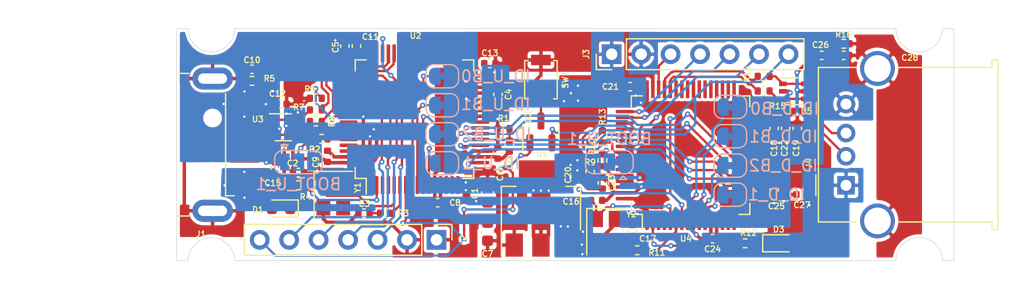
<source format=kicad_pcb>
(kicad_pcb (version 20171130) (host pcbnew 5.1.6-c6e7f7d~87~ubuntu18.04.1)

  (general
    (thickness 1.6)
    (drawings 12)
    (tracks 769)
    (zones 0)
    (modules 69)
    (nets 56)
  )

  (page A4)
  (layers
    (0 F.Cu signal)
    (31 B.Cu signal)
    (32 B.Adhes user)
    (33 F.Adhes user)
    (34 B.Paste user)
    (35 F.Paste user)
    (36 B.SilkS user)
    (37 F.SilkS user)
    (38 B.Mask user)
    (39 F.Mask user)
    (40 Dwgs.User user)
    (41 Cmts.User user)
    (42 Eco1.User user)
    (43 Eco2.User user)
    (44 Edge.Cuts user)
    (45 Margin user)
    (46 B.CrtYd user)
    (47 F.CrtYd user)
    (48 B.Fab user)
    (49 F.Fab user)
  )

  (setup
    (last_trace_width 0.2)
    (trace_clearance 0.2)
    (zone_clearance 0.254)
    (zone_45_only no)
    (trace_min 0.2)
    (via_size 0.45)
    (via_drill 0.2)
    (via_min_size 0.4)
    (via_min_drill 0.2)
    (uvia_size 0.3)
    (uvia_drill 0.1)
    (uvias_allowed no)
    (uvia_min_size 0.2)
    (uvia_min_drill 0.1)
    (edge_width 0.05)
    (segment_width 0.2)
    (pcb_text_width 0.3)
    (pcb_text_size 1.5 1.5)
    (mod_edge_width 0.12)
    (mod_text_size 1 1)
    (mod_text_width 0.15)
    (pad_size 1.524 1.524)
    (pad_drill 0.762)
    (pad_to_mask_clearance 0.05)
    (aux_axis_origin 0 0)
    (visible_elements FFFFFF7F)
    (pcbplotparams
      (layerselection 0x010f0_ffffffff)
      (usegerberextensions false)
      (usegerberattributes false)
      (usegerberadvancedattributes false)
      (creategerberjobfile false)
      (excludeedgelayer true)
      (linewidth 0.100000)
      (plotframeref false)
      (viasonmask false)
      (mode 1)
      (useauxorigin false)
      (hpglpennumber 1)
      (hpglpenspeed 20)
      (hpglpendiameter 15.000000)
      (psnegative false)
      (psa4output false)
      (plotreference true)
      (plotvalue false)
      (plotinvisibletext false)
      (padsonsilk true)
      (subtractmaskfromsilk false)
      (outputformat 1)
      (mirror false)
      (drillshape 0)
      (scaleselection 1)
      (outputdirectory "Gerbers/"))
  )

  (net 0 "")
  (net 1 +5V)
  (net 2 GND)
  (net 3 "Net-(C2-Pad1)")
  (net 4 "Net-(C3-Pad1)")
  (net 5 "Net-(C4-Pad1)")
  (net 6 +3V3)
  (net 7 /UPST_RST)
  (net 8 "Net-(C10-Pad1)")
  (net 9 "Net-(C16-Pad1)")
  (net 10 "Net-(C17-Pad1)")
  (net 11 "Net-(C18-Pad1)")
  (net 12 /DNST_RST)
  (net 13 "Net-(C28-Pad1)")
  (net 14 "Net-(D1-Pad1)")
  (net 15 "Net-(D2-Pad3)")
  (net 16 "Net-(D3-Pad1)")
  (net 17 "Net-(J1-Pad2)")
  (net 18 "Net-(J1-Pad3)")
  (net 19 /UPST_JTDO)
  (net 20 /UPST_JTDI)
  (net 21 /UPST_JTCK)
  (net 22 /UPST_JTMS)
  (net 23 /DNST_JTMS)
  (net 24 /DNST_JTCK)
  (net 25 /DNST_JTDI)
  (net 26 /DNST_JTDO)
  (net 27 "Net-(J4-Pad2)")
  (net 28 "Net-(J4-Pad3)")
  (net 29 "Net-(JP1-Pad2)")
  (net 30 "Net-(JP2-Pad2)")
  (net 31 "Net-(JP3-Pad2)")
  (net 32 "Net-(JP4-Pad2)")
  (net 33 "Net-(JP5-Pad2)")
  (net 34 "Net-(JP6-Pad2)")
  (net 35 "Net-(JP7-Pad2)")
  (net 36 "Net-(JP8-Pad2)")
  (net 37 "Net-(JP9-Pad2)")
  (net 38 "Net-(JP10-Pad2)")
  (net 39 "Net-(R2-Pad1)")
  (net 40 "Net-(R3-Pad1)")
  (net 41 "Net-(R4-Pad1)")
  (net 42 "Net-(R6-Pad2)")
  (net 43 "Net-(R10-Pad1)")
  (net 44 "Net-(R11-Pad1)")
  (net 45 "Net-(R12-Pad1)")
  (net 46 "Net-(R13-Pad2)")
  (net 47 /SPI_MOSI)
  (net 48 /SPI_MISO)
  (net 49 /SPI_SCK)
  (net 50 /SPI_NSS)
  (net 51 /SPI_TX_OK)
  (net 52 /UPST_D+)
  (net 53 /UPST_D-)
  (net 54 /DNST_D+)
  (net 55 /DNST_D-)

  (net_class Default "This is the default net class."
    (clearance 0.2)
    (trace_width 0.2)
    (via_dia 0.45)
    (via_drill 0.2)
    (uvia_dia 0.3)
    (uvia_drill 0.1)
    (diff_pair_width 0.2)
    (diff_pair_gap 0.2)
    (add_net /DNST_D+)
    (add_net /DNST_D-)
    (add_net /DNST_JTCK)
    (add_net /DNST_JTDI)
    (add_net /DNST_JTDO)
    (add_net /DNST_JTMS)
    (add_net /DNST_RST)
    (add_net /SPI_MISO)
    (add_net /SPI_MOSI)
    (add_net /SPI_NSS)
    (add_net /SPI_SCK)
    (add_net /SPI_TX_OK)
    (add_net /UPST_D+)
    (add_net /UPST_D-)
    (add_net /UPST_JTCK)
    (add_net /UPST_JTDI)
    (add_net /UPST_JTDO)
    (add_net /UPST_JTMS)
    (add_net /UPST_RST)
    (add_net "Net-(C16-Pad1)")
    (add_net "Net-(C17-Pad1)")
    (add_net "Net-(C18-Pad1)")
    (add_net "Net-(C2-Pad1)")
    (add_net "Net-(C28-Pad1)")
    (add_net "Net-(C3-Pad1)")
    (add_net "Net-(C4-Pad1)")
    (add_net "Net-(D1-Pad1)")
    (add_net "Net-(D2-Pad3)")
    (add_net "Net-(D3-Pad1)")
    (add_net "Net-(J1-Pad2)")
    (add_net "Net-(J1-Pad3)")
    (add_net "Net-(J4-Pad2)")
    (add_net "Net-(J4-Pad3)")
    (add_net "Net-(JP1-Pad2)")
    (add_net "Net-(JP10-Pad2)")
    (add_net "Net-(JP2-Pad2)")
    (add_net "Net-(JP3-Pad2)")
    (add_net "Net-(JP4-Pad2)")
    (add_net "Net-(JP5-Pad2)")
    (add_net "Net-(JP6-Pad2)")
    (add_net "Net-(JP7-Pad2)")
    (add_net "Net-(JP8-Pad2)")
    (add_net "Net-(JP9-Pad2)")
    (add_net "Net-(R10-Pad1)")
    (add_net "Net-(R11-Pad1)")
    (add_net "Net-(R12-Pad1)")
    (add_net "Net-(R13-Pad2)")
    (add_net "Net-(R2-Pad1)")
    (add_net "Net-(R3-Pad1)")
    (add_net "Net-(R4-Pad1)")
    (add_net "Net-(R6-Pad2)")
  )

  (net_class Power ""
    (clearance 0.2)
    (trace_width 0.3)
    (via_dia 0.45)
    (via_drill 0.2)
    (uvia_dia 0.3)
    (uvia_drill 0.1)
    (diff_pair_width 0.2)
    (diff_pair_gap 0.2)
    (add_net +3V3)
    (add_net +5V)
    (add_net GND)
    (add_net "Net-(C10-Pad1)")
  )

  (module Package_QFP:LQFP-64_10x10mm_P0.5mm (layer F.Cu) (tedit 5D9F72AF) (tstamp 6038637C)
    (at 120.5 137.8 90)
    (descr "LQFP, 64 Pin (https://www.analog.com/media/en/technical-documentation/data-sheets/ad7606_7606-6_7606-4.pdf), generated with kicad-footprint-generator ipc_gullwing_generator.py")
    (tags "LQFP QFP")
    (path /603859AA)
    (attr smd)
    (fp_text reference U2 (at 7.2 0.1 180) (layer F.SilkS)
      (effects (font (size 0.5 0.5) (thickness 0.1)))
    )
    (fp_text value STM32F401RBTx (at 0 7.4 90) (layer F.Fab)
      (effects (font (size 1 1) (thickness 0.15)))
    )
    (fp_line (start 6.7 4.15) (end 6.7 0) (layer F.CrtYd) (width 0.05))
    (fp_line (start 5.25 4.15) (end 6.7 4.15) (layer F.CrtYd) (width 0.05))
    (fp_line (start 5.25 5.25) (end 5.25 4.15) (layer F.CrtYd) (width 0.05))
    (fp_line (start 4.15 5.25) (end 5.25 5.25) (layer F.CrtYd) (width 0.05))
    (fp_line (start 4.15 6.7) (end 4.15 5.25) (layer F.CrtYd) (width 0.05))
    (fp_line (start 0 6.7) (end 4.15 6.7) (layer F.CrtYd) (width 0.05))
    (fp_line (start -6.7 4.15) (end -6.7 0) (layer F.CrtYd) (width 0.05))
    (fp_line (start -5.25 4.15) (end -6.7 4.15) (layer F.CrtYd) (width 0.05))
    (fp_line (start -5.25 5.25) (end -5.25 4.15) (layer F.CrtYd) (width 0.05))
    (fp_line (start -4.15 5.25) (end -5.25 5.25) (layer F.CrtYd) (width 0.05))
    (fp_line (start -4.15 6.7) (end -4.15 5.25) (layer F.CrtYd) (width 0.05))
    (fp_line (start 0 6.7) (end -4.15 6.7) (layer F.CrtYd) (width 0.05))
    (fp_line (start 6.7 -4.15) (end 6.7 0) (layer F.CrtYd) (width 0.05))
    (fp_line (start 5.25 -4.15) (end 6.7 -4.15) (layer F.CrtYd) (width 0.05))
    (fp_line (start 5.25 -5.25) (end 5.25 -4.15) (layer F.CrtYd) (width 0.05))
    (fp_line (start 4.15 -5.25) (end 5.25 -5.25) (layer F.CrtYd) (width 0.05))
    (fp_line (start 4.15 -6.7) (end 4.15 -5.25) (layer F.CrtYd) (width 0.05))
    (fp_line (start 0 -6.7) (end 4.15 -6.7) (layer F.CrtYd) (width 0.05))
    (fp_line (start -6.7 -4.15) (end -6.7 0) (layer F.CrtYd) (width 0.05))
    (fp_line (start -5.25 -4.15) (end -6.7 -4.15) (layer F.CrtYd) (width 0.05))
    (fp_line (start -5.25 -5.25) (end -5.25 -4.15) (layer F.CrtYd) (width 0.05))
    (fp_line (start -4.15 -5.25) (end -5.25 -5.25) (layer F.CrtYd) (width 0.05))
    (fp_line (start -4.15 -6.7) (end -4.15 -5.25) (layer F.CrtYd) (width 0.05))
    (fp_line (start 0 -6.7) (end -4.15 -6.7) (layer F.CrtYd) (width 0.05))
    (fp_line (start -5 -4) (end -4 -5) (layer F.Fab) (width 0.1))
    (fp_line (start -5 5) (end -5 -4) (layer F.Fab) (width 0.1))
    (fp_line (start 5 5) (end -5 5) (layer F.Fab) (width 0.1))
    (fp_line (start 5 -5) (end 5 5) (layer F.Fab) (width 0.1))
    (fp_line (start -4 -5) (end 5 -5) (layer F.Fab) (width 0.1))
    (fp_line (start -5.11 -4.16) (end -6.45 -4.16) (layer F.SilkS) (width 0.12))
    (fp_line (start -5.11 -5.11) (end -5.11 -4.16) (layer F.SilkS) (width 0.12))
    (fp_line (start -4.16 -5.11) (end -5.11 -5.11) (layer F.SilkS) (width 0.12))
    (fp_line (start 5.11 -5.11) (end 5.11 -4.16) (layer F.SilkS) (width 0.12))
    (fp_line (start 4.16 -5.11) (end 5.11 -5.11) (layer F.SilkS) (width 0.12))
    (fp_line (start -5.11 5.11) (end -5.11 4.16) (layer F.SilkS) (width 0.12))
    (fp_line (start -4.16 5.11) (end -5.11 5.11) (layer F.SilkS) (width 0.12))
    (fp_line (start 5.11 5.11) (end 5.11 4.16) (layer F.SilkS) (width 0.12))
    (fp_line (start 4.16 5.11) (end 5.11 5.11) (layer F.SilkS) (width 0.12))
    (fp_text user %R (at 0 0 90) (layer F.Fab)
      (effects (font (size 1 1) (thickness 0.15)))
    )
    (pad 64 smd roundrect (at -3.75 -5.675 90) (size 0.3 1.55) (layers F.Cu F.Paste F.Mask) (roundrect_rratio 0.25)
      (net 6 +3V3))
    (pad 63 smd roundrect (at -3.25 -5.675 90) (size 0.3 1.55) (layers F.Cu F.Paste F.Mask) (roundrect_rratio 0.25)
      (net 2 GND))
    (pad 62 smd roundrect (at -2.75 -5.675 90) (size 0.3 1.55) (layers F.Cu F.Paste F.Mask) (roundrect_rratio 0.25))
    (pad 61 smd roundrect (at -2.25 -5.675 90) (size 0.3 1.55) (layers F.Cu F.Paste F.Mask) (roundrect_rratio 0.25))
    (pad 60 smd roundrect (at -1.75 -5.675 90) (size 0.3 1.55) (layers F.Cu F.Paste F.Mask) (roundrect_rratio 0.25)
      (net 39 "Net-(R2-Pad1)"))
    (pad 59 smd roundrect (at -1.25 -5.675 90) (size 0.3 1.55) (layers F.Cu F.Paste F.Mask) (roundrect_rratio 0.25))
    (pad 58 smd roundrect (at -0.75 -5.675 90) (size 0.3 1.55) (layers F.Cu F.Paste F.Mask) (roundrect_rratio 0.25))
    (pad 57 smd roundrect (at -0.25 -5.675 90) (size 0.3 1.55) (layers F.Cu F.Paste F.Mask) (roundrect_rratio 0.25))
    (pad 56 smd roundrect (at 0.25 -5.675 90) (size 0.3 1.55) (layers F.Cu F.Paste F.Mask) (roundrect_rratio 0.25)
      (net 42 "Net-(R6-Pad2)"))
    (pad 55 smd roundrect (at 0.75 -5.675 90) (size 0.3 1.55) (layers F.Cu F.Paste F.Mask) (roundrect_rratio 0.25)
      (net 19 /UPST_JTDO))
    (pad 54 smd roundrect (at 1.25 -5.675 90) (size 0.3 1.55) (layers F.Cu F.Paste F.Mask) (roundrect_rratio 0.25))
    (pad 53 smd roundrect (at 1.75 -5.675 90) (size 0.3 1.55) (layers F.Cu F.Paste F.Mask) (roundrect_rratio 0.25))
    (pad 52 smd roundrect (at 2.25 -5.675 90) (size 0.3 1.55) (layers F.Cu F.Paste F.Mask) (roundrect_rratio 0.25))
    (pad 51 smd roundrect (at 2.75 -5.675 90) (size 0.3 1.55) (layers F.Cu F.Paste F.Mask) (roundrect_rratio 0.25))
    (pad 50 smd roundrect (at 3.25 -5.675 90) (size 0.3 1.55) (layers F.Cu F.Paste F.Mask) (roundrect_rratio 0.25)
      (net 20 /UPST_JTDI))
    (pad 49 smd roundrect (at 3.75 -5.675 90) (size 0.3 1.55) (layers F.Cu F.Paste F.Mask) (roundrect_rratio 0.25)
      (net 21 /UPST_JTCK))
    (pad 48 smd roundrect (at 5.675 -3.75 90) (size 1.55 0.3) (layers F.Cu F.Paste F.Mask) (roundrect_rratio 0.25)
      (net 6 +3V3))
    (pad 47 smd roundrect (at 5.675 -3.25 90) (size 1.55 0.3) (layers F.Cu F.Paste F.Mask) (roundrect_rratio 0.25)
      (net 2 GND))
    (pad 46 smd roundrect (at 5.675 -2.75 90) (size 1.55 0.3) (layers F.Cu F.Paste F.Mask) (roundrect_rratio 0.25)
      (net 22 /UPST_JTMS))
    (pad 45 smd roundrect (at 5.675 -2.25 90) (size 1.55 0.3) (layers F.Cu F.Paste F.Mask) (roundrect_rratio 0.25)
      (net 52 /UPST_D+))
    (pad 44 smd roundrect (at 5.675 -1.75 90) (size 1.55 0.3) (layers F.Cu F.Paste F.Mask) (roundrect_rratio 0.25)
      (net 53 /UPST_D-))
    (pad 43 smd roundrect (at 5.675 -1.25 90) (size 1.55 0.3) (layers F.Cu F.Paste F.Mask) (roundrect_rratio 0.25))
    (pad 42 smd roundrect (at 5.675 -0.75 90) (size 1.55 0.3) (layers F.Cu F.Paste F.Mask) (roundrect_rratio 0.25))
    (pad 41 smd roundrect (at 5.675 -0.25 90) (size 1.55 0.3) (layers F.Cu F.Paste F.Mask) (roundrect_rratio 0.25))
    (pad 40 smd roundrect (at 5.675 0.25 90) (size 1.55 0.3) (layers F.Cu F.Paste F.Mask) (roundrect_rratio 0.25))
    (pad 39 smd roundrect (at 5.675 0.75 90) (size 1.55 0.3) (layers F.Cu F.Paste F.Mask) (roundrect_rratio 0.25))
    (pad 38 smd roundrect (at 5.675 1.25 90) (size 1.55 0.3) (layers F.Cu F.Paste F.Mask) (roundrect_rratio 0.25))
    (pad 37 smd roundrect (at 5.675 1.75 90) (size 1.55 0.3) (layers F.Cu F.Paste F.Mask) (roundrect_rratio 0.25))
    (pad 36 smd roundrect (at 5.675 2.25 90) (size 1.55 0.3) (layers F.Cu F.Paste F.Mask) (roundrect_rratio 0.25))
    (pad 35 smd roundrect (at 5.675 2.75 90) (size 1.55 0.3) (layers F.Cu F.Paste F.Mask) (roundrect_rratio 0.25))
    (pad 34 smd roundrect (at 5.675 3.25 90) (size 1.55 0.3) (layers F.Cu F.Paste F.Mask) (roundrect_rratio 0.25))
    (pad 33 smd roundrect (at 5.675 3.75 90) (size 1.55 0.3) (layers F.Cu F.Paste F.Mask) (roundrect_rratio 0.25))
    (pad 32 smd roundrect (at 3.75 5.675 90) (size 0.3 1.55) (layers F.Cu F.Paste F.Mask) (roundrect_rratio 0.25)
      (net 6 +3V3))
    (pad 31 smd roundrect (at 3.25 5.675 90) (size 0.3 1.55) (layers F.Cu F.Paste F.Mask) (roundrect_rratio 0.25)
      (net 2 GND))
    (pad 30 smd roundrect (at 2.75 5.675 90) (size 0.3 1.55) (layers F.Cu F.Paste F.Mask) (roundrect_rratio 0.25)
      (net 5 "Net-(C4-Pad1)"))
    (pad 29 smd roundrect (at 2.25 5.675 90) (size 0.3 1.55) (layers F.Cu F.Paste F.Mask) (roundrect_rratio 0.25))
    (pad 28 smd roundrect (at 1.75 5.675 90) (size 0.3 1.55) (layers F.Cu F.Paste F.Mask) (roundrect_rratio 0.25)
      (net 2 GND))
    (pad 27 smd roundrect (at 1.25 5.675 90) (size 0.3 1.55) (layers F.Cu F.Paste F.Mask) (roundrect_rratio 0.25))
    (pad 26 smd roundrect (at 0.75 5.675 90) (size 0.3 1.55) (layers F.Cu F.Paste F.Mask) (roundrect_rratio 0.25))
    (pad 25 smd roundrect (at 0.25 5.675 90) (size 0.3 1.55) (layers F.Cu F.Paste F.Mask) (roundrect_rratio 0.25))
    (pad 24 smd roundrect (at -0.25 5.675 90) (size 0.3 1.55) (layers F.Cu F.Paste F.Mask) (roundrect_rratio 0.25))
    (pad 23 smd roundrect (at -0.75 5.675 90) (size 0.3 1.55) (layers F.Cu F.Paste F.Mask) (roundrect_rratio 0.25)
      (net 47 /SPI_MOSI))
    (pad 22 smd roundrect (at -1.25 5.675 90) (size 0.3 1.55) (layers F.Cu F.Paste F.Mask) (roundrect_rratio 0.25)
      (net 48 /SPI_MISO))
    (pad 21 smd roundrect (at -1.75 5.675 90) (size 0.3 1.55) (layers F.Cu F.Paste F.Mask) (roundrect_rratio 0.25)
      (net 49 /SPI_SCK))
    (pad 20 smd roundrect (at -2.25 5.675 90) (size 0.3 1.55) (layers F.Cu F.Paste F.Mask) (roundrect_rratio 0.25)
      (net 50 /SPI_NSS))
    (pad 19 smd roundrect (at -2.75 5.675 90) (size 0.3 1.55) (layers F.Cu F.Paste F.Mask) (roundrect_rratio 0.25)
      (net 6 +3V3))
    (pad 18 smd roundrect (at -3.25 5.675 90) (size 0.3 1.55) (layers F.Cu F.Paste F.Mask) (roundrect_rratio 0.25)
      (net 2 GND))
    (pad 17 smd roundrect (at -3.75 5.675 90) (size 0.3 1.55) (layers F.Cu F.Paste F.Mask) (roundrect_rratio 0.25)
      (net 51 /SPI_TX_OK))
    (pad 16 smd roundrect (at -5.675 3.75 90) (size 1.55 0.3) (layers F.Cu F.Paste F.Mask) (roundrect_rratio 0.25))
    (pad 15 smd roundrect (at -5.675 3.25 90) (size 1.55 0.3) (layers F.Cu F.Paste F.Mask) (roundrect_rratio 0.25))
    (pad 14 smd roundrect (at -5.675 2.75 90) (size 1.55 0.3) (layers F.Cu F.Paste F.Mask) (roundrect_rratio 0.25))
    (pad 13 smd roundrect (at -5.675 2.25 90) (size 1.55 0.3) (layers F.Cu F.Paste F.Mask) (roundrect_rratio 0.25)
      (net 6 +3V3))
    (pad 12 smd roundrect (at -5.675 1.75 90) (size 1.55 0.3) (layers F.Cu F.Paste F.Mask) (roundrect_rratio 0.25)
      (net 2 GND))
    (pad 11 smd roundrect (at -5.675 1.25 90) (size 1.55 0.3) (layers F.Cu F.Paste F.Mask) (roundrect_rratio 0.25)
      (net 33 "Net-(JP5-Pad2)"))
    (pad 10 smd roundrect (at -5.675 0.75 90) (size 1.55 0.3) (layers F.Cu F.Paste F.Mask) (roundrect_rratio 0.25)
      (net 32 "Net-(JP4-Pad2)"))
    (pad 9 smd roundrect (at -5.675 0.25 90) (size 1.55 0.3) (layers F.Cu F.Paste F.Mask) (roundrect_rratio 0.25)
      (net 31 "Net-(JP3-Pad2)"))
    (pad 8 smd roundrect (at -5.675 -0.25 90) (size 1.55 0.3) (layers F.Cu F.Paste F.Mask) (roundrect_rratio 0.25)
      (net 30 "Net-(JP2-Pad2)"))
    (pad 7 smd roundrect (at -5.675 -0.75 90) (size 1.55 0.3) (layers F.Cu F.Paste F.Mask) (roundrect_rratio 0.25)
      (net 7 /UPST_RST))
    (pad 6 smd roundrect (at -5.675 -1.25 90) (size 1.55 0.3) (layers F.Cu F.Paste F.Mask) (roundrect_rratio 0.25)
      (net 40 "Net-(R3-Pad1)"))
    (pad 5 smd roundrect (at -5.675 -1.75 90) (size 1.55 0.3) (layers F.Cu F.Paste F.Mask) (roundrect_rratio 0.25)
      (net 3 "Net-(C2-Pad1)"))
    (pad 4 smd roundrect (at -5.675 -2.25 90) (size 1.55 0.3) (layers F.Cu F.Paste F.Mask) (roundrect_rratio 0.25))
    (pad 3 smd roundrect (at -5.675 -2.75 90) (size 1.55 0.3) (layers F.Cu F.Paste F.Mask) (roundrect_rratio 0.25))
    (pad 2 smd roundrect (at -5.675 -3.25 90) (size 1.55 0.3) (layers F.Cu F.Paste F.Mask) (roundrect_rratio 0.25)
      (net 41 "Net-(R4-Pad1)"))
    (pad 1 smd roundrect (at -5.675 -3.75 90) (size 1.55 0.3) (layers F.Cu F.Paste F.Mask) (roundrect_rratio 0.25)
      (net 6 +3V3))
    (model ${KICAD6_3DMODEL_DIR}/Package_QFP.3dshapes/LQFP-64_10x10mm_P0.5mm.wrl
      (at (xyz 0 0 0))
      (scale (xyz 1 1 1))
      (rotate (xyz 0 0 0))
    )
  )

  (module Capacitor_SMD:C_0603_1608Metric (layer F.Cu) (tedit 5F68FEEE) (tstamp 603DBDF2)
    (at 126.8 144.2 90)
    (descr "Capacitor SMD 0603 (1608 Metric), square (rectangular) end terminal, IPC_7351 nominal, (Body size source: IPC-SM-782 page 76, https://www.pcb-3d.com/wordpress/wp-content/uploads/ipc-sm-782a_amendment_1_and_2.pdf), generated with kicad-footprint-generator")
    (tags capacitor)
    (path /60582667)
    (attr smd)
    (fp_text reference C1 (at 0 -1.1 90) (layer F.SilkS)
      (effects (font (size 0.5 0.5) (thickness 0.1)))
    )
    (fp_text value 10u (at 0 1.43 90) (layer F.Fab)
      (effects (font (size 1 1) (thickness 0.15)))
    )
    (fp_line (start -0.8 0.4) (end -0.8 -0.4) (layer F.Fab) (width 0.1))
    (fp_line (start -0.8 -0.4) (end 0.8 -0.4) (layer F.Fab) (width 0.1))
    (fp_line (start 0.8 -0.4) (end 0.8 0.4) (layer F.Fab) (width 0.1))
    (fp_line (start 0.8 0.4) (end -0.8 0.4) (layer F.Fab) (width 0.1))
    (fp_line (start -0.14058 -0.51) (end 0.14058 -0.51) (layer F.SilkS) (width 0.12))
    (fp_line (start -0.14058 0.51) (end 0.14058 0.51) (layer F.SilkS) (width 0.12))
    (fp_line (start -1.48 0.73) (end -1.48 -0.73) (layer F.CrtYd) (width 0.05))
    (fp_line (start -1.48 -0.73) (end 1.48 -0.73) (layer F.CrtYd) (width 0.05))
    (fp_line (start 1.48 -0.73) (end 1.48 0.73) (layer F.CrtYd) (width 0.05))
    (fp_line (start 1.48 0.73) (end -1.48 0.73) (layer F.CrtYd) (width 0.05))
    (fp_text user %R (at 0 0 90) (layer F.Fab)
      (effects (font (size 0.4 0.4) (thickness 0.06)))
    )
    (pad 1 smd roundrect (at -0.775 0 90) (size 0.9 0.95) (layers F.Cu F.Paste F.Mask) (roundrect_rratio 0.25)
      (net 1 +5V))
    (pad 2 smd roundrect (at 0.775 0 90) (size 0.9 0.95) (layers F.Cu F.Paste F.Mask) (roundrect_rratio 0.25)
      (net 2 GND))
    (model ${KICAD6_3DMODEL_DIR}/Capacitor_SMD.3dshapes/C_0603_1608Metric.wrl
      (at (xyz 0 0 0))
      (scale (xyz 1 1 1))
      (rotate (xyz 0 0 0))
    )
  )

  (module Capacitor_SMD:C_0603_1608Metric (layer F.Cu) (tedit 5F68FEEE) (tstamp 60385ED9)
    (at 126.8 147.5 270)
    (descr "Capacitor SMD 0603 (1608 Metric), square (rectangular) end terminal, IPC_7351 nominal, (Body size source: IPC-SM-782 page 76, https://www.pcb-3d.com/wordpress/wp-content/uploads/ipc-sm-782a_amendment_1_and_2.pdf), generated with kicad-footprint-generator")
    (tags capacitor)
    (path /6058266D)
    (attr smd)
    (fp_text reference C7 (at 1.9 0) (layer F.SilkS)
      (effects (font (size 0.5 0.5) (thickness 0.1)))
    )
    (fp_text value 22u (at 0 1.43 90) (layer F.Fab)
      (effects (font (size 1 1) (thickness 0.15)))
    )
    (fp_line (start -0.8 0.4) (end -0.8 -0.4) (layer F.Fab) (width 0.1))
    (fp_line (start -0.8 -0.4) (end 0.8 -0.4) (layer F.Fab) (width 0.1))
    (fp_line (start 0.8 -0.4) (end 0.8 0.4) (layer F.Fab) (width 0.1))
    (fp_line (start 0.8 0.4) (end -0.8 0.4) (layer F.Fab) (width 0.1))
    (fp_line (start -0.14058 -0.51) (end 0.14058 -0.51) (layer F.SilkS) (width 0.12))
    (fp_line (start -0.14058 0.51) (end 0.14058 0.51) (layer F.SilkS) (width 0.12))
    (fp_line (start -1.48 0.73) (end -1.48 -0.73) (layer F.CrtYd) (width 0.05))
    (fp_line (start -1.48 -0.73) (end 1.48 -0.73) (layer F.CrtYd) (width 0.05))
    (fp_line (start 1.48 -0.73) (end 1.48 0.73) (layer F.CrtYd) (width 0.05))
    (fp_line (start 1.48 0.73) (end -1.48 0.73) (layer F.CrtYd) (width 0.05))
    (fp_text user %R (at 0 0 90) (layer F.Fab)
      (effects (font (size 0.4 0.4) (thickness 0.06)))
    )
    (pad 1 smd roundrect (at -0.775 0 270) (size 0.9 0.95) (layers F.Cu F.Paste F.Mask) (roundrect_rratio 0.25)
      (net 6 +3V3))
    (pad 2 smd roundrect (at 0.775 0 270) (size 0.9 0.95) (layers F.Cu F.Paste F.Mask) (roundrect_rratio 0.25)
      (net 2 GND))
    (model ${KICAD6_3DMODEL_DIR}/Capacitor_SMD.3dshapes/C_0603_1608Metric.wrl
      (at (xyz 0 0 0))
      (scale (xyz 1 1 1))
      (rotate (xyz 0 0 0))
    )
  )

  (module LED_SMD:LED_0603_1608Metric (layer F.Cu) (tedit 5F68FEF1) (tstamp 60386051)
    (at 109 145.5 180)
    (descr "LED SMD 0603 (1608 Metric), square (rectangular) end terminal, IPC_7351 nominal, (Body size source: http://www.tortai-tech.com/upload/download/2011102023233369053.pdf), generated with kicad-footprint-generator")
    (tags LED)
    (path /603E0EEE)
    (attr smd)
    (fp_text reference D1 (at 2 -0.1) (layer F.SilkS)
      (effects (font (size 0.5 0.5) (thickness 0.1)))
    )
    (fp_text value FAULT_U1 (at 0 1.43) (layer F.Fab)
      (effects (font (size 1 1) (thickness 0.15)))
    )
    (fp_line (start 0.8 -0.4) (end -0.5 -0.4) (layer F.Fab) (width 0.1))
    (fp_line (start -0.5 -0.4) (end -0.8 -0.1) (layer F.Fab) (width 0.1))
    (fp_line (start -0.8 -0.1) (end -0.8 0.4) (layer F.Fab) (width 0.1))
    (fp_line (start -0.8 0.4) (end 0.8 0.4) (layer F.Fab) (width 0.1))
    (fp_line (start 0.8 0.4) (end 0.8 -0.4) (layer F.Fab) (width 0.1))
    (fp_line (start 0.8 -0.735) (end -1.485 -0.735) (layer F.SilkS) (width 0.12))
    (fp_line (start -1.485 -0.735) (end -1.485 0.735) (layer F.SilkS) (width 0.12))
    (fp_line (start -1.485 0.735) (end 0.8 0.735) (layer F.SilkS) (width 0.12))
    (fp_line (start -1.48 0.73) (end -1.48 -0.73) (layer F.CrtYd) (width 0.05))
    (fp_line (start -1.48 -0.73) (end 1.48 -0.73) (layer F.CrtYd) (width 0.05))
    (fp_line (start 1.48 -0.73) (end 1.48 0.73) (layer F.CrtYd) (width 0.05))
    (fp_line (start 1.48 0.73) (end -1.48 0.73) (layer F.CrtYd) (width 0.05))
    (fp_text user %R (at 0 0) (layer F.Fab)
      (effects (font (size 0.4 0.4) (thickness 0.06)))
    )
    (pad 1 smd roundrect (at -0.7875 0 180) (size 0.875 0.95) (layers F.Cu F.Paste F.Mask) (roundrect_rratio 0.25)
      (net 14 "Net-(D1-Pad1)"))
    (pad 2 smd roundrect (at 0.7875 0 180) (size 0.875 0.95) (layers F.Cu F.Paste F.Mask) (roundrect_rratio 0.25)
      (net 6 +3V3))
    (model ${KICAD6_3DMODEL_DIR}/LED_SMD.3dshapes/LED_0603_1608Metric.wrl
      (at (xyz 0 0 0))
      (scale (xyz 1 1 1))
      (rotate (xyz 0 0 0))
    )
  )

  (module Package_TO_SOT_SMD:SOT-23 (layer F.Cu) (tedit 5FA16958) (tstamp 60386066)
    (at 131.4 138.9 90)
    (descr "SOT, 3 Pin (https://www.jedec.org/system/files/docs/to-236h.pdf variant AB), generated with kicad-footprint-generator ipc_gullwing_generator.py")
    (tags "SOT TO_SOT_SMD")
    (path /606735EC)
    (attr smd)
    (fp_text reference D2 (at 1.3 -1.1 90) (layer F.SilkS)
      (effects (font (size 0.5 0.5) (thickness 0.1)))
    )
    (fp_text value D_Dual_CommonCathode_AAK (at 0 2.4 90) (layer F.Fab)
      (effects (font (size 1 1) (thickness 0.15)))
    )
    (fp_line (start 0 1.56) (end 0.65 1.56) (layer F.SilkS) (width 0.12))
    (fp_line (start 0 1.56) (end -0.65 1.56) (layer F.SilkS) (width 0.12))
    (fp_line (start 0 -1.56) (end 0.65 -1.56) (layer F.SilkS) (width 0.12))
    (fp_line (start 0 -1.56) (end -1.675 -1.56) (layer F.SilkS) (width 0.12))
    (fp_line (start -0.325 -1.45) (end 0.65 -1.45) (layer F.Fab) (width 0.1))
    (fp_line (start 0.65 -1.45) (end 0.65 1.45) (layer F.Fab) (width 0.1))
    (fp_line (start 0.65 1.45) (end -0.65 1.45) (layer F.Fab) (width 0.1))
    (fp_line (start -0.65 1.45) (end -0.65 -1.125) (layer F.Fab) (width 0.1))
    (fp_line (start -0.65 -1.125) (end -0.325 -1.45) (layer F.Fab) (width 0.1))
    (fp_line (start -1.92 -1.7) (end -1.92 1.7) (layer F.CrtYd) (width 0.05))
    (fp_line (start -1.92 1.7) (end 1.92 1.7) (layer F.CrtYd) (width 0.05))
    (fp_line (start 1.92 1.7) (end 1.92 -1.7) (layer F.CrtYd) (width 0.05))
    (fp_line (start 1.92 -1.7) (end -1.92 -1.7) (layer F.CrtYd) (width 0.05))
    (fp_text user %R (at 0 0 90) (layer F.Fab)
      (effects (font (size 0.32 0.32) (thickness 0.05)))
    )
    (pad 1 smd roundrect (at -0.9375 -0.95 90) (size 1.475 0.6) (layers F.Cu F.Paste F.Mask) (roundrect_rratio 0.25)
      (net 7 /UPST_RST))
    (pad 2 smd roundrect (at -0.9375 0.95 90) (size 1.475 0.6) (layers F.Cu F.Paste F.Mask) (roundrect_rratio 0.25)
      (net 12 /DNST_RST))
    (pad 3 smd roundrect (at 0.9375 0 90) (size 1.475 0.6) (layers F.Cu F.Paste F.Mask) (roundrect_rratio 0.25)
      (net 15 "Net-(D2-Pad3)"))
    (model ${KICAD6_3DMODEL_DIR}/Package_TO_SOT_SMD.3dshapes/SOT-23.wrl
      (at (xyz 0 0 0))
      (scale (xyz 1 1 1))
      (rotate (xyz 0 0 0))
    )
  )

  (module LED_SMD:LED_0603_1608Metric (layer F.Cu) (tedit 5F68FEF1) (tstamp 60386079)
    (at 152 148.5)
    (descr "LED SMD 0603 (1608 Metric), square (rectangular) end terminal, IPC_7351 nominal, (Body size source: http://www.tortai-tech.com/upload/download/2011102023233369053.pdf), generated with kicad-footprint-generator")
    (tags LED)
    (path /60517DB2)
    (attr smd)
    (fp_text reference D3 (at -0.1 -1.2) (layer F.SilkS)
      (effects (font (size 0.5 0.5) (thickness 0.1)))
    )
    (fp_text value FAULT_D1 (at 0 1.43) (layer F.Fab)
      (effects (font (size 1 1) (thickness 0.15)))
    )
    (fp_line (start 1.48 0.73) (end -1.48 0.73) (layer F.CrtYd) (width 0.05))
    (fp_line (start 1.48 -0.73) (end 1.48 0.73) (layer F.CrtYd) (width 0.05))
    (fp_line (start -1.48 -0.73) (end 1.48 -0.73) (layer F.CrtYd) (width 0.05))
    (fp_line (start -1.48 0.73) (end -1.48 -0.73) (layer F.CrtYd) (width 0.05))
    (fp_line (start -1.485 0.735) (end 0.8 0.735) (layer F.SilkS) (width 0.12))
    (fp_line (start -1.485 -0.735) (end -1.485 0.735) (layer F.SilkS) (width 0.12))
    (fp_line (start 0.8 -0.735) (end -1.485 -0.735) (layer F.SilkS) (width 0.12))
    (fp_line (start 0.8 0.4) (end 0.8 -0.4) (layer F.Fab) (width 0.1))
    (fp_line (start -0.8 0.4) (end 0.8 0.4) (layer F.Fab) (width 0.1))
    (fp_line (start -0.8 -0.1) (end -0.8 0.4) (layer F.Fab) (width 0.1))
    (fp_line (start -0.5 -0.4) (end -0.8 -0.1) (layer F.Fab) (width 0.1))
    (fp_line (start 0.8 -0.4) (end -0.5 -0.4) (layer F.Fab) (width 0.1))
    (fp_text user %R (at 0 0) (layer F.Fab)
      (effects (font (size 0.4 0.4) (thickness 0.06)))
    )
    (pad 2 smd roundrect (at 0.7875 0) (size 0.875 0.95) (layers F.Cu F.Paste F.Mask) (roundrect_rratio 0.25)
      (net 6 +3V3))
    (pad 1 smd roundrect (at -0.7875 0) (size 0.875 0.95) (layers F.Cu F.Paste F.Mask) (roundrect_rratio 0.25)
      (net 16 "Net-(D3-Pad1)"))
    (model ${KICAD6_3DMODEL_DIR}/LED_SMD.3dshapes/LED_0603_1608Metric.wrl
      (at (xyz 0 0 0))
      (scale (xyz 1 1 1))
      (rotate (xyz 0 0 0))
    )
  )

  (module Connector_USB:USB_A_CNCTech_1001-011-01101_Horizontal (layer F.Cu) (tedit 5E754393) (tstamp 603860AD)
    (at 96.2 140 180)
    (descr "USB type A Plug, Horizontal, http://cnctech.us/pdfs/1001-011-01101.pdf")
    (tags USB-A)
    (path /60390DEF)
    (attr smd)
    (fp_text reference J1 (at -5.9 -7.7) (layer F.SilkS)
      (effects (font (size 0.5 0.5) (thickness 0.1)))
    )
    (fp_text value USB_A_Plug (at 0 8 180) (layer F.Fab)
      (effects (font (size 1 1) (thickness 0.15)))
    )
    (fp_line (start -7.9 6.025) (end -7.9 -6.025) (layer F.Fab) (width 0.1))
    (fp_line (start -7.9 -6.025) (end 10.9 -6.025) (layer F.Fab) (width 0.1))
    (fp_line (start -7.9 6.025) (end 10.9 6.025) (layer F.Fab) (width 0.1))
    (fp_line (start 10.9 6.025) (end 10.9 -6.025) (layer F.Fab) (width 0.1))
    (fp_line (start -10.4 3.75) (end -10.4 3.25) (layer F.Fab) (width 0.1))
    (fp_line (start -10.4 3.25) (end -7.9 3.25) (layer F.Fab) (width 0.1))
    (fp_line (start -10.4 3.75) (end -7.9 3.75) (layer F.Fab) (width 0.1))
    (fp_line (start -10.4 0.75) (end -7.9 0.75) (layer F.Fab) (width 0.1))
    (fp_line (start -10.4 1.25) (end -10.4 0.75) (layer F.Fab) (width 0.1))
    (fp_line (start -10.4 1.25) (end -7.9 1.25) (layer F.Fab) (width 0.1))
    (fp_line (start -10.4 -0.75) (end -10.4 -1.25) (layer F.Fab) (width 0.1))
    (fp_line (start -10.4 -0.75) (end -7.9 -0.75) (layer F.Fab) (width 0.1))
    (fp_line (start -10.4 -1.25) (end -7.9 -1.25) (layer F.Fab) (width 0.1))
    (fp_line (start -10.4 -3.75) (end -7.9 -3.75) (layer F.Fab) (width 0.1))
    (fp_line (start -10.4 -3.25) (end -10.4 -3.75) (layer F.Fab) (width 0.1))
    (fp_line (start -10.4 -3.25) (end -7.9 -3.25) (layer F.Fab) (width 0.1))
    (fp_circle (center -6.9 -2.3) (end -6.9 -2.8) (layer F.Fab) (width 0.1))
    (fp_circle (center -6.9 2.3) (end -6.9 2.8) (layer F.Fab) (width 0.1))
    (fp_line (start -8.02 -4.4) (end -8.02 4.4) (layer F.SilkS) (width 0.12))
    (fp_line (start -3.8 6.025) (end -3.8 -6.025) (layer Dwgs.User) (width 0.1))
    (fp_line (start -4.85 -6.145) (end -3.8 -6.145) (layer F.SilkS) (width 0.12))
    (fp_line (start -4.85 6.145) (end -3.8 6.145) (layer F.SilkS) (width 0.12))
    (fp_line (start -11.4 4.55) (end -11.4 -4.55) (layer F.CrtYd) (width 0.05))
    (fp_line (start -11.4 -4.55) (end -9.15 -4.55) (layer F.CrtYd) (width 0.05))
    (fp_line (start -9.15 -7.15) (end -9.15 -4.55) (layer F.CrtYd) (width 0.05))
    (fp_line (start -9.15 -7.15) (end -4.65 -7.15) (layer F.CrtYd) (width 0.05))
    (fp_line (start -4.65 -6.52) (end -4.65 -7.15) (layer F.CrtYd) (width 0.05))
    (fp_line (start -4.65 -6.52) (end 11.4 -6.52) (layer F.CrtYd) (width 0.05))
    (fp_line (start 11.4 6.52) (end 11.4 -6.52) (layer F.CrtYd) (width 0.05))
    (fp_line (start -4.65 6.52) (end 11.4 6.52) (layer F.CrtYd) (width 0.05))
    (fp_line (start -4.65 7.15) (end -4.65 6.52) (layer F.CrtYd) (width 0.05))
    (fp_line (start -9.15 7.15) (end -4.65 7.15) (layer F.CrtYd) (width 0.05))
    (fp_line (start -9.15 4.55) (end -9.15 7.15) (layer F.CrtYd) (width 0.05))
    (fp_line (start -11.4 4.55) (end -9.15 4.55) (layer F.CrtYd) (width 0.05))
    (fp_line (start -8.02 -4.4) (end -8.775 -4.4) (layer F.SilkS) (width 0.12))
    (fp_line (start -7.75 -3.5) (end -7.25 -3) (layer F.Fab) (width 0.1))
    (fp_line (start -7.75 -3.5) (end -7.25 -4) (layer F.Fab) (width 0.1))
    (fp_line (start -7.25 -4) (end -7.25 -3.05) (layer F.Fab) (width 0.1))
    (fp_text user "PCB Edge" (at -4.55 -0.05 90) (layer Dwgs.User)
      (effects (font (size 0.6 0.6) (thickness 0.09)))
    )
    (fp_text user %R (at -6 0 90) (layer F.Fab)
      (effects (font (size 1 1) (thickness 0.15)))
    )
    (pad 2 smd rect (at -9.65 -1 180) (size 2.5 1.1) (layers F.Cu F.Paste F.Mask)
      (net 17 "Net-(J1-Pad2)"))
    (pad 3 smd rect (at -9.65 1 180) (size 2.5 1.1) (layers F.Cu F.Paste F.Mask)
      (net 18 "Net-(J1-Pad3)"))
    (pad 1 smd rect (at -9.65 -3.5 180) (size 2.5 1.1) (layers F.Cu F.Paste F.Mask)
      (net 1 +5V))
    (pad 4 smd rect (at -9.65 3.5 180) (size 2.5 1.1) (layers F.Cu F.Paste F.Mask)
      (net 2 GND))
    (pad 5 thru_hole oval (at -6.9 -5.7 180) (size 3.5 1.9) (drill oval 2.5 0.9) (layers *.Cu *.Mask)
      (net 8 "Net-(C10-Pad1)"))
    (pad 5 thru_hole oval (at -6.9 5.7 180) (size 3.5 1.9) (drill oval 2.5 0.9) (layers *.Cu *.Mask)
      (net 8 "Net-(C10-Pad1)"))
    (pad "" np_thru_hole circle (at -6.9 -2.3 180) (size 1.1 1.1) (drill 1.1) (layers *.Cu *.Mask))
    (pad "" np_thru_hole circle (at -6.9 2.3 180) (size 1.1 1.1) (drill 1.1) (layers *.Cu *.Mask))
    (model ${KICAD6_3DMODEL_DIR}/Connector_USB.3dshapes/USB_A_CNCTech_1001-011-01101_Horizontal.wrl
      (at (xyz 0 0 0))
      (scale (xyz 1 1 1))
      (rotate (xyz 0 0 0))
    )
  )

  (module Connector_PinHeader_2.54mm:PinHeader_1x07_P2.54mm_Vertical (layer F.Cu) (tedit 59FED5CC) (tstamp 603860C8)
    (at 122.4 148.2 270)
    (descr "Through hole straight pin header, 1x07, 2.54mm pitch, single row")
    (tags "Through hole pin header THT 1x07 2.54mm single row")
    (path /60431BD6)
    (fp_text reference J2 (at 0 -2.33 90) (layer F.SilkS)
      (effects (font (size 0.5 0.5) (thickness 0.1)))
    )
    (fp_text value Conn_01x07 (at 0 17.57 90) (layer F.Fab)
      (effects (font (size 1 1) (thickness 0.15)))
    )
    (fp_line (start 1.8 -1.8) (end -1.8 -1.8) (layer F.CrtYd) (width 0.05))
    (fp_line (start 1.8 17.05) (end 1.8 -1.8) (layer F.CrtYd) (width 0.05))
    (fp_line (start -1.8 17.05) (end 1.8 17.05) (layer F.CrtYd) (width 0.05))
    (fp_line (start -1.8 -1.8) (end -1.8 17.05) (layer F.CrtYd) (width 0.05))
    (fp_line (start -1.33 -1.33) (end 0 -1.33) (layer F.SilkS) (width 0.12))
    (fp_line (start -1.33 0) (end -1.33 -1.33) (layer F.SilkS) (width 0.12))
    (fp_line (start -1.33 1.27) (end 1.33 1.27) (layer F.SilkS) (width 0.12))
    (fp_line (start 1.33 1.27) (end 1.33 16.57) (layer F.SilkS) (width 0.12))
    (fp_line (start -1.33 1.27) (end -1.33 16.57) (layer F.SilkS) (width 0.12))
    (fp_line (start -1.33 16.57) (end 1.33 16.57) (layer F.SilkS) (width 0.12))
    (fp_line (start -1.27 -0.635) (end -0.635 -1.27) (layer F.Fab) (width 0.1))
    (fp_line (start -1.27 16.51) (end -1.27 -0.635) (layer F.Fab) (width 0.1))
    (fp_line (start 1.27 16.51) (end -1.27 16.51) (layer F.Fab) (width 0.1))
    (fp_line (start 1.27 -1.27) (end 1.27 16.51) (layer F.Fab) (width 0.1))
    (fp_line (start -0.635 -1.27) (end 1.27 -1.27) (layer F.Fab) (width 0.1))
    (fp_text user %R (at 0 7.62) (layer F.Fab)
      (effects (font (size 1 1) (thickness 0.15)))
    )
    (pad 7 thru_hole oval (at 0 15.24 270) (size 1.7 1.7) (drill 1) (layers *.Cu *.Mask)
      (net 7 /UPST_RST))
    (pad 6 thru_hole oval (at 0 12.7 270) (size 1.7 1.7) (drill 1) (layers *.Cu *.Mask)
      (net 19 /UPST_JTDO))
    (pad 5 thru_hole oval (at 0 10.16 270) (size 1.7 1.7) (drill 1) (layers *.Cu *.Mask)
      (net 20 /UPST_JTDI))
    (pad 4 thru_hole oval (at 0 7.62 270) (size 1.7 1.7) (drill 1) (layers *.Cu *.Mask)
      (net 21 /UPST_JTCK))
    (pad 3 thru_hole oval (at 0 5.08 270) (size 1.7 1.7) (drill 1) (layers *.Cu *.Mask)
      (net 22 /UPST_JTMS))
    (pad 2 thru_hole oval (at 0 2.54 270) (size 1.7 1.7) (drill 1) (layers *.Cu *.Mask)
      (net 2 GND))
    (pad 1 thru_hole rect (at 0 0 270) (size 1.7 1.7) (drill 1) (layers *.Cu *.Mask)
      (net 6 +3V3))
    (model ${KICAD6_3DMODEL_DIR}/Connector_PinHeader_2.54mm.3dshapes/PinHeader_1x07_P2.54mm_Vertical.wrl
      (at (xyz 0 0 0))
      (scale (xyz 1 1 1))
      (rotate (xyz 0 0 0))
    )
  )

  (module Connector_PinHeader_2.54mm:PinHeader_1x07_P2.54mm_Vertical (layer F.Cu) (tedit 59FED5CC) (tstamp 603860E3)
    (at 137.5 132.2 90)
    (descr "Through hole straight pin header, 1x07, 2.54mm pitch, single row")
    (tags "Through hole pin header THT 1x07 2.54mm single row")
    (path /60517DF6)
    (fp_text reference J3 (at 0 -2.2 90) (layer F.SilkS)
      (effects (font (size 0.5 0.5) (thickness 0.1)))
    )
    (fp_text value Conn_01x07 (at 0 17.57 90) (layer F.Fab)
      (effects (font (size 1 1) (thickness 0.15)))
    )
    (fp_line (start -0.635 -1.27) (end 1.27 -1.27) (layer F.Fab) (width 0.1))
    (fp_line (start 1.27 -1.27) (end 1.27 16.51) (layer F.Fab) (width 0.1))
    (fp_line (start 1.27 16.51) (end -1.27 16.51) (layer F.Fab) (width 0.1))
    (fp_line (start -1.27 16.51) (end -1.27 -0.635) (layer F.Fab) (width 0.1))
    (fp_line (start -1.27 -0.635) (end -0.635 -1.27) (layer F.Fab) (width 0.1))
    (fp_line (start -1.33 16.57) (end 1.33 16.57) (layer F.SilkS) (width 0.12))
    (fp_line (start -1.33 1.27) (end -1.33 16.57) (layer F.SilkS) (width 0.12))
    (fp_line (start 1.33 1.27) (end 1.33 16.57) (layer F.SilkS) (width 0.12))
    (fp_line (start -1.33 1.27) (end 1.33 1.27) (layer F.SilkS) (width 0.12))
    (fp_line (start -1.33 0) (end -1.33 -1.33) (layer F.SilkS) (width 0.12))
    (fp_line (start -1.33 -1.33) (end 0 -1.33) (layer F.SilkS) (width 0.12))
    (fp_line (start -1.8 -1.8) (end -1.8 17.05) (layer F.CrtYd) (width 0.05))
    (fp_line (start -1.8 17.05) (end 1.8 17.05) (layer F.CrtYd) (width 0.05))
    (fp_line (start 1.8 17.05) (end 1.8 -1.8) (layer F.CrtYd) (width 0.05))
    (fp_line (start 1.8 -1.8) (end -1.8 -1.8) (layer F.CrtYd) (width 0.05))
    (fp_text user %R (at 0 7.62) (layer F.Fab)
      (effects (font (size 1 1) (thickness 0.15)))
    )
    (pad 1 thru_hole rect (at 0 0 90) (size 1.7 1.7) (drill 1) (layers *.Cu *.Mask)
      (net 6 +3V3))
    (pad 2 thru_hole oval (at 0 2.54 90) (size 1.7 1.7) (drill 1) (layers *.Cu *.Mask)
      (net 2 GND))
    (pad 3 thru_hole oval (at 0 5.08 90) (size 1.7 1.7) (drill 1) (layers *.Cu *.Mask)
      (net 23 /DNST_JTMS))
    (pad 4 thru_hole oval (at 0 7.62 90) (size 1.7 1.7) (drill 1) (layers *.Cu *.Mask)
      (net 24 /DNST_JTCK))
    (pad 5 thru_hole oval (at 0 10.16 90) (size 1.7 1.7) (drill 1) (layers *.Cu *.Mask)
      (net 25 /DNST_JTDI))
    (pad 6 thru_hole oval (at 0 12.7 90) (size 1.7 1.7) (drill 1) (layers *.Cu *.Mask)
      (net 26 /DNST_JTDO))
    (pad 7 thru_hole oval (at 0 15.24 90) (size 1.7 1.7) (drill 1) (layers *.Cu *.Mask)
      (net 12 /DNST_RST))
    (model ${KICAD6_3DMODEL_DIR}/Connector_PinHeader_2.54mm.3dshapes/PinHeader_1x07_P2.54mm_Vertical.wrl
      (at (xyz 0 0 0))
      (scale (xyz 1 1 1))
      (rotate (xyz 0 0 0))
    )
  )

  (module Connector_USB:USB_A_Molex_67643_Horizontal (layer F.Cu) (tedit 5EA03975) (tstamp 60386110)
    (at 157.7 143.5 90)
    (descr "USB type A, Horizontal, https://www.molex.com/pdm_docs/sd/676433910_sd.pdf")
    (tags "USB_A Female Connector receptacle")
    (path /6069759E)
    (fp_text reference J4 (at 1.9 -3.2 90) (layer F.SilkS)
      (effects (font (size 0.5 0.5) (thickness 0.1)))
    )
    (fp_text value USB_A_Socket (at 3.5 14.5 90) (layer F.Fab)
      (effects (font (size 1 1) (thickness 0.15)))
    )
    (fp_line (start -3.05 -2.27) (end 10.05 -2.27) (layer F.Fab) (width 0.1))
    (fp_line (start 10.05 -2.27) (end 10.05 12.69) (layer F.Fab) (width 0.1))
    (fp_line (start -3.16 12.58) (end -3.16 4.47) (layer F.SilkS) (width 0.12))
    (fp_line (start -3.16 12.58) (end -3.81 12.58) (layer F.SilkS) (width 0.12))
    (fp_line (start -3.7 12.69) (end -3.7 12.99) (layer F.Fab) (width 0.1))
    (fp_line (start -3.7 12.99) (end 10.7 12.99) (layer F.Fab) (width 0.1))
    (fp_line (start 10.7 12.99) (end 10.7 12.69) (layer F.Fab) (width 0.1))
    (fp_line (start 10.7 12.69) (end 10.05 12.69) (layer F.Fab) (width 0.1))
    (fp_line (start -3.05 9.27) (end 10.05 9.27) (layer F.Fab) (width 0.1))
    (fp_line (start -3.55 -2.77) (end 10.55 -2.77) (layer F.CrtYd) (width 0.05))
    (fp_line (start 10.55 -2.77) (end 10.55 0.76) (layer F.CrtYd) (width 0.05))
    (fp_line (start -3.55 -2.77) (end -3.55 0.76) (layer F.CrtYd) (width 0.05))
    (fp_line (start -4.2 13.49) (end 11.2 13.49) (layer F.CrtYd) (width 0.05))
    (fp_line (start 11.2 13.49) (end 11.2 12.19) (layer F.CrtYd) (width 0.05))
    (fp_line (start 11.2 12.19) (end 10.55 12.19) (layer F.CrtYd) (width 0.05))
    (fp_line (start 10.55 12.19) (end 10.55 4.66) (layer F.CrtYd) (width 0.05))
    (fp_line (start -4.2 13.49) (end -4.2 12.19) (layer F.CrtYd) (width 0.05))
    (fp_line (start -4.2 12.19) (end -3.55 12.19) (layer F.CrtYd) (width 0.05))
    (fp_line (start -3.55 12.19) (end -3.55 4.66) (layer F.CrtYd) (width 0.05))
    (fp_line (start -3.16 -2.38) (end 10.16 -2.38) (layer F.SilkS) (width 0.12))
    (fp_line (start -3.16 -2.38) (end -3.16 0.95) (layer F.SilkS) (width 0.12))
    (fp_line (start 10.16 -2.38) (end 10.16 0.95) (layer F.SilkS) (width 0.12))
    (fp_line (start -3.05 12.69) (end -3.05 -2.27) (layer F.Fab) (width 0.1))
    (fp_line (start 10.81 13.1) (end 10.81 12.58) (layer F.SilkS) (width 0.12))
    (fp_line (start -3.81 13.1) (end 10.81 13.1) (layer F.SilkS) (width 0.12))
    (fp_line (start 10.16 4.47) (end 10.16 12.58) (layer F.SilkS) (width 0.12))
    (fp_line (start -3.81 12.58) (end -3.81 13.1) (layer F.SilkS) (width 0.12))
    (fp_line (start 10.81 12.58) (end 10.16 12.58) (layer F.SilkS) (width 0.12))
    (fp_line (start -3.05 12.69) (end -3.7 12.69) (layer F.Fab) (width 0.1))
    (fp_line (start -0.9 -2.6) (end 0.9 -2.6) (layer F.SilkS) (width 0.12))
    (fp_line (start -1 -2.27) (end 0 -1.27) (layer F.Fab) (width 0.1))
    (fp_line (start 0 -1.27) (end 1 -2.27) (layer F.Fab) (width 0.1))
    (fp_text user %R (at 3.5 3.7 90) (layer F.Fab)
      (effects (font (size 1 1) (thickness 0.15)))
    )
    (fp_arc (start -3.07 2.71) (end -3.55 0.76) (angle -152.3426981) (layer F.CrtYd) (width 0.05))
    (fp_arc (start 10.07 2.71) (end 10.55 4.66) (angle -152.3426981) (layer F.CrtYd) (width 0.05))
    (pad 5 thru_hole circle (at -3.07 2.71 90) (size 3 3) (drill 2.3) (layers *.Cu *.Mask)
      (net 13 "Net-(C28-Pad1)"))
    (pad 5 thru_hole circle (at 10.07 2.71 90) (size 3 3) (drill 2.3) (layers *.Cu *.Mask)
      (net 13 "Net-(C28-Pad1)"))
    (pad 1 thru_hole rect (at 0 0 90) (size 1.6 1.5) (drill 0.95) (layers *.Cu *.Mask)
      (net 1 +5V))
    (pad 2 thru_hole circle (at 2.5 0 90) (size 1.6 1.6) (drill 0.95) (layers *.Cu *.Mask)
      (net 27 "Net-(J4-Pad2)"))
    (pad 3 thru_hole circle (at 4.5 0 90) (size 1.6 1.6) (drill 0.95) (layers *.Cu *.Mask)
      (net 28 "Net-(J4-Pad3)"))
    (pad 4 thru_hole circle (at 7 0 90) (size 1.6 1.6) (drill 0.95) (layers *.Cu *.Mask)
      (net 2 GND))
    (model ${KICAD6_3DMODEL_DIR}/Connector_USB.3dshapes/USB_A_Molex_67643_Horizontal.wrl
      (at (xyz 0 0 0))
      (scale (xyz 1 1 1))
      (rotate (xyz 0 0 0))
    )
  )

  (module Jumper:SolderJumper-3_P1.3mm_Bridged12_RoundedPad1.0x1.5mm (layer B.Cu) (tedit 5C745321) (tstamp 60386127)
    (at 110.5 141.5)
    (descr "SMD Solder 3-pad Jumper, 1x1.5mm rounded Pads, 0.3mm gap, pads 1-2 bridged with 1 copper strip")
    (tags "solder jumper open")
    (path /603C7955)
    (attr virtual)
    (fp_text reference JP1 (at 0 1.8) (layer B.SilkS) hide
      (effects (font (size 1 1) (thickness 0.15)) (justify mirror))
    )
    (fp_text value BOOT_U_1 (at 0 1.9) (layer B.SilkS)
      (effects (font (size 1 1) (thickness 0.15)) (justify mirror))
    )
    (fp_line (start -1.2 -1.2) (end -0.9 -1.5) (layer B.SilkS) (width 0.12))
    (fp_line (start -1.5 -1.5) (end -0.9 -1.5) (layer B.SilkS) (width 0.12))
    (fp_line (start -1.2 -1.2) (end -1.5 -1.5) (layer B.SilkS) (width 0.12))
    (fp_line (start -2.05 -0.3) (end -2.05 0.3) (layer B.SilkS) (width 0.12))
    (fp_line (start 1.4 -1) (end -1.4 -1) (layer B.SilkS) (width 0.12))
    (fp_line (start 2.05 0.3) (end 2.05 -0.3) (layer B.SilkS) (width 0.12))
    (fp_line (start -1.4 1) (end 1.4 1) (layer B.SilkS) (width 0.12))
    (fp_line (start -2.3 1.25) (end 2.3 1.25) (layer B.CrtYd) (width 0.05))
    (fp_line (start -2.3 1.25) (end -2.3 -1.25) (layer B.CrtYd) (width 0.05))
    (fp_line (start 2.3 -1.25) (end 2.3 1.25) (layer B.CrtYd) (width 0.05))
    (fp_line (start 2.3 -1.25) (end -2.3 -1.25) (layer B.CrtYd) (width 0.05))
    (fp_poly (pts (xy -0.9 0.3) (xy -0.4 0.3) (xy -0.4 -0.3) (xy -0.9 -0.3)) (layer B.Cu) (width 0))
    (fp_arc (start 1.35 0.3) (end 2.05 0.3) (angle 90) (layer B.SilkS) (width 0.12))
    (fp_arc (start 1.35 -0.3) (end 1.35 -1) (angle 90) (layer B.SilkS) (width 0.12))
    (fp_arc (start -1.35 -0.3) (end -2.05 -0.3) (angle 90) (layer B.SilkS) (width 0.12))
    (fp_arc (start -1.35 0.3) (end -1.35 1) (angle 90) (layer B.SilkS) (width 0.12))
    (pad 3 smd custom (at 1.3 0) (size 1 0.5) (layers B.Cu B.Mask)
      (net 6 +3V3) (zone_connect 2)
      (options (clearance outline) (anchor rect))
      (primitives
        (gr_circle (center 0 -0.25) (end 0.5 -0.25) (width 0))
        (gr_circle (center 0 0.25) (end 0.5 0.25) (width 0))
        (gr_poly (pts
           (xy -0.55 0.75) (xy 0 0.75) (xy 0 -0.75) (xy -0.55 -0.75)) (width 0))
      ))
    (pad 2 smd rect (at 0 0) (size 1 1.5) (layers B.Cu B.Mask)
      (net 29 "Net-(JP1-Pad2)"))
    (pad 1 smd custom (at -1.3 0) (size 1 0.5) (layers B.Cu B.Mask)
      (net 2 GND) (zone_connect 2)
      (options (clearance outline) (anchor rect))
      (primitives
        (gr_circle (center 0 -0.25) (end 0.5 -0.25) (width 0))
        (gr_circle (center 0 0.25) (end 0.5 0.25) (width 0))
        (gr_poly (pts
           (xy 0.55 0.75) (xy 0 0.75) (xy 0 -0.75) (xy 0.55 -0.75)) (width 0))
      ))
  )

  (module Jumper:SolderJumper-2_P1.3mm_Bridged_RoundedPad1.0x1.5mm (layer B.Cu) (tedit 5C745284) (tstamp 603FDF7F)
    (at 122.9 134.1 180)
    (descr "SMD Solder Jumper, 1x1.5mm, rounded Pads, 0.3mm gap, bridged with 1 copper strip")
    (tags "solder jumper open")
    (path /60383AE8)
    (attr virtual)
    (fp_text reference JP2 (at -2.9 -0.01) (layer B.SilkS) hide
      (effects (font (size 1 1) (thickness 0.15)) (justify mirror))
    )
    (fp_text value ID_U_B0 (at -4.6 0) (layer B.SilkS)
      (effects (font (size 1 1) (thickness 0.15)) (justify mirror))
    )
    (fp_poly (pts (xy 0.25 0.3) (xy -0.25 0.3) (xy -0.25 -0.3) (xy 0.25 -0.3)) (layer B.Cu) (width 0))
    (fp_line (start 1.65 -1.25) (end -1.65 -1.25) (layer B.CrtYd) (width 0.05))
    (fp_line (start 1.65 -1.25) (end 1.65 1.25) (layer B.CrtYd) (width 0.05))
    (fp_line (start -1.65 1.25) (end -1.65 -1.25) (layer B.CrtYd) (width 0.05))
    (fp_line (start -1.65 1.25) (end 1.65 1.25) (layer B.CrtYd) (width 0.05))
    (fp_line (start -0.7 1) (end 0.7 1) (layer B.SilkS) (width 0.12))
    (fp_line (start 1.4 0.3) (end 1.4 -0.3) (layer B.SilkS) (width 0.12))
    (fp_line (start 0.7 -1) (end -0.7 -1) (layer B.SilkS) (width 0.12))
    (fp_line (start -1.4 -0.3) (end -1.4 0.3) (layer B.SilkS) (width 0.12))
    (fp_arc (start -0.7 0.3) (end -0.7 1) (angle 90) (layer B.SilkS) (width 0.12))
    (fp_arc (start -0.7 -0.3) (end -1.4 -0.3) (angle 90) (layer B.SilkS) (width 0.12))
    (fp_arc (start 0.7 -0.3) (end 0.7 -1) (angle 90) (layer B.SilkS) (width 0.12))
    (fp_arc (start 0.7 0.3) (end 1.4 0.3) (angle 90) (layer B.SilkS) (width 0.12))
    (pad 1 smd custom (at -0.65 0 180) (size 1 0.5) (layers B.Cu B.Mask)
      (net 2 GND) (zone_connect 2)
      (options (clearance outline) (anchor rect))
      (primitives
        (gr_circle (center 0 -0.25) (end 0.5 -0.25) (width 0))
        (gr_circle (center 0 0.25) (end 0.5 0.25) (width 0))
        (gr_poly (pts
           (xy 0 0.75) (xy 0.5 0.75) (xy 0.5 -0.75) (xy 0 -0.75)) (width 0))
      ))
    (pad 2 smd custom (at 0.65 0 180) (size 1 0.5) (layers B.Cu B.Mask)
      (net 30 "Net-(JP2-Pad2)") (zone_connect 2)
      (options (clearance outline) (anchor rect))
      (primitives
        (gr_circle (center 0 -0.25) (end 0.5 -0.25) (width 0))
        (gr_circle (center 0 0.25) (end 0.5 0.25) (width 0))
        (gr_poly (pts
           (xy 0 0.75) (xy -0.5 0.75) (xy -0.5 -0.75) (xy 0 -0.75)) (width 0))
      ))
  )

  (module Jumper:SolderJumper-2_P1.3mm_Bridged_RoundedPad1.0x1.5mm (layer B.Cu) (tedit 5C745284) (tstamp 6038614D)
    (at 122.9 136.6 180)
    (descr "SMD Solder Jumper, 1x1.5mm, rounded Pads, 0.3mm gap, bridged with 1 copper strip")
    (tags "solder jumper open")
    (path /60385E10)
    (attr virtual)
    (fp_text reference JP3 (at -2.92 -0.03) (layer B.SilkS) hide
      (effects (font (size 1 1) (thickness 0.15)) (justify mirror))
    )
    (fp_text value ID_U_B1 (at -4.6 0.1) (layer B.SilkS)
      (effects (font (size 1 1) (thickness 0.15)) (justify mirror))
    )
    (fp_line (start -1.4 -0.3) (end -1.4 0.3) (layer B.SilkS) (width 0.12))
    (fp_line (start 0.7 -1) (end -0.7 -1) (layer B.SilkS) (width 0.12))
    (fp_line (start 1.4 0.3) (end 1.4 -0.3) (layer B.SilkS) (width 0.12))
    (fp_line (start -0.7 1) (end 0.7 1) (layer B.SilkS) (width 0.12))
    (fp_line (start -1.65 1.25) (end 1.65 1.25) (layer B.CrtYd) (width 0.05))
    (fp_line (start -1.65 1.25) (end -1.65 -1.25) (layer B.CrtYd) (width 0.05))
    (fp_line (start 1.65 -1.25) (end 1.65 1.25) (layer B.CrtYd) (width 0.05))
    (fp_line (start 1.65 -1.25) (end -1.65 -1.25) (layer B.CrtYd) (width 0.05))
    (fp_poly (pts (xy 0.25 0.3) (xy -0.25 0.3) (xy -0.25 -0.3) (xy 0.25 -0.3)) (layer B.Cu) (width 0))
    (fp_arc (start 0.7 0.3) (end 1.4 0.3) (angle 90) (layer B.SilkS) (width 0.12))
    (fp_arc (start 0.7 -0.3) (end 0.7 -1) (angle 90) (layer B.SilkS) (width 0.12))
    (fp_arc (start -0.7 -0.3) (end -1.4 -0.3) (angle 90) (layer B.SilkS) (width 0.12))
    (fp_arc (start -0.7 0.3) (end -0.7 1) (angle 90) (layer B.SilkS) (width 0.12))
    (pad 2 smd custom (at 0.65 0 180) (size 1 0.5) (layers B.Cu B.Mask)
      (net 31 "Net-(JP3-Pad2)") (zone_connect 2)
      (options (clearance outline) (anchor rect))
      (primitives
        (gr_circle (center 0 -0.25) (end 0.5 -0.25) (width 0))
        (gr_circle (center 0 0.25) (end 0.5 0.25) (width 0))
        (gr_poly (pts
           (xy 0 0.75) (xy -0.5 0.75) (xy -0.5 -0.75) (xy 0 -0.75)) (width 0))
      ))
    (pad 1 smd custom (at -0.65 0 180) (size 1 0.5) (layers B.Cu B.Mask)
      (net 2 GND) (zone_connect 2)
      (options (clearance outline) (anchor rect))
      (primitives
        (gr_circle (center 0 -0.25) (end 0.5 -0.25) (width 0))
        (gr_circle (center 0 0.25) (end 0.5 0.25) (width 0))
        (gr_poly (pts
           (xy 0 0.75) (xy 0.5 0.75) (xy 0.5 -0.75) (xy 0 -0.75)) (width 0))
      ))
  )

  (module Jumper:SolderJumper-2_P1.3mm_Bridged_RoundedPad1.0x1.5mm (layer B.Cu) (tedit 5C745284) (tstamp 60386160)
    (at 122.9 139.1 180)
    (descr "SMD Solder Jumper, 1x1.5mm, rounded Pads, 0.3mm gap, bridged with 1 copper strip")
    (tags "solder jumper open")
    (path /60386811)
    (attr virtual)
    (fp_text reference JP4 (at -2.9 -0.06) (layer B.SilkS) hide
      (effects (font (size 1 1) (thickness 0.15)) (justify mirror))
    )
    (fp_text value ID_U_B2 (at -4.7 0) (layer B.SilkS)
      (effects (font (size 1 1) (thickness 0.15)) (justify mirror))
    )
    (fp_line (start -1.4 -0.3) (end -1.4 0.3) (layer B.SilkS) (width 0.12))
    (fp_line (start 0.7 -1) (end -0.7 -1) (layer B.SilkS) (width 0.12))
    (fp_line (start 1.4 0.3) (end 1.4 -0.3) (layer B.SilkS) (width 0.12))
    (fp_line (start -0.7 1) (end 0.7 1) (layer B.SilkS) (width 0.12))
    (fp_line (start -1.65 1.25) (end 1.65 1.25) (layer B.CrtYd) (width 0.05))
    (fp_line (start -1.65 1.25) (end -1.65 -1.25) (layer B.CrtYd) (width 0.05))
    (fp_line (start 1.65 -1.25) (end 1.65 1.25) (layer B.CrtYd) (width 0.05))
    (fp_line (start 1.65 -1.25) (end -1.65 -1.25) (layer B.CrtYd) (width 0.05))
    (fp_poly (pts (xy 0.25 0.3) (xy -0.25 0.3) (xy -0.25 -0.3) (xy 0.25 -0.3)) (layer B.Cu) (width 0))
    (fp_arc (start 0.7 0.3) (end 1.4 0.3) (angle 90) (layer B.SilkS) (width 0.12))
    (fp_arc (start 0.7 -0.3) (end 0.7 -1) (angle 90) (layer B.SilkS) (width 0.12))
    (fp_arc (start -0.7 -0.3) (end -1.4 -0.3) (angle 90) (layer B.SilkS) (width 0.12))
    (fp_arc (start -0.7 0.3) (end -0.7 1) (angle 90) (layer B.SilkS) (width 0.12))
    (pad 2 smd custom (at 0.65 0 180) (size 1 0.5) (layers B.Cu B.Mask)
      (net 32 "Net-(JP4-Pad2)") (zone_connect 2)
      (options (clearance outline) (anchor rect))
      (primitives
        (gr_circle (center 0 -0.25) (end 0.5 -0.25) (width 0))
        (gr_circle (center 0 0.25) (end 0.5 0.25) (width 0))
        (gr_poly (pts
           (xy 0 0.75) (xy -0.5 0.75) (xy -0.5 -0.75) (xy 0 -0.75)) (width 0))
      ))
    (pad 1 smd custom (at -0.65 0 180) (size 1 0.5) (layers B.Cu B.Mask)
      (net 2 GND) (zone_connect 2)
      (options (clearance outline) (anchor rect))
      (primitives
        (gr_circle (center 0 -0.25) (end 0.5 -0.25) (width 0))
        (gr_circle (center 0 0.25) (end 0.5 0.25) (width 0))
        (gr_poly (pts
           (xy 0 0.75) (xy 0.5 0.75) (xy 0.5 -0.75) (xy 0 -0.75)) (width 0))
      ))
  )

  (module Jumper:SolderJumper-2_P1.3mm_Open_RoundedPad1.0x1.5mm (layer B.Cu) (tedit 5B391E66) (tstamp 60386172)
    (at 122.9 141.6 180)
    (descr "SMD Solder Jumper, 1x1.5mm, rounded Pads, 0.3mm gap, open")
    (tags "solder jumper open")
    (path /603840E5)
    (attr virtual)
    (fp_text reference JP5 (at -2.92 -0.13) (layer B.SilkS) hide
      (effects (font (size 1 1) (thickness 0.15)) (justify mirror))
    )
    (fp_text value ID_U_1 (at -4.2 0) (layer B.SilkS)
      (effects (font (size 1 1) (thickness 0.15)) (justify mirror))
    )
    (fp_line (start -1.4 -0.3) (end -1.4 0.3) (layer B.SilkS) (width 0.12))
    (fp_line (start 0.7 -1) (end -0.7 -1) (layer B.SilkS) (width 0.12))
    (fp_line (start 1.4 0.3) (end 1.4 -0.3) (layer B.SilkS) (width 0.12))
    (fp_line (start -0.7 1) (end 0.7 1) (layer B.SilkS) (width 0.12))
    (fp_line (start -1.65 1.25) (end 1.65 1.25) (layer B.CrtYd) (width 0.05))
    (fp_line (start -1.65 1.25) (end -1.65 -1.25) (layer B.CrtYd) (width 0.05))
    (fp_line (start 1.65 -1.25) (end 1.65 1.25) (layer B.CrtYd) (width 0.05))
    (fp_line (start 1.65 -1.25) (end -1.65 -1.25) (layer B.CrtYd) (width 0.05))
    (fp_arc (start 0.7 0.3) (end 1.4 0.3) (angle 90) (layer B.SilkS) (width 0.12))
    (fp_arc (start 0.7 -0.3) (end 0.7 -1) (angle 90) (layer B.SilkS) (width 0.12))
    (fp_arc (start -0.7 -0.3) (end -1.4 -0.3) (angle 90) (layer B.SilkS) (width 0.12))
    (fp_arc (start -0.7 0.3) (end -0.7 1) (angle 90) (layer B.SilkS) (width 0.12))
    (pad 1 smd custom (at -0.65 0 180) (size 1 0.5) (layers B.Cu B.Mask)
      (net 2 GND) (zone_connect 2)
      (options (clearance outline) (anchor rect))
      (primitives
        (gr_circle (center 0 -0.25) (end 0.5 -0.25) (width 0))
        (gr_circle (center 0 0.25) (end 0.5 0.25) (width 0))
        (gr_poly (pts
           (xy 0 0.75) (xy 0.5 0.75) (xy 0.5 -0.75) (xy 0 -0.75)) (width 0))
      ))
    (pad 2 smd custom (at 0.65 0 180) (size 1 0.5) (layers B.Cu B.Mask)
      (net 33 "Net-(JP5-Pad2)") (zone_connect 2)
      (options (clearance outline) (anchor rect))
      (primitives
        (gr_circle (center 0 -0.25) (end 0.5 -0.25) (width 0))
        (gr_circle (center 0 0.25) (end 0.5 0.25) (width 0))
        (gr_poly (pts
           (xy 0 0.75) (xy -0.5 0.75) (xy -0.5 -0.75) (xy 0 -0.75)) (width 0))
      ))
  )

  (module Jumper:SolderJumper-3_P1.3mm_Bridged12_RoundedPad1.0x1.5mm (layer B.Cu) (tedit 5C745321) (tstamp 60386189)
    (at 137.3 141.5 180)
    (descr "SMD Solder 3-pad Jumper, 1x1.5mm rounded Pads, 0.3mm gap, pads 1-2 bridged with 1 copper strip")
    (tags "solder jumper open")
    (path /60517D9A)
    (attr virtual)
    (fp_text reference JP6 (at 0 1.8) (layer B.SilkS) hide
      (effects (font (size 1 1) (thickness 0.15)) (justify mirror))
    )
    (fp_text value BOOT_D_1 (at 0 2) (layer B.SilkS)
      (effects (font (size 1 1) (thickness 0.15)) (justify mirror))
    )
    (fp_poly (pts (xy -0.9 0.3) (xy -0.4 0.3) (xy -0.4 -0.3) (xy -0.9 -0.3)) (layer B.Cu) (width 0))
    (fp_line (start 2.3 -1.25) (end -2.3 -1.25) (layer B.CrtYd) (width 0.05))
    (fp_line (start 2.3 -1.25) (end 2.3 1.25) (layer B.CrtYd) (width 0.05))
    (fp_line (start -2.3 1.25) (end -2.3 -1.25) (layer B.CrtYd) (width 0.05))
    (fp_line (start -2.3 1.25) (end 2.3 1.25) (layer B.CrtYd) (width 0.05))
    (fp_line (start -1.4 1) (end 1.4 1) (layer B.SilkS) (width 0.12))
    (fp_line (start 2.05 0.3) (end 2.05 -0.3) (layer B.SilkS) (width 0.12))
    (fp_line (start 1.4 -1) (end -1.4 -1) (layer B.SilkS) (width 0.12))
    (fp_line (start -2.05 -0.3) (end -2.05 0.3) (layer B.SilkS) (width 0.12))
    (fp_line (start -1.2 -1.2) (end -1.5 -1.5) (layer B.SilkS) (width 0.12))
    (fp_line (start -1.5 -1.5) (end -0.9 -1.5) (layer B.SilkS) (width 0.12))
    (fp_line (start -1.2 -1.2) (end -0.9 -1.5) (layer B.SilkS) (width 0.12))
    (fp_arc (start -1.35 0.3) (end -1.35 1) (angle 90) (layer B.SilkS) (width 0.12))
    (fp_arc (start -1.35 -0.3) (end -2.05 -0.3) (angle 90) (layer B.SilkS) (width 0.12))
    (fp_arc (start 1.35 -0.3) (end 1.35 -1) (angle 90) (layer B.SilkS) (width 0.12))
    (fp_arc (start 1.35 0.3) (end 2.05 0.3) (angle 90) (layer B.SilkS) (width 0.12))
    (pad 1 smd custom (at -1.3 0 180) (size 1 0.5) (layers B.Cu B.Mask)
      (net 2 GND) (zone_connect 2)
      (options (clearance outline) (anchor rect))
      (primitives
        (gr_circle (center 0 -0.25) (end 0.5 -0.25) (width 0))
        (gr_circle (center 0 0.25) (end 0.5 0.25) (width 0))
        (gr_poly (pts
           (xy 0.55 0.75) (xy 0 0.75) (xy 0 -0.75) (xy 0.55 -0.75)) (width 0))
      ))
    (pad 2 smd rect (at 0 0 180) (size 1 1.5) (layers B.Cu B.Mask)
      (net 34 "Net-(JP6-Pad2)"))
    (pad 3 smd custom (at 1.3 0 180) (size 1 0.5) (layers B.Cu B.Mask)
      (net 6 +3V3) (zone_connect 2)
      (options (clearance outline) (anchor rect))
      (primitives
        (gr_circle (center 0 -0.25) (end 0.5 -0.25) (width 0))
        (gr_circle (center 0 0.25) (end 0.5 0.25) (width 0))
        (gr_poly (pts
           (xy -0.55 0.75) (xy 0 0.75) (xy 0 -0.75) (xy -0.55 -0.75)) (width 0))
      ))
  )

  (module Jumper:SolderJumper-2_P1.3mm_Bridged_RoundedPad1.0x1.5mm (layer B.Cu) (tedit 5C745284) (tstamp 6038619C)
    (at 147.73 136.74 180)
    (descr "SMD Solder Jumper, 1x1.5mm, rounded Pads, 0.3mm gap, bridged with 1 copper strip")
    (tags "solder jumper open")
    (path /60517D3C)
    (attr virtual)
    (fp_text reference JP7 (at 3.16 0.03) (layer B.SilkS) hide
      (effects (font (size 1 1) (thickness 0.15)) (justify mirror))
    )
    (fp_text value ID_D_B0 (at -4.67 -0.16) (layer B.SilkS)
      (effects (font (size 1 1) (thickness 0.15)) (justify mirror))
    )
    (fp_line (start -1.4 -0.3) (end -1.4 0.3) (layer B.SilkS) (width 0.12))
    (fp_line (start 0.7 -1) (end -0.7 -1) (layer B.SilkS) (width 0.12))
    (fp_line (start 1.4 0.3) (end 1.4 -0.3) (layer B.SilkS) (width 0.12))
    (fp_line (start -0.7 1) (end 0.7 1) (layer B.SilkS) (width 0.12))
    (fp_line (start -1.65 1.25) (end 1.65 1.25) (layer B.CrtYd) (width 0.05))
    (fp_line (start -1.65 1.25) (end -1.65 -1.25) (layer B.CrtYd) (width 0.05))
    (fp_line (start 1.65 -1.25) (end 1.65 1.25) (layer B.CrtYd) (width 0.05))
    (fp_line (start 1.65 -1.25) (end -1.65 -1.25) (layer B.CrtYd) (width 0.05))
    (fp_poly (pts (xy 0.25 0.3) (xy -0.25 0.3) (xy -0.25 -0.3) (xy 0.25 -0.3)) (layer B.Cu) (width 0))
    (fp_arc (start 0.7 0.3) (end 1.4 0.3) (angle 90) (layer B.SilkS) (width 0.12))
    (fp_arc (start 0.7 -0.3) (end 0.7 -1) (angle 90) (layer B.SilkS) (width 0.12))
    (fp_arc (start -0.7 -0.3) (end -1.4 -0.3) (angle 90) (layer B.SilkS) (width 0.12))
    (fp_arc (start -0.7 0.3) (end -0.7 1) (angle 90) (layer B.SilkS) (width 0.12))
    (pad 2 smd custom (at 0.65 0 180) (size 1 0.5) (layers B.Cu B.Mask)
      (net 35 "Net-(JP7-Pad2)") (zone_connect 2)
      (options (clearance outline) (anchor rect))
      (primitives
        (gr_circle (center 0 -0.25) (end 0.5 -0.25) (width 0))
        (gr_circle (center 0 0.25) (end 0.5 0.25) (width 0))
        (gr_poly (pts
           (xy 0 0.75) (xy -0.5 0.75) (xy -0.5 -0.75) (xy 0 -0.75)) (width 0))
      ))
    (pad 1 smd custom (at -0.65 0 180) (size 1 0.5) (layers B.Cu B.Mask)
      (net 2 GND) (zone_connect 2)
      (options (clearance outline) (anchor rect))
      (primitives
        (gr_circle (center 0 -0.25) (end 0.5 -0.25) (width 0))
        (gr_circle (center 0 0.25) (end 0.5 0.25) (width 0))
        (gr_poly (pts
           (xy 0 0.75) (xy 0.5 0.75) (xy 0.5 -0.75) (xy 0 -0.75)) (width 0))
      ))
  )

  (module Jumper:SolderJumper-2_P1.3mm_Bridged_RoundedPad1.0x1.5mm (layer B.Cu) (tedit 5C745284) (tstamp 603861AF)
    (at 147.73 139.27 180)
    (descr "SMD Solder Jumper, 1x1.5mm, rounded Pads, 0.3mm gap, bridged with 1 copper strip")
    (tags "solder jumper open")
    (path /60517D48)
    (attr virtual)
    (fp_text reference JP8 (at 2.96 -0.01) (layer B.SilkS) hide
      (effects (font (size 1 1) (thickness 0.15)) (justify mirror))
    )
    (fp_text value ID_D_B1 (at -4.57 -0.03) (layer B.SilkS)
      (effects (font (size 1 1) (thickness 0.15)) (justify mirror))
    )
    (fp_poly (pts (xy 0.25 0.3) (xy -0.25 0.3) (xy -0.25 -0.3) (xy 0.25 -0.3)) (layer B.Cu) (width 0))
    (fp_line (start 1.65 -1.25) (end -1.65 -1.25) (layer B.CrtYd) (width 0.05))
    (fp_line (start 1.65 -1.25) (end 1.65 1.25) (layer B.CrtYd) (width 0.05))
    (fp_line (start -1.65 1.25) (end -1.65 -1.25) (layer B.CrtYd) (width 0.05))
    (fp_line (start -1.65 1.25) (end 1.65 1.25) (layer B.CrtYd) (width 0.05))
    (fp_line (start -0.7 1) (end 0.7 1) (layer B.SilkS) (width 0.12))
    (fp_line (start 1.4 0.3) (end 1.4 -0.3) (layer B.SilkS) (width 0.12))
    (fp_line (start 0.7 -1) (end -0.7 -1) (layer B.SilkS) (width 0.12))
    (fp_line (start -1.4 -0.3) (end -1.4 0.3) (layer B.SilkS) (width 0.12))
    (fp_arc (start -0.7 0.3) (end -0.7 1) (angle 90) (layer B.SilkS) (width 0.12))
    (fp_arc (start -0.7 -0.3) (end -1.4 -0.3) (angle 90) (layer B.SilkS) (width 0.12))
    (fp_arc (start 0.7 -0.3) (end 0.7 -1) (angle 90) (layer B.SilkS) (width 0.12))
    (fp_arc (start 0.7 0.3) (end 1.4 0.3) (angle 90) (layer B.SilkS) (width 0.12))
    (pad 1 smd custom (at -0.65 0 180) (size 1 0.5) (layers B.Cu B.Mask)
      (net 2 GND) (zone_connect 2)
      (options (clearance outline) (anchor rect))
      (primitives
        (gr_circle (center 0 -0.25) (end 0.5 -0.25) (width 0))
        (gr_circle (center 0 0.25) (end 0.5 0.25) (width 0))
        (gr_poly (pts
           (xy 0 0.75) (xy 0.5 0.75) (xy 0.5 -0.75) (xy 0 -0.75)) (width 0))
      ))
    (pad 2 smd custom (at 0.65 0 180) (size 1 0.5) (layers B.Cu B.Mask)
      (net 36 "Net-(JP8-Pad2)") (zone_connect 2)
      (options (clearance outline) (anchor rect))
      (primitives
        (gr_circle (center 0 -0.25) (end 0.5 -0.25) (width 0))
        (gr_circle (center 0 0.25) (end 0.5 0.25) (width 0))
        (gr_poly (pts
           (xy 0 0.75) (xy -0.5 0.75) (xy -0.5 -0.75) (xy 0 -0.75)) (width 0))
      ))
  )

  (module Jumper:SolderJumper-2_P1.3mm_Bridged_RoundedPad1.0x1.5mm (layer B.Cu) (tedit 5C745284) (tstamp 603861C2)
    (at 147.72 141.8 180)
    (descr "SMD Solder Jumper, 1x1.5mm, rounded Pads, 0.3mm gap, bridged with 1 copper strip")
    (tags "solder jumper open")
    (path /60517D4E)
    (attr virtual)
    (fp_text reference JP9 (at 3.13 0.01) (layer B.SilkS) hide
      (effects (font (size 1 1) (thickness 0.15)) (justify mirror))
    )
    (fp_text value ID_D_B2 (at -4.58 0) (layer B.SilkS)
      (effects (font (size 1 1) (thickness 0.15)) (justify mirror))
    )
    (fp_line (start -1.4 -0.3) (end -1.4 0.3) (layer B.SilkS) (width 0.12))
    (fp_line (start 0.7 -1) (end -0.7 -1) (layer B.SilkS) (width 0.12))
    (fp_line (start 1.4 0.3) (end 1.4 -0.3) (layer B.SilkS) (width 0.12))
    (fp_line (start -0.7 1) (end 0.7 1) (layer B.SilkS) (width 0.12))
    (fp_line (start -1.65 1.25) (end 1.65 1.25) (layer B.CrtYd) (width 0.05))
    (fp_line (start -1.65 1.25) (end -1.65 -1.25) (layer B.CrtYd) (width 0.05))
    (fp_line (start 1.65 -1.25) (end 1.65 1.25) (layer B.CrtYd) (width 0.05))
    (fp_line (start 1.65 -1.25) (end -1.65 -1.25) (layer B.CrtYd) (width 0.05))
    (fp_poly (pts (xy 0.25 0.3) (xy -0.25 0.3) (xy -0.25 -0.3) (xy 0.25 -0.3)) (layer B.Cu) (width 0))
    (fp_arc (start 0.7 0.3) (end 1.4 0.3) (angle 90) (layer B.SilkS) (width 0.12))
    (fp_arc (start 0.7 -0.3) (end 0.7 -1) (angle 90) (layer B.SilkS) (width 0.12))
    (fp_arc (start -0.7 -0.3) (end -1.4 -0.3) (angle 90) (layer B.SilkS) (width 0.12))
    (fp_arc (start -0.7 0.3) (end -0.7 1) (angle 90) (layer B.SilkS) (width 0.12))
    (pad 2 smd custom (at 0.65 0 180) (size 1 0.5) (layers B.Cu B.Mask)
      (net 37 "Net-(JP9-Pad2)") (zone_connect 2)
      (options (clearance outline) (anchor rect))
      (primitives
        (gr_circle (center 0 -0.25) (end 0.5 -0.25) (width 0))
        (gr_circle (center 0 0.25) (end 0.5 0.25) (width 0))
        (gr_poly (pts
           (xy 0 0.75) (xy -0.5 0.75) (xy -0.5 -0.75) (xy 0 -0.75)) (width 0))
      ))
    (pad 1 smd custom (at -0.65 0 180) (size 1 0.5) (layers B.Cu B.Mask)
      (net 2 GND) (zone_connect 2)
      (options (clearance outline) (anchor rect))
      (primitives
        (gr_circle (center 0 -0.25) (end 0.5 -0.25) (width 0))
        (gr_circle (center 0 0.25) (end 0.5 0.25) (width 0))
        (gr_poly (pts
           (xy 0 0.75) (xy 0.5 0.75) (xy 0.5 -0.75) (xy 0 -0.75)) (width 0))
      ))
  )

  (module Jumper:SolderJumper-2_P1.3mm_Bridged_RoundedPad1.0x1.5mm (layer B.Cu) (tedit 5C745284) (tstamp 603861D5)
    (at 147.72 144.31 180)
    (descr "SMD Solder Jumper, 1x1.5mm, rounded Pads, 0.3mm gap, bridged with 1 copper strip")
    (tags "solder jumper open")
    (path /605632BB)
    (attr virtual)
    (fp_text reference JP10 (at 3.46 0.01) (layer B.SilkS) hide
      (effects (font (size 1 1) (thickness 0.15)) (justify mirror))
    )
    (fp_text value ID_D_1 (at -3.98 0.01) (layer B.SilkS)
      (effects (font (size 1 1) (thickness 0.15)) (justify mirror))
    )
    (fp_poly (pts (xy 0.25 0.3) (xy -0.25 0.3) (xy -0.25 -0.3) (xy 0.25 -0.3)) (layer B.Cu) (width 0))
    (fp_line (start 1.65 -1.25) (end -1.65 -1.25) (layer B.CrtYd) (width 0.05))
    (fp_line (start 1.65 -1.25) (end 1.65 1.25) (layer B.CrtYd) (width 0.05))
    (fp_line (start -1.65 1.25) (end -1.65 -1.25) (layer B.CrtYd) (width 0.05))
    (fp_line (start -1.65 1.25) (end 1.65 1.25) (layer B.CrtYd) (width 0.05))
    (fp_line (start -0.7 1) (end 0.7 1) (layer B.SilkS) (width 0.12))
    (fp_line (start 1.4 0.3) (end 1.4 -0.3) (layer B.SilkS) (width 0.12))
    (fp_line (start 0.7 -1) (end -0.7 -1) (layer B.SilkS) (width 0.12))
    (fp_line (start -1.4 -0.3) (end -1.4 0.3) (layer B.SilkS) (width 0.12))
    (fp_arc (start -0.7 0.3) (end -0.7 1) (angle 90) (layer B.SilkS) (width 0.12))
    (fp_arc (start -0.7 -0.3) (end -1.4 -0.3) (angle 90) (layer B.SilkS) (width 0.12))
    (fp_arc (start 0.7 -0.3) (end 0.7 -1) (angle 90) (layer B.SilkS) (width 0.12))
    (fp_arc (start 0.7 0.3) (end 1.4 0.3) (angle 90) (layer B.SilkS) (width 0.12))
    (pad 1 smd custom (at -0.65 0 180) (size 1 0.5) (layers B.Cu B.Mask)
      (net 2 GND) (zone_connect 2)
      (options (clearance outline) (anchor rect))
      (primitives
        (gr_circle (center 0 -0.25) (end 0.5 -0.25) (width 0))
        (gr_circle (center 0 0.25) (end 0.5 0.25) (width 0))
        (gr_poly (pts
           (xy 0 0.75) (xy 0.5 0.75) (xy 0.5 -0.75) (xy 0 -0.75)) (width 0))
      ))
    (pad 2 smd custom (at 0.65 0 180) (size 1 0.5) (layers B.Cu B.Mask)
      (net 38 "Net-(JP10-Pad2)") (zone_connect 2)
      (options (clearance outline) (anchor rect))
      (primitives
        (gr_circle (center 0 -0.25) (end 0.5 -0.25) (width 0))
        (gr_circle (center 0 0.25) (end 0.5 0.25) (width 0))
        (gr_poly (pts
           (xy 0 0.75) (xy -0.5 0.75) (xy -0.5 -0.75) (xy 0 -0.75)) (width 0))
      ))
  )

  (module Button_Switch_SMD:SW_SPST_B3U-1000P (layer F.Cu) (tedit 5A02FC95) (tstamp 603862FB)
    (at 131.4 134.4 90)
    (descr "Ultra-small-sized Tactile Switch with High Contact Reliability, Top-actuated Model, without Ground Terminal, without Boss")
    (tags "Tactile Switch")
    (path /606D79A1)
    (attr smd)
    (fp_text reference SW1 (at 0 2.1 90) (layer F.SilkS)
      (effects (font (size 0.5 0.5) (thickness 0.1)))
    )
    (fp_text value RESET (at 0 2.5 90) (layer F.Fab)
      (effects (font (size 1 1) (thickness 0.15)))
    )
    (fp_line (start -2.4 1.65) (end 2.4 1.65) (layer F.CrtYd) (width 0.05))
    (fp_line (start 2.4 1.65) (end 2.4 -1.65) (layer F.CrtYd) (width 0.05))
    (fp_line (start 2.4 -1.65) (end -2.4 -1.65) (layer F.CrtYd) (width 0.05))
    (fp_line (start -2.4 -1.65) (end -2.4 1.65) (layer F.CrtYd) (width 0.05))
    (fp_line (start -1.65 1.1) (end -1.65 1.4) (layer F.SilkS) (width 0.12))
    (fp_line (start -1.65 1.4) (end 1.65 1.4) (layer F.SilkS) (width 0.12))
    (fp_line (start 1.65 1.4) (end 1.65 1.1) (layer F.SilkS) (width 0.12))
    (fp_line (start -1.65 -1.1) (end -1.65 -1.4) (layer F.SilkS) (width 0.12))
    (fp_line (start -1.65 -1.4) (end 1.65 -1.4) (layer F.SilkS) (width 0.12))
    (fp_line (start 1.65 -1.4) (end 1.65 -1.1) (layer F.SilkS) (width 0.12))
    (fp_line (start -1.5 -1.25) (end 1.5 -1.25) (layer F.Fab) (width 0.1))
    (fp_line (start 1.5 -1.25) (end 1.5 1.25) (layer F.Fab) (width 0.1))
    (fp_line (start 1.5 1.25) (end -1.5 1.25) (layer F.Fab) (width 0.1))
    (fp_line (start -1.5 1.25) (end -1.5 -1.25) (layer F.Fab) (width 0.1))
    (fp_circle (center 0 0) (end 0.75 0) (layer F.Fab) (width 0.1))
    (fp_text user %R (at 0 -2.5 90) (layer F.Fab)
      (effects (font (size 1 1) (thickness 0.15)))
    )
    (pad 1 smd rect (at -1.7 0 90) (size 0.9 1.7) (layers F.Cu F.Paste F.Mask)
      (net 15 "Net-(D2-Pad3)"))
    (pad 2 smd rect (at 1.7 0 90) (size 0.9 1.7) (layers F.Cu F.Paste F.Mask)
      (net 2 GND))
    (model ${KICAD6_3DMODEL_DIR}/Button_Switch_SMD.3dshapes/SW_SPST_B3U-1000P.wrl
      (at (xyz 0 0 0))
      (scale (xyz 1 1 1))
      (rotate (xyz 0 0 0))
    )
  )

  (module Package_TO_SOT_SMD:SOT-223 (layer F.Cu) (tedit 5A02FF57) (tstamp 60386311)
    (at 131.4 145.5 90)
    (descr "module CMS SOT223 4 pins")
    (tags "CMS SOT")
    (path /6057F800)
    (attr smd)
    (fp_text reference U1 (at 4.7 0.1 180) (layer F.SilkS)
      (effects (font (size 0.5 0.5) (thickness 0.1)))
    )
    (fp_text value AZ1117-3.3 (at 0 4.5 90) (layer F.Fab)
      (effects (font (size 1 1) (thickness 0.15)))
    )
    (fp_line (start -1.85 -2.3) (end -0.8 -3.35) (layer F.Fab) (width 0.1))
    (fp_line (start 1.91 3.41) (end 1.91 2.15) (layer F.SilkS) (width 0.12))
    (fp_line (start 1.91 -3.41) (end 1.91 -2.15) (layer F.SilkS) (width 0.12))
    (fp_line (start 4.4 -3.6) (end -4.4 -3.6) (layer F.CrtYd) (width 0.05))
    (fp_line (start 4.4 3.6) (end 4.4 -3.6) (layer F.CrtYd) (width 0.05))
    (fp_line (start -4.4 3.6) (end 4.4 3.6) (layer F.CrtYd) (width 0.05))
    (fp_line (start -4.4 -3.6) (end -4.4 3.6) (layer F.CrtYd) (width 0.05))
    (fp_line (start -1.85 -2.3) (end -1.85 3.35) (layer F.Fab) (width 0.1))
    (fp_line (start -1.85 3.41) (end 1.91 3.41) (layer F.SilkS) (width 0.12))
    (fp_line (start -0.8 -3.35) (end 1.85 -3.35) (layer F.Fab) (width 0.1))
    (fp_line (start -4.1 -3.41) (end 1.91 -3.41) (layer F.SilkS) (width 0.12))
    (fp_line (start -1.85 3.35) (end 1.85 3.35) (layer F.Fab) (width 0.1))
    (fp_line (start 1.85 -3.35) (end 1.85 3.35) (layer F.Fab) (width 0.1))
    (fp_text user %R (at 0 0) (layer F.Fab)
      (effects (font (size 0.8 0.8) (thickness 0.12)))
    )
    (pad 4 smd rect (at 3.15 0 90) (size 2 3.8) (layers F.Cu F.Paste F.Mask))
    (pad 2 smd rect (at -3.15 0 90) (size 2 1.5) (layers F.Cu F.Paste F.Mask)
      (net 6 +3V3))
    (pad 3 smd rect (at -3.15 2.3 90) (size 2 1.5) (layers F.Cu F.Paste F.Mask)
      (net 1 +5V))
    (pad 1 smd rect (at -3.15 -2.3 90) (size 2 1.5) (layers F.Cu F.Paste F.Mask)
      (net 2 GND))
    (model ${KICAD6_3DMODEL_DIR}/Package_TO_SOT_SMD.3dshapes/SOT-223.wrl
      (at (xyz 0 0 0))
      (scale (xyz 1 1 1))
      (rotate (xyz 0 0 0))
    )
  )

  (module Package_TO_SOT_SMD:SOT-363_SC-70-6 (layer F.Cu) (tedit 5A02FF57) (tstamp 60386392)
    (at 109.2 138.5)
    (descr "SOT-363, SC-70-6")
    (tags "SOT-363 SC-70-6")
    (path /60937CF5)
    (attr smd)
    (fp_text reference U3 (at -2.2 -0.7) (layer F.SilkS)
      (effects (font (size 0.5 0.5) (thickness 0.1)))
    )
    (fp_text value NUP4202 (at 0 2 180) (layer F.Fab)
      (effects (font (size 1 1) (thickness 0.15)))
    )
    (fp_line (start 0.7 -1.16) (end -1.2 -1.16) (layer F.SilkS) (width 0.12))
    (fp_line (start -0.7 1.16) (end 0.7 1.16) (layer F.SilkS) (width 0.12))
    (fp_line (start 1.6 1.4) (end 1.6 -1.4) (layer F.CrtYd) (width 0.05))
    (fp_line (start -1.6 -1.4) (end -1.6 1.4) (layer F.CrtYd) (width 0.05))
    (fp_line (start -1.6 -1.4) (end 1.6 -1.4) (layer F.CrtYd) (width 0.05))
    (fp_line (start 0.675 -1.1) (end -0.175 -1.1) (layer F.Fab) (width 0.1))
    (fp_line (start -0.675 -0.6) (end -0.675 1.1) (layer F.Fab) (width 0.1))
    (fp_line (start -1.6 1.4) (end 1.6 1.4) (layer F.CrtYd) (width 0.05))
    (fp_line (start 0.675 -1.1) (end 0.675 1.1) (layer F.Fab) (width 0.1))
    (fp_line (start 0.675 1.1) (end -0.675 1.1) (layer F.Fab) (width 0.1))
    (fp_line (start -0.175 -1.1) (end -0.675 -0.6) (layer F.Fab) (width 0.1))
    (fp_text user %R (at 0 0 90) (layer F.Fab)
      (effects (font (size 0.5 0.5) (thickness 0.075)))
    )
    (pad 1 smd rect (at -0.95 -0.65) (size 0.65 0.4) (layers F.Cu F.Paste F.Mask)
      (net 18 "Net-(J1-Pad3)"))
    (pad 3 smd rect (at -0.95 0.65) (size 0.65 0.4) (layers F.Cu F.Paste F.Mask)
      (net 17 "Net-(J1-Pad2)"))
    (pad 5 smd rect (at 0.95 0) (size 0.65 0.4) (layers F.Cu F.Paste F.Mask)
      (net 6 +3V3))
    (pad 2 smd rect (at -0.95 0) (size 0.65 0.4) (layers F.Cu F.Paste F.Mask)
      (net 2 GND))
    (pad 4 smd rect (at 0.95 0.65) (size 0.65 0.4) (layers F.Cu F.Paste F.Mask)
      (net 17 "Net-(J1-Pad2)"))
    (pad 6 smd rect (at 0.95 -0.65) (size 0.65 0.4) (layers F.Cu F.Paste F.Mask)
      (net 18 "Net-(J1-Pad3)"))
    (model ${KICAD6_3DMODEL_DIR}/Package_TO_SOT_SMD.3dshapes/SOT-363_SC-70-6.wrl
      (at (xyz 0 0 0))
      (scale (xyz 1 1 1))
      (rotate (xyz 0 0 0))
    )
  )

  (module Package_QFP:LQFP-64_10x10mm_P0.5mm (layer F.Cu) (tedit 5D9F72AF) (tstamp 603D1F0D)
    (at 144.3 140.9 90)
    (descr "LQFP, 64 Pin (https://www.analog.com/media/en/technical-documentation/data-sheets/ad7606_7606-6_7606-4.pdf), generated with kicad-footprint-generator ipc_gullwing_generator.py")
    (tags "LQFP QFP")
    (path /60517C9B)
    (attr smd)
    (fp_text reference U4 (at -7.2 -0.4 180) (layer F.SilkS)
      (effects (font (size 0.5 0.5) (thickness 0.1)))
    )
    (fp_text value STM32F401RBTx (at 0 7.4 90) (layer F.Fab)
      (effects (font (size 1 1) (thickness 0.15)))
    )
    (fp_line (start 4.16 5.11) (end 5.11 5.11) (layer F.SilkS) (width 0.12))
    (fp_line (start 5.11 5.11) (end 5.11 4.16) (layer F.SilkS) (width 0.12))
    (fp_line (start -4.16 5.11) (end -5.11 5.11) (layer F.SilkS) (width 0.12))
    (fp_line (start -5.11 5.11) (end -5.11 4.16) (layer F.SilkS) (width 0.12))
    (fp_line (start 4.16 -5.11) (end 5.11 -5.11) (layer F.SilkS) (width 0.12))
    (fp_line (start 5.11 -5.11) (end 5.11 -4.16) (layer F.SilkS) (width 0.12))
    (fp_line (start -4.16 -5.11) (end -5.11 -5.11) (layer F.SilkS) (width 0.12))
    (fp_line (start -5.11 -5.11) (end -5.11 -4.16) (layer F.SilkS) (width 0.12))
    (fp_line (start -5.11 -4.16) (end -6.45 -4.16) (layer F.SilkS) (width 0.12))
    (fp_line (start -4 -5) (end 5 -5) (layer F.Fab) (width 0.1))
    (fp_line (start 5 -5) (end 5 5) (layer F.Fab) (width 0.1))
    (fp_line (start 5 5) (end -5 5) (layer F.Fab) (width 0.1))
    (fp_line (start -5 5) (end -5 -4) (layer F.Fab) (width 0.1))
    (fp_line (start -5 -4) (end -4 -5) (layer F.Fab) (width 0.1))
    (fp_line (start 0 -6.7) (end -4.15 -6.7) (layer F.CrtYd) (width 0.05))
    (fp_line (start -4.15 -6.7) (end -4.15 -5.25) (layer F.CrtYd) (width 0.05))
    (fp_line (start -4.15 -5.25) (end -5.25 -5.25) (layer F.CrtYd) (width 0.05))
    (fp_line (start -5.25 -5.25) (end -5.25 -4.15) (layer F.CrtYd) (width 0.05))
    (fp_line (start -5.25 -4.15) (end -6.7 -4.15) (layer F.CrtYd) (width 0.05))
    (fp_line (start -6.7 -4.15) (end -6.7 0) (layer F.CrtYd) (width 0.05))
    (fp_line (start 0 -6.7) (end 4.15 -6.7) (layer F.CrtYd) (width 0.05))
    (fp_line (start 4.15 -6.7) (end 4.15 -5.25) (layer F.CrtYd) (width 0.05))
    (fp_line (start 4.15 -5.25) (end 5.25 -5.25) (layer F.CrtYd) (width 0.05))
    (fp_line (start 5.25 -5.25) (end 5.25 -4.15) (layer F.CrtYd) (width 0.05))
    (fp_line (start 5.25 -4.15) (end 6.7 -4.15) (layer F.CrtYd) (width 0.05))
    (fp_line (start 6.7 -4.15) (end 6.7 0) (layer F.CrtYd) (width 0.05))
    (fp_line (start 0 6.7) (end -4.15 6.7) (layer F.CrtYd) (width 0.05))
    (fp_line (start -4.15 6.7) (end -4.15 5.25) (layer F.CrtYd) (width 0.05))
    (fp_line (start -4.15 5.25) (end -5.25 5.25) (layer F.CrtYd) (width 0.05))
    (fp_line (start -5.25 5.25) (end -5.25 4.15) (layer F.CrtYd) (width 0.05))
    (fp_line (start -5.25 4.15) (end -6.7 4.15) (layer F.CrtYd) (width 0.05))
    (fp_line (start -6.7 4.15) (end -6.7 0) (layer F.CrtYd) (width 0.05))
    (fp_line (start 0 6.7) (end 4.15 6.7) (layer F.CrtYd) (width 0.05))
    (fp_line (start 4.15 6.7) (end 4.15 5.25) (layer F.CrtYd) (width 0.05))
    (fp_line (start 4.15 5.25) (end 5.25 5.25) (layer F.CrtYd) (width 0.05))
    (fp_line (start 5.25 5.25) (end 5.25 4.15) (layer F.CrtYd) (width 0.05))
    (fp_line (start 5.25 4.15) (end 6.7 4.15) (layer F.CrtYd) (width 0.05))
    (fp_line (start 6.7 4.15) (end 6.7 0) (layer F.CrtYd) (width 0.05))
    (fp_text user %R (at 0 0 90) (layer F.Fab)
      (effects (font (size 1 1) (thickness 0.15)))
    )
    (pad 1 smd roundrect (at -5.675 -3.75 90) (size 1.55 0.3) (layers F.Cu F.Paste F.Mask) (roundrect_rratio 0.25)
      (net 6 +3V3))
    (pad 2 smd roundrect (at -5.675 -3.25 90) (size 1.55 0.3) (layers F.Cu F.Paste F.Mask) (roundrect_rratio 0.25)
      (net 45 "Net-(R12-Pad1)"))
    (pad 3 smd roundrect (at -5.675 -2.75 90) (size 1.55 0.3) (layers F.Cu F.Paste F.Mask) (roundrect_rratio 0.25))
    (pad 4 smd roundrect (at -5.675 -2.25 90) (size 1.55 0.3) (layers F.Cu F.Paste F.Mask) (roundrect_rratio 0.25))
    (pad 5 smd roundrect (at -5.675 -1.75 90) (size 1.55 0.3) (layers F.Cu F.Paste F.Mask) (roundrect_rratio 0.25)
      (net 9 "Net-(C16-Pad1)"))
    (pad 6 smd roundrect (at -5.675 -1.25 90) (size 1.55 0.3) (layers F.Cu F.Paste F.Mask) (roundrect_rratio 0.25)
      (net 44 "Net-(R11-Pad1)"))
    (pad 7 smd roundrect (at -5.675 -0.75 90) (size 1.55 0.3) (layers F.Cu F.Paste F.Mask) (roundrect_rratio 0.25)
      (net 12 /DNST_RST))
    (pad 8 smd roundrect (at -5.675 -0.25 90) (size 1.55 0.3) (layers F.Cu F.Paste F.Mask) (roundrect_rratio 0.25)
      (net 35 "Net-(JP7-Pad2)"))
    (pad 9 smd roundrect (at -5.675 0.25 90) (size 1.55 0.3) (layers F.Cu F.Paste F.Mask) (roundrect_rratio 0.25)
      (net 36 "Net-(JP8-Pad2)"))
    (pad 10 smd roundrect (at -5.675 0.75 90) (size 1.55 0.3) (layers F.Cu F.Paste F.Mask) (roundrect_rratio 0.25)
      (net 37 "Net-(JP9-Pad2)"))
    (pad 11 smd roundrect (at -5.675 1.25 90) (size 1.55 0.3) (layers F.Cu F.Paste F.Mask) (roundrect_rratio 0.25)
      (net 38 "Net-(JP10-Pad2)"))
    (pad 12 smd roundrect (at -5.675 1.75 90) (size 1.55 0.3) (layers F.Cu F.Paste F.Mask) (roundrect_rratio 0.25)
      (net 2 GND))
    (pad 13 smd roundrect (at -5.675 2.25 90) (size 1.55 0.3) (layers F.Cu F.Paste F.Mask) (roundrect_rratio 0.25)
      (net 6 +3V3))
    (pad 14 smd roundrect (at -5.675 2.75 90) (size 1.55 0.3) (layers F.Cu F.Paste F.Mask) (roundrect_rratio 0.25))
    (pad 15 smd roundrect (at -5.675 3.25 90) (size 1.55 0.3) (layers F.Cu F.Paste F.Mask) (roundrect_rratio 0.25))
    (pad 16 smd roundrect (at -5.675 3.75 90) (size 1.55 0.3) (layers F.Cu F.Paste F.Mask) (roundrect_rratio 0.25))
    (pad 17 smd roundrect (at -3.75 5.675 90) (size 0.3 1.55) (layers F.Cu F.Paste F.Mask) (roundrect_rratio 0.25)
      (net 51 /SPI_TX_OK))
    (pad 18 smd roundrect (at -3.25 5.675 90) (size 0.3 1.55) (layers F.Cu F.Paste F.Mask) (roundrect_rratio 0.25)
      (net 2 GND))
    (pad 19 smd roundrect (at -2.75 5.675 90) (size 0.3 1.55) (layers F.Cu F.Paste F.Mask) (roundrect_rratio 0.25)
      (net 6 +3V3))
    (pad 20 smd roundrect (at -2.25 5.675 90) (size 0.3 1.55) (layers F.Cu F.Paste F.Mask) (roundrect_rratio 0.25)
      (net 50 /SPI_NSS))
    (pad 21 smd roundrect (at -1.75 5.675 90) (size 0.3 1.55) (layers F.Cu F.Paste F.Mask) (roundrect_rratio 0.25)
      (net 49 /SPI_SCK))
    (pad 22 smd roundrect (at -1.25 5.675 90) (size 0.3 1.55) (layers F.Cu F.Paste F.Mask) (roundrect_rratio 0.25)
      (net 48 /SPI_MISO))
    (pad 23 smd roundrect (at -0.75 5.675 90) (size 0.3 1.55) (layers F.Cu F.Paste F.Mask) (roundrect_rratio 0.25)
      (net 47 /SPI_MOSI))
    (pad 24 smd roundrect (at -0.25 5.675 90) (size 0.3 1.55) (layers F.Cu F.Paste F.Mask) (roundrect_rratio 0.25))
    (pad 25 smd roundrect (at 0.25 5.675 90) (size 0.3 1.55) (layers F.Cu F.Paste F.Mask) (roundrect_rratio 0.25))
    (pad 26 smd roundrect (at 0.75 5.675 90) (size 0.3 1.55) (layers F.Cu F.Paste F.Mask) (roundrect_rratio 0.25))
    (pad 27 smd roundrect (at 1.25 5.675 90) (size 0.3 1.55) (layers F.Cu F.Paste F.Mask) (roundrect_rratio 0.25))
    (pad 28 smd roundrect (at 1.75 5.675 90) (size 0.3 1.55) (layers F.Cu F.Paste F.Mask) (roundrect_rratio 0.25)
      (net 2 GND))
    (pad 29 smd roundrect (at 2.25 5.675 90) (size 0.3 1.55) (layers F.Cu F.Paste F.Mask) (roundrect_rratio 0.25))
    (pad 30 smd roundrect (at 2.75 5.675 90) (size 0.3 1.55) (layers F.Cu F.Paste F.Mask) (roundrect_rratio 0.25)
      (net 11 "Net-(C18-Pad1)"))
    (pad 31 smd roundrect (at 3.25 5.675 90) (size 0.3 1.55) (layers F.Cu F.Paste F.Mask) (roundrect_rratio 0.25)
      (net 2 GND))
    (pad 32 smd roundrect (at 3.75 5.675 90) (size 0.3 1.55) (layers F.Cu F.Paste F.Mask) (roundrect_rratio 0.25)
      (net 6 +3V3))
    (pad 33 smd roundrect (at 5.675 3.75 90) (size 1.55 0.3) (layers F.Cu F.Paste F.Mask) (roundrect_rratio 0.25))
    (pad 34 smd roundrect (at 5.675 3.25 90) (size 1.55 0.3) (layers F.Cu F.Paste F.Mask) (roundrect_rratio 0.25))
    (pad 35 smd roundrect (at 5.675 2.75 90) (size 1.55 0.3) (layers F.Cu F.Paste F.Mask) (roundrect_rratio 0.25))
    (pad 36 smd roundrect (at 5.675 2.25 90) (size 1.55 0.3) (layers F.Cu F.Paste F.Mask) (roundrect_rratio 0.25))
    (pad 37 smd roundrect (at 5.675 1.75 90) (size 1.55 0.3) (layers F.Cu F.Paste F.Mask) (roundrect_rratio 0.25))
    (pad 38 smd roundrect (at 5.675 1.25 90) (size 1.55 0.3) (layers F.Cu F.Paste F.Mask) (roundrect_rratio 0.25))
    (pad 39 smd roundrect (at 5.675 0.75 90) (size 1.55 0.3) (layers F.Cu F.Paste F.Mask) (roundrect_rratio 0.25))
    (pad 40 smd roundrect (at 5.675 0.25 90) (size 1.55 0.3) (layers F.Cu F.Paste F.Mask) (roundrect_rratio 0.25))
    (pad 41 smd roundrect (at 5.675 -0.25 90) (size 1.55 0.3) (layers F.Cu F.Paste F.Mask) (roundrect_rratio 0.25))
    (pad 42 smd roundrect (at 5.675 -0.75 90) (size 1.55 0.3) (layers F.Cu F.Paste F.Mask) (roundrect_rratio 0.25))
    (pad 43 smd roundrect (at 5.675 -1.25 90) (size 1.55 0.3) (layers F.Cu F.Paste F.Mask) (roundrect_rratio 0.25))
    (pad 44 smd roundrect (at 5.675 -1.75 90) (size 1.55 0.3) (layers F.Cu F.Paste F.Mask) (roundrect_rratio 0.25)
      (net 55 /DNST_D-))
    (pad 45 smd roundrect (at 5.675 -2.25 90) (size 1.55 0.3) (layers F.Cu F.Paste F.Mask) (roundrect_rratio 0.25)
      (net 54 /DNST_D+))
    (pad 46 smd roundrect (at 5.675 -2.75 90) (size 1.55 0.3) (layers F.Cu F.Paste F.Mask) (roundrect_rratio 0.25)
      (net 23 /DNST_JTMS))
    (pad 47 smd roundrect (at 5.675 -3.25 90) (size 1.55 0.3) (layers F.Cu F.Paste F.Mask) (roundrect_rratio 0.25)
      (net 2 GND))
    (pad 48 smd roundrect (at 5.675 -3.75 90) (size 1.55 0.3) (layers F.Cu F.Paste F.Mask) (roundrect_rratio 0.25)
      (net 6 +3V3))
    (pad 49 smd roundrect (at 3.75 -5.675 90) (size 0.3 1.55) (layers F.Cu F.Paste F.Mask) (roundrect_rratio 0.25)
      (net 24 /DNST_JTCK))
    (pad 50 smd roundrect (at 3.25 -5.675 90) (size 0.3 1.55) (layers F.Cu F.Paste F.Mask) (roundrect_rratio 0.25)
      (net 25 /DNST_JTDI))
    (pad 51 smd roundrect (at 2.75 -5.675 90) (size 0.3 1.55) (layers F.Cu F.Paste F.Mask) (roundrect_rratio 0.25))
    (pad 52 smd roundrect (at 2.25 -5.675 90) (size 0.3 1.55) (layers F.Cu F.Paste F.Mask) (roundrect_rratio 0.25))
    (pad 53 smd roundrect (at 1.75 -5.675 90) (size 0.3 1.55) (layers F.Cu F.Paste F.Mask) (roundrect_rratio 0.25))
    (pad 54 smd roundrect (at 1.25 -5.675 90) (size 0.3 1.55) (layers F.Cu F.Paste F.Mask) (roundrect_rratio 0.25))
    (pad 55 smd roundrect (at 0.75 -5.675 90) (size 0.3 1.55) (layers F.Cu F.Paste F.Mask) (roundrect_rratio 0.25)
      (net 26 /DNST_JTDO))
    (pad 56 smd roundrect (at 0.25 -5.675 90) (size 0.3 1.55) (layers F.Cu F.Paste F.Mask) (roundrect_rratio 0.25)
      (net 46 "Net-(R13-Pad2)"))
    (pad 57 smd roundrect (at -0.25 -5.675 90) (size 0.3 1.55) (layers F.Cu F.Paste F.Mask) (roundrect_rratio 0.25))
    (pad 58 smd roundrect (at -0.75 -5.675 90) (size 0.3 1.55) (layers F.Cu F.Paste F.Mask) (roundrect_rratio 0.25))
    (pad 59 smd roundrect (at -1.25 -5.675 90) (size 0.3 1.55) (layers F.Cu F.Paste F.Mask) (roundrect_rratio 0.25))
    (pad 60 smd roundrect (at -1.75 -5.675 90) (size 0.3 1.55) (layers F.Cu F.Paste F.Mask) (roundrect_rratio 0.25)
      (net 43 "Net-(R10-Pad1)"))
    (pad 61 smd roundrect (at -2.25 -5.675 90) (size 0.3 1.55) (layers F.Cu F.Paste F.Mask) (roundrect_rratio 0.25))
    (pad 62 smd roundrect (at -2.75 -5.675 90) (size 0.3 1.55) (layers F.Cu F.Paste F.Mask) (roundrect_rratio 0.25))
    (pad 63 smd roundrect (at -3.25 -5.675 90) (size 0.3 1.55) (layers F.Cu F.Paste F.Mask) (roundrect_rratio 0.25)
      (net 2 GND))
    (pad 64 smd roundrect (at -3.75 -5.675 90) (size 0.3 1.55) (layers F.Cu F.Paste F.Mask) (roundrect_rratio 0.25)
      (net 6 +3V3))
    (model ${KICAD6_3DMODEL_DIR}/Package_QFP.3dshapes/LQFP-64_10x10mm_P0.5mm.wrl
      (at (xyz 0 0 0))
      (scale (xyz 1 1 1))
      (rotate (xyz 0 0 0))
    )
  )

  (module Package_TO_SOT_SMD:SOT-363_SC-70-6 (layer F.Cu) (tedit 5A02FF57) (tstamp 60386413)
    (at 153.2 135.4)
    (descr "SOT-363, SC-70-6")
    (tags "SOT-363 SC-70-6")
    (path /60576B3B)
    (attr smd)
    (fp_text reference U5 (at 1.1 1.7) (layer F.SilkS)
      (effects (font (size 0.5 0.5) (thickness 0.1)))
    )
    (fp_text value NUP4202 (at 0 2 180) (layer F.Fab)
      (effects (font (size 1 1) (thickness 0.15)))
    )
    (fp_line (start -0.175 -1.1) (end -0.675 -0.6) (layer F.Fab) (width 0.1))
    (fp_line (start 0.675 1.1) (end -0.675 1.1) (layer F.Fab) (width 0.1))
    (fp_line (start 0.675 -1.1) (end 0.675 1.1) (layer F.Fab) (width 0.1))
    (fp_line (start -1.6 1.4) (end 1.6 1.4) (layer F.CrtYd) (width 0.05))
    (fp_line (start -0.675 -0.6) (end -0.675 1.1) (layer F.Fab) (width 0.1))
    (fp_line (start 0.675 -1.1) (end -0.175 -1.1) (layer F.Fab) (width 0.1))
    (fp_line (start -1.6 -1.4) (end 1.6 -1.4) (layer F.CrtYd) (width 0.05))
    (fp_line (start -1.6 -1.4) (end -1.6 1.4) (layer F.CrtYd) (width 0.05))
    (fp_line (start 1.6 1.4) (end 1.6 -1.4) (layer F.CrtYd) (width 0.05))
    (fp_line (start -0.7 1.16) (end 0.7 1.16) (layer F.SilkS) (width 0.12))
    (fp_line (start 0.7 -1.16) (end -1.2 -1.16) (layer F.SilkS) (width 0.12))
    (fp_text user %R (at 0 0 90) (layer F.Fab)
      (effects (font (size 0.5 0.5) (thickness 0.075)))
    )
    (pad 6 smd rect (at 0.95 -0.65) (size 0.65 0.4) (layers F.Cu F.Paste F.Mask)
      (net 28 "Net-(J4-Pad3)"))
    (pad 4 smd rect (at 0.95 0.65) (size 0.65 0.4) (layers F.Cu F.Paste F.Mask)
      (net 27 "Net-(J4-Pad2)"))
    (pad 2 smd rect (at -0.95 0) (size 0.65 0.4) (layers F.Cu F.Paste F.Mask)
      (net 2 GND))
    (pad 5 smd rect (at 0.95 0) (size 0.65 0.4) (layers F.Cu F.Paste F.Mask)
      (net 6 +3V3))
    (pad 3 smd rect (at -0.95 0.65) (size 0.65 0.4) (layers F.Cu F.Paste F.Mask)
      (net 27 "Net-(J4-Pad2)"))
    (pad 1 smd rect (at -0.95 -0.65) (size 0.65 0.4) (layers F.Cu F.Paste F.Mask)
      (net 28 "Net-(J4-Pad3)"))
    (model ${KICAD6_3DMODEL_DIR}/Package_TO_SOT_SMD.3dshapes/SOT-363_SC-70-6.wrl
      (at (xyz 0 0 0))
      (scale (xyz 1 1 1))
      (rotate (xyz 0 0 0))
    )
  )

  (module Crystal:Crystal_SMD_3225-4Pin_3.2x2.5mm (layer F.Cu) (tedit 5A0FD1B2) (tstamp 603AF43F)
    (at 113.5 144.3 270)
    (descr "SMD Crystal SERIES SMD3225/4 http://www.txccrystal.com/images/pdf/7m-accuracy.pdf, 3.2x2.5mm^2 package")
    (tags "SMD SMT crystal")
    (path /60430E06)
    (attr smd)
    (fp_text reference Y1 (at -0.6 -2.1 90) (layer F.SilkS)
      (effects (font (size 0.5 0.5) (thickness 0.1)))
    )
    (fp_text value 8MHz (at 0 2.45 90) (layer F.Fab)
      (effects (font (size 1 1) (thickness 0.15)))
    )
    (fp_line (start 2.1 -1.7) (end -2.1 -1.7) (layer F.CrtYd) (width 0.05))
    (fp_line (start 2.1 1.7) (end 2.1 -1.7) (layer F.CrtYd) (width 0.05))
    (fp_line (start -2.1 1.7) (end 2.1 1.7) (layer F.CrtYd) (width 0.05))
    (fp_line (start -2.1 -1.7) (end -2.1 1.7) (layer F.CrtYd) (width 0.05))
    (fp_line (start -2 1.65) (end 2 1.65) (layer F.SilkS) (width 0.12))
    (fp_line (start -2 -1.65) (end -2 1.65) (layer F.SilkS) (width 0.12))
    (fp_line (start -1.6 0.25) (end -0.6 1.25) (layer F.Fab) (width 0.1))
    (fp_line (start 1.6 -1.25) (end -1.6 -1.25) (layer F.Fab) (width 0.1))
    (fp_line (start 1.6 1.25) (end 1.6 -1.25) (layer F.Fab) (width 0.1))
    (fp_line (start -1.6 1.25) (end 1.6 1.25) (layer F.Fab) (width 0.1))
    (fp_line (start -1.6 -1.25) (end -1.6 1.25) (layer F.Fab) (width 0.1))
    (fp_text user %R (at 0 0 90) (layer F.Fab)
      (effects (font (size 0.7 0.7) (thickness 0.105)))
    )
    (pad 4 smd rect (at -1.1 -0.85 270) (size 1.4 1.2) (layers F.Cu F.Paste F.Mask)
      (net 2 GND))
    (pad 3 smd rect (at 1.1 -0.85 270) (size 1.4 1.2) (layers F.Cu F.Paste F.Mask)
      (net 4 "Net-(C3-Pad1)"))
    (pad 2 smd rect (at 1.1 0.85 270) (size 1.4 1.2) (layers F.Cu F.Paste F.Mask)
      (net 2 GND))
    (pad 1 smd rect (at -1.1 0.85 270) (size 1.4 1.2) (layers F.Cu F.Paste F.Mask)
      (net 3 "Net-(C2-Pad1)"))
    (model ${KICAD6_3DMODEL_DIR}/Crystal.3dshapes/Crystal_SMD_3225-4Pin_3.2x2.5mm.wrl
      (at (xyz 0 0 0))
      (scale (xyz 1 1 1))
      (rotate (xyz 0 0 0))
    )
  )

  (module Crystal:Crystal_SMD_3225-4Pin_3.2x2.5mm (layer F.Cu) (tedit 5A0FD1B2) (tstamp 603AF452)
    (at 137 147.5 270)
    (descr "SMD Crystal SERIES SMD3225/4 http://www.txccrystal.com/images/pdf/7m-accuracy.pdf, 3.2x2.5mm^2 package")
    (tags "SMD SMT crystal")
    (path /604BCFEA)
    (attr smd)
    (fp_text reference Y2 (at -1.5 -2.2 180) (layer F.SilkS)
      (effects (font (size 0.5 0.5) (thickness 0.1)))
    )
    (fp_text value 8MHz (at 0 2.45 90) (layer F.Fab)
      (effects (font (size 1 1) (thickness 0.15)))
    )
    (fp_line (start -1.6 -1.25) (end -1.6 1.25) (layer F.Fab) (width 0.1))
    (fp_line (start -1.6 1.25) (end 1.6 1.25) (layer F.Fab) (width 0.1))
    (fp_line (start 1.6 1.25) (end 1.6 -1.25) (layer F.Fab) (width 0.1))
    (fp_line (start 1.6 -1.25) (end -1.6 -1.25) (layer F.Fab) (width 0.1))
    (fp_line (start -1.6 0.25) (end -0.6 1.25) (layer F.Fab) (width 0.1))
    (fp_line (start -2 -1.65) (end -2 1.65) (layer F.SilkS) (width 0.12))
    (fp_line (start -2 1.65) (end 2 1.65) (layer F.SilkS) (width 0.12))
    (fp_line (start -2.1 -1.7) (end -2.1 1.7) (layer F.CrtYd) (width 0.05))
    (fp_line (start -2.1 1.7) (end 2.1 1.7) (layer F.CrtYd) (width 0.05))
    (fp_line (start 2.1 1.7) (end 2.1 -1.7) (layer F.CrtYd) (width 0.05))
    (fp_line (start 2.1 -1.7) (end -2.1 -1.7) (layer F.CrtYd) (width 0.05))
    (fp_text user %R (at 0 0 90) (layer F.Fab)
      (effects (font (size 0.7 0.7) (thickness 0.105)))
    )
    (pad 1 smd rect (at -1.1 0.85 270) (size 1.4 1.2) (layers F.Cu F.Paste F.Mask)
      (net 9 "Net-(C16-Pad1)"))
    (pad 2 smd rect (at 1.1 0.85 270) (size 1.4 1.2) (layers F.Cu F.Paste F.Mask)
      (net 2 GND))
    (pad 3 smd rect (at 1.1 -0.85 270) (size 1.4 1.2) (layers F.Cu F.Paste F.Mask)
      (net 10 "Net-(C17-Pad1)"))
    (pad 4 smd rect (at -1.1 -0.85 270) (size 1.4 1.2) (layers F.Cu F.Paste F.Mask)
      (net 2 GND))
    (model ${KICAD6_3DMODEL_DIR}/Crystal.3dshapes/Crystal_SMD_3225-4Pin_3.2x2.5mm.wrl
      (at (xyz 0 0 0))
      (scale (xyz 1 1 1))
      (rotate (xyz 0 0 0))
    )
  )

  (module Capacitor_SMD:C_0402_1005Metric (layer F.Cu) (tedit 5F68FEEE) (tstamp 603AFCD4)
    (at 110.5 142.4 180)
    (descr "Capacitor SMD 0402 (1005 Metric), square (rectangular) end terminal, IPC_7351 nominal, (Body size source: IPC-SM-782 page 76, https://www.pcb-3d.com/wordpress/wp-content/uploads/ipc-sm-782a_amendment_1_and_2.pdf), generated with kicad-footprint-generator")
    (tags capacitor)
    (path /603B3C8D)
    (attr smd)
    (fp_text reference C2 (at 0.5 0.8) (layer F.SilkS)
      (effects (font (size 0.5 0.5) (thickness 0.1)))
    )
    (fp_text value 18p (at 0 1.16) (layer F.Fab)
      (effects (font (size 1 1) (thickness 0.15)))
    )
    (fp_line (start -0.5 0.25) (end -0.5 -0.25) (layer F.Fab) (width 0.1))
    (fp_line (start -0.5 -0.25) (end 0.5 -0.25) (layer F.Fab) (width 0.1))
    (fp_line (start 0.5 -0.25) (end 0.5 0.25) (layer F.Fab) (width 0.1))
    (fp_line (start 0.5 0.25) (end -0.5 0.25) (layer F.Fab) (width 0.1))
    (fp_line (start -0.107836 -0.36) (end 0.107836 -0.36) (layer F.SilkS) (width 0.12))
    (fp_line (start -0.107836 0.36) (end 0.107836 0.36) (layer F.SilkS) (width 0.12))
    (fp_line (start -0.91 0.46) (end -0.91 -0.46) (layer F.CrtYd) (width 0.05))
    (fp_line (start -0.91 -0.46) (end 0.91 -0.46) (layer F.CrtYd) (width 0.05))
    (fp_line (start 0.91 -0.46) (end 0.91 0.46) (layer F.CrtYd) (width 0.05))
    (fp_line (start 0.91 0.46) (end -0.91 0.46) (layer F.CrtYd) (width 0.05))
    (fp_text user %R (at 0 0) (layer F.Fab)
      (effects (font (size 0.25 0.25) (thickness 0.04)))
    )
    (pad 2 smd roundrect (at 0.48 0 180) (size 0.56 0.62) (layers F.Cu F.Paste F.Mask) (roundrect_rratio 0.25)
      (net 2 GND))
    (pad 1 smd roundrect (at -0.48 0 180) (size 0.56 0.62) (layers F.Cu F.Paste F.Mask) (roundrect_rratio 0.25)
      (net 3 "Net-(C2-Pad1)"))
    (model ${KICAD6_3DMODEL_DIR}/Capacitor_SMD.3dshapes/C_0402_1005Metric.wrl
      (at (xyz 0 0 0))
      (scale (xyz 1 1 1))
      (rotate (xyz 0 0 0))
    )
  )

  (module Capacitor_SMD:C_0402_1005Metric (layer F.Cu) (tedit 5F68FEEE) (tstamp 603AFCE4)
    (at 116.15 145.9 180)
    (descr "Capacitor SMD 0402 (1005 Metric), square (rectangular) end terminal, IPC_7351 nominal, (Body size source: IPC-SM-782 page 76, https://www.pcb-3d.com/wordpress/wp-content/uploads/ipc-sm-782a_amendment_1_and_2.pdf), generated with kicad-footprint-generator")
    (tags capacitor)
    (path /603B2919)
    (attr smd)
    (fp_text reference C3 (at -0.02 0.81) (layer F.SilkS)
      (effects (font (size 0.5 0.5) (thickness 0.1)))
    )
    (fp_text value 18p (at 0 1.16) (layer F.Fab)
      (effects (font (size 1 1) (thickness 0.15)))
    )
    (fp_line (start 0.91 0.46) (end -0.91 0.46) (layer F.CrtYd) (width 0.05))
    (fp_line (start 0.91 -0.46) (end 0.91 0.46) (layer F.CrtYd) (width 0.05))
    (fp_line (start -0.91 -0.46) (end 0.91 -0.46) (layer F.CrtYd) (width 0.05))
    (fp_line (start -0.91 0.46) (end -0.91 -0.46) (layer F.CrtYd) (width 0.05))
    (fp_line (start -0.107836 0.36) (end 0.107836 0.36) (layer F.SilkS) (width 0.12))
    (fp_line (start -0.107836 -0.36) (end 0.107836 -0.36) (layer F.SilkS) (width 0.12))
    (fp_line (start 0.5 0.25) (end -0.5 0.25) (layer F.Fab) (width 0.1))
    (fp_line (start 0.5 -0.25) (end 0.5 0.25) (layer F.Fab) (width 0.1))
    (fp_line (start -0.5 -0.25) (end 0.5 -0.25) (layer F.Fab) (width 0.1))
    (fp_line (start -0.5 0.25) (end -0.5 -0.25) (layer F.Fab) (width 0.1))
    (fp_text user %R (at 0 0) (layer F.Fab)
      (effects (font (size 0.25 0.25) (thickness 0.04)))
    )
    (pad 1 smd roundrect (at -0.48 0 180) (size 0.56 0.62) (layers F.Cu F.Paste F.Mask) (roundrect_rratio 0.25)
      (net 4 "Net-(C3-Pad1)"))
    (pad 2 smd roundrect (at 0.48 0 180) (size 0.56 0.62) (layers F.Cu F.Paste F.Mask) (roundrect_rratio 0.25)
      (net 2 GND))
    (model ${KICAD6_3DMODEL_DIR}/Capacitor_SMD.3dshapes/C_0402_1005Metric.wrl
      (at (xyz 0 0 0))
      (scale (xyz 1 1 1))
      (rotate (xyz 0 0 0))
    )
  )

  (module Capacitor_SMD:C_0402_1005Metric (layer F.Cu) (tedit 5F68FEEE) (tstamp 603AFCF4)
    (at 127.7 135.66 270)
    (descr "Capacitor SMD 0402 (1005 Metric), square (rectangular) end terminal, IPC_7351 nominal, (Body size source: IPC-SM-782 page 76, https://www.pcb-3d.com/wordpress/wp-content/uploads/ipc-sm-782a_amendment_1_and_2.pdf), generated with kicad-footprint-generator")
    (tags capacitor)
    (path /603C59F1)
    (attr smd)
    (fp_text reference C4 (at 0 -0.9 90) (layer F.SilkS)
      (effects (font (size 0.5 0.5) (thickness 0.1)))
    )
    (fp_text value 4.7u (at 0 1.16 90) (layer F.Fab)
      (effects (font (size 1 1) (thickness 0.15)))
    )
    (fp_line (start 0.91 0.46) (end -0.91 0.46) (layer F.CrtYd) (width 0.05))
    (fp_line (start 0.91 -0.46) (end 0.91 0.46) (layer F.CrtYd) (width 0.05))
    (fp_line (start -0.91 -0.46) (end 0.91 -0.46) (layer F.CrtYd) (width 0.05))
    (fp_line (start -0.91 0.46) (end -0.91 -0.46) (layer F.CrtYd) (width 0.05))
    (fp_line (start -0.107836 0.36) (end 0.107836 0.36) (layer F.SilkS) (width 0.12))
    (fp_line (start -0.107836 -0.36) (end 0.107836 -0.36) (layer F.SilkS) (width 0.12))
    (fp_line (start 0.5 0.25) (end -0.5 0.25) (layer F.Fab) (width 0.1))
    (fp_line (start 0.5 -0.25) (end 0.5 0.25) (layer F.Fab) (width 0.1))
    (fp_line (start -0.5 -0.25) (end 0.5 -0.25) (layer F.Fab) (width 0.1))
    (fp_line (start -0.5 0.25) (end -0.5 -0.25) (layer F.Fab) (width 0.1))
    (fp_text user %R (at 0 0 90) (layer F.Fab)
      (effects (font (size 0.25 0.25) (thickness 0.04)))
    )
    (pad 1 smd roundrect (at -0.48 0 270) (size 0.56 0.62) (layers F.Cu F.Paste F.Mask) (roundrect_rratio 0.25)
      (net 5 "Net-(C4-Pad1)"))
    (pad 2 smd roundrect (at 0.48 0 270) (size 0.56 0.62) (layers F.Cu F.Paste F.Mask) (roundrect_rratio 0.25)
      (net 2 GND))
    (model ${KICAD6_3DMODEL_DIR}/Capacitor_SMD.3dshapes/C_0402_1005Metric.wrl
      (at (xyz 0 0 0))
      (scale (xyz 1 1 1))
      (rotate (xyz 0 0 0))
    )
  )

  (module Capacitor_SMD:C_0402_1005Metric (layer F.Cu) (tedit 5F68FEEE) (tstamp 603AFD04)
    (at 114.5 131.5 90)
    (descr "Capacitor SMD 0402 (1005 Metric), square (rectangular) end terminal, IPC_7351 nominal, (Body size source: IPC-SM-782 page 76, https://www.pcb-3d.com/wordpress/wp-content/uploads/ipc-sm-782a_amendment_1_and_2.pdf), generated with kicad-footprint-generator")
    (tags capacitor)
    (path /6039B38F)
    (attr smd)
    (fp_text reference C5 (at -0.1 -0.8 270) (layer F.SilkS)
      (effects (font (size 0.5 0.5) (thickness 0.1)))
    )
    (fp_text value 4.7u (at 0 1.16 90) (layer F.Fab)
      (effects (font (size 1 1) (thickness 0.15)))
    )
    (fp_line (start 0.91 0.46) (end -0.91 0.46) (layer F.CrtYd) (width 0.05))
    (fp_line (start 0.91 -0.46) (end 0.91 0.46) (layer F.CrtYd) (width 0.05))
    (fp_line (start -0.91 -0.46) (end 0.91 -0.46) (layer F.CrtYd) (width 0.05))
    (fp_line (start -0.91 0.46) (end -0.91 -0.46) (layer F.CrtYd) (width 0.05))
    (fp_line (start -0.107836 0.36) (end 0.107836 0.36) (layer F.SilkS) (width 0.12))
    (fp_line (start -0.107836 -0.36) (end 0.107836 -0.36) (layer F.SilkS) (width 0.12))
    (fp_line (start 0.5 0.25) (end -0.5 0.25) (layer F.Fab) (width 0.1))
    (fp_line (start 0.5 -0.25) (end 0.5 0.25) (layer F.Fab) (width 0.1))
    (fp_line (start -0.5 -0.25) (end 0.5 -0.25) (layer F.Fab) (width 0.1))
    (fp_line (start -0.5 0.25) (end -0.5 -0.25) (layer F.Fab) (width 0.1))
    (fp_text user %R (at 0 0 90) (layer F.Fab)
      (effects (font (size 0.25 0.25) (thickness 0.04)))
    )
    (pad 1 smd roundrect (at -0.48 0 90) (size 0.56 0.62) (layers F.Cu F.Paste F.Mask) (roundrect_rratio 0.25)
      (net 6 +3V3))
    (pad 2 smd roundrect (at 0.48 0 90) (size 0.56 0.62) (layers F.Cu F.Paste F.Mask) (roundrect_rratio 0.25)
      (net 2 GND))
    (model ${KICAD6_3DMODEL_DIR}/Capacitor_SMD.3dshapes/C_0402_1005Metric.wrl
      (at (xyz 0 0 0))
      (scale (xyz 1 1 1))
      (rotate (xyz 0 0 0))
    )
  )

  (module Capacitor_SMD:C_0402_1005Metric (layer F.Cu) (tedit 5F68FEEE) (tstamp 603D1C2D)
    (at 128.68 140.12 90)
    (descr "Capacitor SMD 0402 (1005 Metric), square (rectangular) end terminal, IPC_7351 nominal, (Body size source: IPC-SM-782 page 76, https://www.pcb-3d.com/wordpress/wp-content/uploads/ipc-sm-782a_amendment_1_and_2.pdf), generated with kicad-footprint-generator")
    (tags capacitor)
    (path /603BBB6D)
    (attr smd)
    (fp_text reference C6 (at -1.5 0 90) (layer F.SilkS)
      (effects (font (size 0.5 0.5) (thickness 0.1)))
    )
    (fp_text value 0.1u (at 0 1.16 90) (layer F.Fab)
      (effects (font (size 1 1) (thickness 0.15)))
    )
    (fp_line (start 0.91 0.46) (end -0.91 0.46) (layer F.CrtYd) (width 0.05))
    (fp_line (start 0.91 -0.46) (end 0.91 0.46) (layer F.CrtYd) (width 0.05))
    (fp_line (start -0.91 -0.46) (end 0.91 -0.46) (layer F.CrtYd) (width 0.05))
    (fp_line (start -0.91 0.46) (end -0.91 -0.46) (layer F.CrtYd) (width 0.05))
    (fp_line (start -0.107836 0.36) (end 0.107836 0.36) (layer F.SilkS) (width 0.12))
    (fp_line (start -0.107836 -0.36) (end 0.107836 -0.36) (layer F.SilkS) (width 0.12))
    (fp_line (start 0.5 0.25) (end -0.5 0.25) (layer F.Fab) (width 0.1))
    (fp_line (start 0.5 -0.25) (end 0.5 0.25) (layer F.Fab) (width 0.1))
    (fp_line (start -0.5 -0.25) (end 0.5 -0.25) (layer F.Fab) (width 0.1))
    (fp_line (start -0.5 0.25) (end -0.5 -0.25) (layer F.Fab) (width 0.1))
    (fp_text user %R (at 0 0 90) (layer F.Fab)
      (effects (font (size 0.25 0.25) (thickness 0.04)))
    )
    (pad 1 smd roundrect (at -0.48 0 90) (size 0.56 0.62) (layers F.Cu F.Paste F.Mask) (roundrect_rratio 0.25)
      (net 2 GND))
    (pad 2 smd roundrect (at 0.48 0 90) (size 0.56 0.62) (layers F.Cu F.Paste F.Mask) (roundrect_rratio 0.25)
      (net 7 /UPST_RST))
    (model ${KICAD6_3DMODEL_DIR}/Capacitor_SMD.3dshapes/C_0402_1005Metric.wrl
      (at (xyz 0 0 0))
      (scale (xyz 1 1 1))
      (rotate (xyz 0 0 0))
    )
  )

  (module Capacitor_SMD:C_0402_1005Metric (layer F.Cu) (tedit 5F68FEEE) (tstamp 603AFD24)
    (at 122.5 145 180)
    (descr "Capacitor SMD 0402 (1005 Metric), square (rectangular) end terminal, IPC_7351 nominal, (Body size source: IPC-SM-782 page 76, https://www.pcb-3d.com/wordpress/wp-content/uploads/ipc-sm-782a_amendment_1_and_2.pdf), generated with kicad-footprint-generator")
    (tags capacitor)
    (path /6038D77D)
    (attr smd)
    (fp_text reference C8 (at -1.5 0) (layer F.SilkS)
      (effects (font (size 0.5 0.5) (thickness 0.1)))
    )
    (fp_text value 0.1u (at 0 1.16) (layer F.Fab)
      (effects (font (size 1 1) (thickness 0.15)))
    )
    (fp_line (start 0.91 0.46) (end -0.91 0.46) (layer F.CrtYd) (width 0.05))
    (fp_line (start 0.91 -0.46) (end 0.91 0.46) (layer F.CrtYd) (width 0.05))
    (fp_line (start -0.91 -0.46) (end 0.91 -0.46) (layer F.CrtYd) (width 0.05))
    (fp_line (start -0.91 0.46) (end -0.91 -0.46) (layer F.CrtYd) (width 0.05))
    (fp_line (start -0.107836 0.36) (end 0.107836 0.36) (layer F.SilkS) (width 0.12))
    (fp_line (start -0.107836 -0.36) (end 0.107836 -0.36) (layer F.SilkS) (width 0.12))
    (fp_line (start 0.5 0.25) (end -0.5 0.25) (layer F.Fab) (width 0.1))
    (fp_line (start 0.5 -0.25) (end 0.5 0.25) (layer F.Fab) (width 0.1))
    (fp_line (start -0.5 -0.25) (end 0.5 -0.25) (layer F.Fab) (width 0.1))
    (fp_line (start -0.5 0.25) (end -0.5 -0.25) (layer F.Fab) (width 0.1))
    (fp_text user %R (at 0 0) (layer F.Fab)
      (effects (font (size 0.25 0.25) (thickness 0.04)))
    )
    (pad 1 smd roundrect (at -0.48 0 180) (size 0.56 0.62) (layers F.Cu F.Paste F.Mask) (roundrect_rratio 0.25)
      (net 6 +3V3))
    (pad 2 smd roundrect (at 0.48 0 180) (size 0.56 0.62) (layers F.Cu F.Paste F.Mask) (roundrect_rratio 0.25)
      (net 2 GND))
    (model ${KICAD6_3DMODEL_DIR}/Capacitor_SMD.3dshapes/C_0402_1005Metric.wrl
      (at (xyz 0 0 0))
      (scale (xyz 1 1 1))
      (rotate (xyz 0 0 0))
    )
  )

  (module Capacitor_SMD:C_0402_1005Metric (layer F.Cu) (tedit 5F68FEEE) (tstamp 603AFD34)
    (at 113 141 90)
    (descr "Capacitor SMD 0402 (1005 Metric), square (rectangular) end terminal, IPC_7351 nominal, (Body size source: IPC-SM-782 page 76, https://www.pcb-3d.com/wordpress/wp-content/uploads/ipc-sm-782a_amendment_1_and_2.pdf), generated with kicad-footprint-generator")
    (tags capacitor)
    (path /6039A683)
    (attr smd)
    (fp_text reference C9 (at -0.5 -1 90) (layer F.SilkS)
      (effects (font (size 0.5 0.5) (thickness 0.1)))
    )
    (fp_text value 0.1u (at 0 1.16 90) (layer F.Fab)
      (effects (font (size 1 1) (thickness 0.15)))
    )
    (fp_line (start -0.5 0.25) (end -0.5 -0.25) (layer F.Fab) (width 0.1))
    (fp_line (start -0.5 -0.25) (end 0.5 -0.25) (layer F.Fab) (width 0.1))
    (fp_line (start 0.5 -0.25) (end 0.5 0.25) (layer F.Fab) (width 0.1))
    (fp_line (start 0.5 0.25) (end -0.5 0.25) (layer F.Fab) (width 0.1))
    (fp_line (start -0.107836 -0.36) (end 0.107836 -0.36) (layer F.SilkS) (width 0.12))
    (fp_line (start -0.107836 0.36) (end 0.107836 0.36) (layer F.SilkS) (width 0.12))
    (fp_line (start -0.91 0.46) (end -0.91 -0.46) (layer F.CrtYd) (width 0.05))
    (fp_line (start -0.91 -0.46) (end 0.91 -0.46) (layer F.CrtYd) (width 0.05))
    (fp_line (start 0.91 -0.46) (end 0.91 0.46) (layer F.CrtYd) (width 0.05))
    (fp_line (start 0.91 0.46) (end -0.91 0.46) (layer F.CrtYd) (width 0.05))
    (fp_text user %R (at 0 0 90) (layer F.Fab)
      (effects (font (size 0.25 0.25) (thickness 0.04)))
    )
    (pad 2 smd roundrect (at 0.48 0 90) (size 0.56 0.62) (layers F.Cu F.Paste F.Mask) (roundrect_rratio 0.25)
      (net 2 GND))
    (pad 1 smd roundrect (at -0.48 0 90) (size 0.56 0.62) (layers F.Cu F.Paste F.Mask) (roundrect_rratio 0.25)
      (net 6 +3V3))
    (model ${KICAD6_3DMODEL_DIR}/Capacitor_SMD.3dshapes/C_0402_1005Metric.wrl
      (at (xyz 0 0 0))
      (scale (xyz 1 1 1))
      (rotate (xyz 0 0 0))
    )
  )

  (module Capacitor_SMD:C_0402_1005Metric (layer F.Cu) (tedit 5F68FEEE) (tstamp 603AFD44)
    (at 106.5 133.5)
    (descr "Capacitor SMD 0402 (1005 Metric), square (rectangular) end terminal, IPC_7351 nominal, (Body size source: IPC-SM-782 page 76, https://www.pcb-3d.com/wordpress/wp-content/uploads/ipc-sm-782a_amendment_1_and_2.pdf), generated with kicad-footprint-generator")
    (tags capacitor)
    (path /603FA531)
    (attr smd)
    (fp_text reference C10 (at 0 -0.8) (layer F.SilkS)
      (effects (font (size 0.5 0.5) (thickness 0.1)))
    )
    (fp_text value 0.1u (at 0 1.16) (layer F.Fab)
      (effects (font (size 1 1) (thickness 0.15)))
    )
    (fp_line (start -0.5 0.25) (end -0.5 -0.25) (layer F.Fab) (width 0.1))
    (fp_line (start -0.5 -0.25) (end 0.5 -0.25) (layer F.Fab) (width 0.1))
    (fp_line (start 0.5 -0.25) (end 0.5 0.25) (layer F.Fab) (width 0.1))
    (fp_line (start 0.5 0.25) (end -0.5 0.25) (layer F.Fab) (width 0.1))
    (fp_line (start -0.107836 -0.36) (end 0.107836 -0.36) (layer F.SilkS) (width 0.12))
    (fp_line (start -0.107836 0.36) (end 0.107836 0.36) (layer F.SilkS) (width 0.12))
    (fp_line (start -0.91 0.46) (end -0.91 -0.46) (layer F.CrtYd) (width 0.05))
    (fp_line (start -0.91 -0.46) (end 0.91 -0.46) (layer F.CrtYd) (width 0.05))
    (fp_line (start 0.91 -0.46) (end 0.91 0.46) (layer F.CrtYd) (width 0.05))
    (fp_line (start 0.91 0.46) (end -0.91 0.46) (layer F.CrtYd) (width 0.05))
    (fp_text user %R (at 0 0) (layer F.Fab)
      (effects (font (size 0.25 0.25) (thickness 0.04)))
    )
    (pad 2 smd roundrect (at 0.48 0) (size 0.56 0.62) (layers F.Cu F.Paste F.Mask) (roundrect_rratio 0.25)
      (net 2 GND))
    (pad 1 smd roundrect (at -0.48 0) (size 0.56 0.62) (layers F.Cu F.Paste F.Mask) (roundrect_rratio 0.25)
      (net 8 "Net-(C10-Pad1)"))
    (model ${KICAD6_3DMODEL_DIR}/Capacitor_SMD.3dshapes/C_0402_1005Metric.wrl
      (at (xyz 0 0 0))
      (scale (xyz 1 1 1))
      (rotate (xyz 0 0 0))
    )
  )

  (module Capacitor_SMD:C_0402_1005Metric (layer F.Cu) (tedit 5F68FEEE) (tstamp 603AFD54)
    (at 115.5 131.5 90)
    (descr "Capacitor SMD 0402 (1005 Metric), square (rectangular) end terminal, IPC_7351 nominal, (Body size source: IPC-SM-782 page 76, https://www.pcb-3d.com/wordpress/wp-content/uploads/ipc-sm-782a_amendment_1_and_2.pdf), generated with kicad-footprint-generator")
    (tags capacitor)
    (path /6039A72C)
    (attr smd)
    (fp_text reference C11 (at 0.8 1.2 180) (layer F.SilkS)
      (effects (font (size 0.5 0.5) (thickness 0.1)))
    )
    (fp_text value 0.1u (at 0 1.16 90) (layer F.Fab)
      (effects (font (size 1 1) (thickness 0.15)))
    )
    (fp_line (start 0.91 0.46) (end -0.91 0.46) (layer F.CrtYd) (width 0.05))
    (fp_line (start 0.91 -0.46) (end 0.91 0.46) (layer F.CrtYd) (width 0.05))
    (fp_line (start -0.91 -0.46) (end 0.91 -0.46) (layer F.CrtYd) (width 0.05))
    (fp_line (start -0.91 0.46) (end -0.91 -0.46) (layer F.CrtYd) (width 0.05))
    (fp_line (start -0.107836 0.36) (end 0.107836 0.36) (layer F.SilkS) (width 0.12))
    (fp_line (start -0.107836 -0.36) (end 0.107836 -0.36) (layer F.SilkS) (width 0.12))
    (fp_line (start 0.5 0.25) (end -0.5 0.25) (layer F.Fab) (width 0.1))
    (fp_line (start 0.5 -0.25) (end 0.5 0.25) (layer F.Fab) (width 0.1))
    (fp_line (start -0.5 -0.25) (end 0.5 -0.25) (layer F.Fab) (width 0.1))
    (fp_line (start -0.5 0.25) (end -0.5 -0.25) (layer F.Fab) (width 0.1))
    (fp_text user %R (at 0 0 90) (layer F.Fab)
      (effects (font (size 0.25 0.25) (thickness 0.04)))
    )
    (pad 1 smd roundrect (at -0.48 0 90) (size 0.56 0.62) (layers F.Cu F.Paste F.Mask) (roundrect_rratio 0.25)
      (net 6 +3V3))
    (pad 2 smd roundrect (at 0.48 0 90) (size 0.56 0.62) (layers F.Cu F.Paste F.Mask) (roundrect_rratio 0.25)
      (net 2 GND))
    (model ${KICAD6_3DMODEL_DIR}/Capacitor_SMD.3dshapes/C_0402_1005Metric.wrl
      (at (xyz 0 0 0))
      (scale (xyz 1 1 1))
      (rotate (xyz 0 0 0))
    )
  )

  (module Capacitor_SMD:C_0402_1005Metric (layer F.Cu) (tedit 5F68FEEE) (tstamp 603AFD64)
    (at 109 136.5 180)
    (descr "Capacitor SMD 0402 (1005 Metric), square (rectangular) end terminal, IPC_7351 nominal, (Body size source: IPC-SM-782 page 76, https://www.pcb-3d.com/wordpress/wp-content/uploads/ipc-sm-782a_amendment_1_and_2.pdf), generated with kicad-footprint-generator")
    (tags capacitor)
    (path /603FA552)
    (attr smd)
    (fp_text reference C12 (at 0.3 0.9) (layer F.SilkS)
      (effects (font (size 0.5 0.5) (thickness 0.1)))
    )
    (fp_text value 0.1u (at 0 1.16) (layer F.Fab)
      (effects (font (size 1 1) (thickness 0.15)))
    )
    (fp_line (start 0.91 0.46) (end -0.91 0.46) (layer F.CrtYd) (width 0.05))
    (fp_line (start 0.91 -0.46) (end 0.91 0.46) (layer F.CrtYd) (width 0.05))
    (fp_line (start -0.91 -0.46) (end 0.91 -0.46) (layer F.CrtYd) (width 0.05))
    (fp_line (start -0.91 0.46) (end -0.91 -0.46) (layer F.CrtYd) (width 0.05))
    (fp_line (start -0.107836 0.36) (end 0.107836 0.36) (layer F.SilkS) (width 0.12))
    (fp_line (start -0.107836 -0.36) (end 0.107836 -0.36) (layer F.SilkS) (width 0.12))
    (fp_line (start 0.5 0.25) (end -0.5 0.25) (layer F.Fab) (width 0.1))
    (fp_line (start 0.5 -0.25) (end 0.5 0.25) (layer F.Fab) (width 0.1))
    (fp_line (start -0.5 -0.25) (end 0.5 -0.25) (layer F.Fab) (width 0.1))
    (fp_line (start -0.5 0.25) (end -0.5 -0.25) (layer F.Fab) (width 0.1))
    (fp_text user %R (at 0 0) (layer F.Fab)
      (effects (font (size 0.25 0.25) (thickness 0.04)))
    )
    (pad 1 smd roundrect (at -0.48 0 180) (size 0.56 0.62) (layers F.Cu F.Paste F.Mask) (roundrect_rratio 0.25)
      (net 6 +3V3))
    (pad 2 smd roundrect (at 0.48 0 180) (size 0.56 0.62) (layers F.Cu F.Paste F.Mask) (roundrect_rratio 0.25)
      (net 2 GND))
    (model ${KICAD6_3DMODEL_DIR}/Capacitor_SMD.3dshapes/C_0402_1005Metric.wrl
      (at (xyz 0 0 0))
      (scale (xyz 1 1 1))
      (rotate (xyz 0 0 0))
    )
  )

  (module Capacitor_SMD:C_0402_1005Metric (layer F.Cu) (tedit 5F68FEEE) (tstamp 603AFD74)
    (at 127 133)
    (descr "Capacitor SMD 0402 (1005 Metric), square (rectangular) end terminal, IPC_7351 nominal, (Body size source: IPC-SM-782 page 76, https://www.pcb-3d.com/wordpress/wp-content/uploads/ipc-sm-782a_amendment_1_and_2.pdf), generated with kicad-footprint-generator")
    (tags capacitor)
    (path /6039AB53)
    (attr smd)
    (fp_text reference C13 (at 0 -0.9 180) (layer F.SilkS)
      (effects (font (size 0.5 0.5) (thickness 0.1)))
    )
    (fp_text value 0.1u (at 0 1.16) (layer F.Fab)
      (effects (font (size 1 1) (thickness 0.15)))
    )
    (fp_line (start -0.5 0.25) (end -0.5 -0.25) (layer F.Fab) (width 0.1))
    (fp_line (start -0.5 -0.25) (end 0.5 -0.25) (layer F.Fab) (width 0.1))
    (fp_line (start 0.5 -0.25) (end 0.5 0.25) (layer F.Fab) (width 0.1))
    (fp_line (start 0.5 0.25) (end -0.5 0.25) (layer F.Fab) (width 0.1))
    (fp_line (start -0.107836 -0.36) (end 0.107836 -0.36) (layer F.SilkS) (width 0.12))
    (fp_line (start -0.107836 0.36) (end 0.107836 0.36) (layer F.SilkS) (width 0.12))
    (fp_line (start -0.91 0.46) (end -0.91 -0.46) (layer F.CrtYd) (width 0.05))
    (fp_line (start -0.91 -0.46) (end 0.91 -0.46) (layer F.CrtYd) (width 0.05))
    (fp_line (start 0.91 -0.46) (end 0.91 0.46) (layer F.CrtYd) (width 0.05))
    (fp_line (start 0.91 0.46) (end -0.91 0.46) (layer F.CrtYd) (width 0.05))
    (fp_text user %R (at 0 0) (layer F.Fab)
      (effects (font (size 0.25 0.25) (thickness 0.04)))
    )
    (pad 2 smd roundrect (at 0.48 0) (size 0.56 0.62) (layers F.Cu F.Paste F.Mask) (roundrect_rratio 0.25)
      (net 2 GND))
    (pad 1 smd roundrect (at -0.48 0) (size 0.56 0.62) (layers F.Cu F.Paste F.Mask) (roundrect_rratio 0.25)
      (net 6 +3V3))
    (model ${KICAD6_3DMODEL_DIR}/Capacitor_SMD.3dshapes/C_0402_1005Metric.wrl
      (at (xyz 0 0 0))
      (scale (xyz 1 1 1))
      (rotate (xyz 0 0 0))
    )
  )

  (module Capacitor_SMD:C_0402_1005Metric (layer F.Cu) (tedit 5F68FEEE) (tstamp 603E4769)
    (at 127.68 140.72 270)
    (descr "Capacitor SMD 0402 (1005 Metric), square (rectangular) end terminal, IPC_7351 nominal, (Body size source: IPC-SM-782 page 76, https://www.pcb-3d.com/wordpress/wp-content/uploads/ipc-sm-782a_amendment_1_and_2.pdf), generated with kicad-footprint-generator")
    (tags capacitor)
    (path /6039AFCB)
    (attr smd)
    (fp_text reference C14 (at 1.7 -0.2 90) (layer F.SilkS)
      (effects (font (size 0.5 0.5) (thickness 0.1)))
    )
    (fp_text value 0.1u (at 0 1.16 90) (layer F.Fab)
      (effects (font (size 1 1) (thickness 0.15)))
    )
    (fp_line (start 0.91 0.46) (end -0.91 0.46) (layer F.CrtYd) (width 0.05))
    (fp_line (start 0.91 -0.46) (end 0.91 0.46) (layer F.CrtYd) (width 0.05))
    (fp_line (start -0.91 -0.46) (end 0.91 -0.46) (layer F.CrtYd) (width 0.05))
    (fp_line (start -0.91 0.46) (end -0.91 -0.46) (layer F.CrtYd) (width 0.05))
    (fp_line (start -0.107836 0.36) (end 0.107836 0.36) (layer F.SilkS) (width 0.12))
    (fp_line (start -0.107836 -0.36) (end 0.107836 -0.36) (layer F.SilkS) (width 0.12))
    (fp_line (start 0.5 0.25) (end -0.5 0.25) (layer F.Fab) (width 0.1))
    (fp_line (start 0.5 -0.25) (end 0.5 0.25) (layer F.Fab) (width 0.1))
    (fp_line (start -0.5 -0.25) (end 0.5 -0.25) (layer F.Fab) (width 0.1))
    (fp_line (start -0.5 0.25) (end -0.5 -0.25) (layer F.Fab) (width 0.1))
    (fp_text user %R (at 0 0 90) (layer F.Fab)
      (effects (font (size 0.25 0.25) (thickness 0.04)))
    )
    (pad 1 smd roundrect (at -0.48 0 270) (size 0.56 0.62) (layers F.Cu F.Paste F.Mask) (roundrect_rratio 0.25)
      (net 6 +3V3))
    (pad 2 smd roundrect (at 0.48 0 270) (size 0.56 0.62) (layers F.Cu F.Paste F.Mask) (roundrect_rratio 0.25)
      (net 2 GND))
    (model ${KICAD6_3DMODEL_DIR}/Capacitor_SMD.3dshapes/C_0402_1005Metric.wrl
      (at (xyz 0 0 0))
      (scale (xyz 1 1 1))
      (rotate (xyz 0 0 0))
    )
  )

  (module Capacitor_SMD:C_0402_1005Metric (layer F.Cu) (tedit 5F68FEEE) (tstamp 603AFD94)
    (at 108.5 142 90)
    (descr "Capacitor SMD 0402 (1005 Metric), square (rectangular) end terminal, IPC_7351 nominal, (Body size source: IPC-SM-782 page 76, https://www.pcb-3d.com/wordpress/wp-content/uploads/ipc-sm-782a_amendment_1_and_2.pdf), generated with kicad-footprint-generator")
    (tags capacitor)
    (path /603FA54C)
    (attr smd)
    (fp_text reference C15 (at -1.3 -0.2 180) (layer F.SilkS)
      (effects (font (size 0.5 0.5) (thickness 0.1)))
    )
    (fp_text value 0.1u (at 0 1.16 90) (layer F.Fab)
      (effects (font (size 1 1) (thickness 0.15)))
    )
    (fp_line (start -0.5 0.25) (end -0.5 -0.25) (layer F.Fab) (width 0.1))
    (fp_line (start -0.5 -0.25) (end 0.5 -0.25) (layer F.Fab) (width 0.1))
    (fp_line (start 0.5 -0.25) (end 0.5 0.25) (layer F.Fab) (width 0.1))
    (fp_line (start 0.5 0.25) (end -0.5 0.25) (layer F.Fab) (width 0.1))
    (fp_line (start -0.107836 -0.36) (end 0.107836 -0.36) (layer F.SilkS) (width 0.12))
    (fp_line (start -0.107836 0.36) (end 0.107836 0.36) (layer F.SilkS) (width 0.12))
    (fp_line (start -0.91 0.46) (end -0.91 -0.46) (layer F.CrtYd) (width 0.05))
    (fp_line (start -0.91 -0.46) (end 0.91 -0.46) (layer F.CrtYd) (width 0.05))
    (fp_line (start 0.91 -0.46) (end 0.91 0.46) (layer F.CrtYd) (width 0.05))
    (fp_line (start 0.91 0.46) (end -0.91 0.46) (layer F.CrtYd) (width 0.05))
    (fp_text user %R (at 0 0 90) (layer F.Fab)
      (effects (font (size 0.25 0.25) (thickness 0.04)))
    )
    (pad 2 smd roundrect (at 0.48 0 90) (size 0.56 0.62) (layers F.Cu F.Paste F.Mask) (roundrect_rratio 0.25)
      (net 2 GND))
    (pad 1 smd roundrect (at -0.48 0 90) (size 0.56 0.62) (layers F.Cu F.Paste F.Mask) (roundrect_rratio 0.25)
      (net 1 +5V))
    (model ${KICAD6_3DMODEL_DIR}/Capacitor_SMD.3dshapes/C_0402_1005Metric.wrl
      (at (xyz 0 0 0))
      (scale (xyz 1 1 1))
      (rotate (xyz 0 0 0))
    )
  )

  (module Capacitor_SMD:C_0402_1005Metric (layer F.Cu) (tedit 5F68FEEE) (tstamp 603AFDA4)
    (at 136.2 144.8)
    (descr "Capacitor SMD 0402 (1005 Metric), square (rectangular) end terminal, IPC_7351 nominal, (Body size source: IPC-SM-782 page 76, https://www.pcb-3d.com/wordpress/wp-content/uploads/ipc-sm-782a_amendment_1_and_2.pdf), generated with kicad-footprint-generator")
    (tags capacitor)
    (path /60517D11)
    (attr smd)
    (fp_text reference C16 (at -2.2 0.1) (layer F.SilkS)
      (effects (font (size 0.5 0.5) (thickness 0.1)))
    )
    (fp_text value 18p (at 0 1.16) (layer F.Fab)
      (effects (font (size 1 1) (thickness 0.15)))
    )
    (fp_line (start -0.5 0.25) (end -0.5 -0.25) (layer F.Fab) (width 0.1))
    (fp_line (start -0.5 -0.25) (end 0.5 -0.25) (layer F.Fab) (width 0.1))
    (fp_line (start 0.5 -0.25) (end 0.5 0.25) (layer F.Fab) (width 0.1))
    (fp_line (start 0.5 0.25) (end -0.5 0.25) (layer F.Fab) (width 0.1))
    (fp_line (start -0.107836 -0.36) (end 0.107836 -0.36) (layer F.SilkS) (width 0.12))
    (fp_line (start -0.107836 0.36) (end 0.107836 0.36) (layer F.SilkS) (width 0.12))
    (fp_line (start -0.91 0.46) (end -0.91 -0.46) (layer F.CrtYd) (width 0.05))
    (fp_line (start -0.91 -0.46) (end 0.91 -0.46) (layer F.CrtYd) (width 0.05))
    (fp_line (start 0.91 -0.46) (end 0.91 0.46) (layer F.CrtYd) (width 0.05))
    (fp_line (start 0.91 0.46) (end -0.91 0.46) (layer F.CrtYd) (width 0.05))
    (fp_text user %R (at 0 0) (layer F.Fab)
      (effects (font (size 0.25 0.25) (thickness 0.04)))
    )
    (pad 2 smd roundrect (at 0.48 0) (size 0.56 0.62) (layers F.Cu F.Paste F.Mask) (roundrect_rratio 0.25)
      (net 2 GND))
    (pad 1 smd roundrect (at -0.48 0) (size 0.56 0.62) (layers F.Cu F.Paste F.Mask) (roundrect_rratio 0.25)
      (net 9 "Net-(C16-Pad1)"))
    (model ${KICAD6_3DMODEL_DIR}/Capacitor_SMD.3dshapes/C_0402_1005Metric.wrl
      (at (xyz 0 0 0))
      (scale (xyz 1 1 1))
      (rotate (xyz 0 0 0))
    )
  )

  (module Capacitor_SMD:C_0402_1005Metric (layer F.Cu) (tedit 5F68FEEE) (tstamp 603AFDB4)
    (at 139.3 147.4 90)
    (descr "Capacitor SMD 0402 (1005 Metric), square (rectangular) end terminal, IPC_7351 nominal, (Body size source: IPC-SM-782 page 76, https://www.pcb-3d.com/wordpress/wp-content/uploads/ipc-sm-782a_amendment_1_and_2.pdf), generated with kicad-footprint-generator")
    (tags capacitor)
    (path /60517D0B)
    (attr smd)
    (fp_text reference C17 (at -0.7 1.3) (layer F.SilkS)
      (effects (font (size 0.5 0.5) (thickness 0.1)))
    )
    (fp_text value 18p (at 0 1.16 90) (layer F.Fab)
      (effects (font (size 1 1) (thickness 0.15)))
    )
    (fp_line (start -0.5 0.25) (end -0.5 -0.25) (layer F.Fab) (width 0.1))
    (fp_line (start -0.5 -0.25) (end 0.5 -0.25) (layer F.Fab) (width 0.1))
    (fp_line (start 0.5 -0.25) (end 0.5 0.25) (layer F.Fab) (width 0.1))
    (fp_line (start 0.5 0.25) (end -0.5 0.25) (layer F.Fab) (width 0.1))
    (fp_line (start -0.107836 -0.36) (end 0.107836 -0.36) (layer F.SilkS) (width 0.12))
    (fp_line (start -0.107836 0.36) (end 0.107836 0.36) (layer F.SilkS) (width 0.12))
    (fp_line (start -0.91 0.46) (end -0.91 -0.46) (layer F.CrtYd) (width 0.05))
    (fp_line (start -0.91 -0.46) (end 0.91 -0.46) (layer F.CrtYd) (width 0.05))
    (fp_line (start 0.91 -0.46) (end 0.91 0.46) (layer F.CrtYd) (width 0.05))
    (fp_line (start 0.91 0.46) (end -0.91 0.46) (layer F.CrtYd) (width 0.05))
    (fp_text user %R (at 0 0 90) (layer F.Fab)
      (effects (font (size 0.25 0.25) (thickness 0.04)))
    )
    (pad 2 smd roundrect (at 0.48 0 90) (size 0.56 0.62) (layers F.Cu F.Paste F.Mask) (roundrect_rratio 0.25)
      (net 2 GND))
    (pad 1 smd roundrect (at -0.48 0 90) (size 0.56 0.62) (layers F.Cu F.Paste F.Mask) (roundrect_rratio 0.25)
      (net 10 "Net-(C17-Pad1)"))
    (model ${KICAD6_3DMODEL_DIR}/Capacitor_SMD.3dshapes/C_0402_1005Metric.wrl
      (at (xyz 0 0 0))
      (scale (xyz 1 1 1))
      (rotate (xyz 0 0 0))
    )
  )

  (module Capacitor_SMD:C_0402_1005Metric (layer F.Cu) (tedit 5F68FEEE) (tstamp 603AFDC4)
    (at 151.5 138.6 270)
    (descr "Capacitor SMD 0402 (1005 Metric), square (rectangular) end terminal, IPC_7351 nominal, (Body size source: IPC-SM-782 page 76, https://www.pcb-3d.com/wordpress/wp-content/uploads/ipc-sm-782a_amendment_1_and_2.pdf), generated with kicad-footprint-generator")
    (tags capacitor)
    (path /60517D30)
    (attr smd)
    (fp_text reference C18 (at 1.7 0 90) (layer F.SilkS)
      (effects (font (size 0.5 0.5) (thickness 0.1)))
    )
    (fp_text value 4.7u (at 0 1.16 90) (layer F.Fab)
      (effects (font (size 1 1) (thickness 0.15)))
    )
    (fp_line (start 0.91 0.46) (end -0.91 0.46) (layer F.CrtYd) (width 0.05))
    (fp_line (start 0.91 -0.46) (end 0.91 0.46) (layer F.CrtYd) (width 0.05))
    (fp_line (start -0.91 -0.46) (end 0.91 -0.46) (layer F.CrtYd) (width 0.05))
    (fp_line (start -0.91 0.46) (end -0.91 -0.46) (layer F.CrtYd) (width 0.05))
    (fp_line (start -0.107836 0.36) (end 0.107836 0.36) (layer F.SilkS) (width 0.12))
    (fp_line (start -0.107836 -0.36) (end 0.107836 -0.36) (layer F.SilkS) (width 0.12))
    (fp_line (start 0.5 0.25) (end -0.5 0.25) (layer F.Fab) (width 0.1))
    (fp_line (start 0.5 -0.25) (end 0.5 0.25) (layer F.Fab) (width 0.1))
    (fp_line (start -0.5 -0.25) (end 0.5 -0.25) (layer F.Fab) (width 0.1))
    (fp_line (start -0.5 0.25) (end -0.5 -0.25) (layer F.Fab) (width 0.1))
    (fp_text user %R (at 0 0 90) (layer F.Fab)
      (effects (font (size 0.25 0.25) (thickness 0.04)))
    )
    (pad 1 smd roundrect (at -0.48 0 270) (size 0.56 0.62) (layers F.Cu F.Paste F.Mask) (roundrect_rratio 0.25)
      (net 11 "Net-(C18-Pad1)"))
    (pad 2 smd roundrect (at 0.48 0 270) (size 0.56 0.62) (layers F.Cu F.Paste F.Mask) (roundrect_rratio 0.25)
      (net 2 GND))
    (model ${KICAD6_3DMODEL_DIR}/Capacitor_SMD.3dshapes/C_0402_1005Metric.wrl
      (at (xyz 0 0 0))
      (scale (xyz 1 1 1))
      (rotate (xyz 0 0 0))
    )
  )

  (module Capacitor_SMD:C_0402_1005Metric (layer F.Cu) (tedit 5F68FEEE) (tstamp 603AFDD4)
    (at 153.5 138.6 270)
    (descr "Capacitor SMD 0402 (1005 Metric), square (rectangular) end terminal, IPC_7351 nominal, (Body size source: IPC-SM-782 page 76, https://www.pcb-3d.com/wordpress/wp-content/uploads/ipc-sm-782a_amendment_1_and_2.pdf), generated with kicad-footprint-generator")
    (tags capacitor)
    (path /60517CCC)
    (attr smd)
    (fp_text reference C19 (at 1.7 0.1 90) (layer F.SilkS)
      (effects (font (size 0.5 0.5) (thickness 0.1)))
    )
    (fp_text value 4.7u (at 0 1.16 90) (layer F.Fab)
      (effects (font (size 1 1) (thickness 0.15)))
    )
    (fp_line (start 0.91 0.46) (end -0.91 0.46) (layer F.CrtYd) (width 0.05))
    (fp_line (start 0.91 -0.46) (end 0.91 0.46) (layer F.CrtYd) (width 0.05))
    (fp_line (start -0.91 -0.46) (end 0.91 -0.46) (layer F.CrtYd) (width 0.05))
    (fp_line (start -0.91 0.46) (end -0.91 -0.46) (layer F.CrtYd) (width 0.05))
    (fp_line (start -0.107836 0.36) (end 0.107836 0.36) (layer F.SilkS) (width 0.12))
    (fp_line (start -0.107836 -0.36) (end 0.107836 -0.36) (layer F.SilkS) (width 0.12))
    (fp_line (start 0.5 0.25) (end -0.5 0.25) (layer F.Fab) (width 0.1))
    (fp_line (start 0.5 -0.25) (end 0.5 0.25) (layer F.Fab) (width 0.1))
    (fp_line (start -0.5 -0.25) (end 0.5 -0.25) (layer F.Fab) (width 0.1))
    (fp_line (start -0.5 0.25) (end -0.5 -0.25) (layer F.Fab) (width 0.1))
    (fp_text user %R (at 0 0 90) (layer F.Fab)
      (effects (font (size 0.25 0.25) (thickness 0.04)))
    )
    (pad 1 smd roundrect (at -0.48 0 270) (size 0.56 0.62) (layers F.Cu F.Paste F.Mask) (roundrect_rratio 0.25)
      (net 6 +3V3))
    (pad 2 smd roundrect (at 0.48 0 270) (size 0.56 0.62) (layers F.Cu F.Paste F.Mask) (roundrect_rratio 0.25)
      (net 2 GND))
    (model ${KICAD6_3DMODEL_DIR}/Capacitor_SMD.3dshapes/C_0402_1005Metric.wrl
      (at (xyz 0 0 0))
      (scale (xyz 1 1 1))
      (rotate (xyz 0 0 0))
    )
  )

  (module Capacitor_SMD:C_0402_1005Metric (layer F.Cu) (tedit 5F68FEEE) (tstamp 603AFDE4)
    (at 135.64 142.31 90)
    (descr "Capacitor SMD 0402 (1005 Metric), square (rectangular) end terminal, IPC_7351 nominal, (Body size source: IPC-SM-782 page 76, https://www.pcb-3d.com/wordpress/wp-content/uploads/ipc-sm-782a_amendment_1_and_2.pdf), generated with kicad-footprint-generator")
    (tags capacitor)
    (path /60517D7F)
    (attr smd)
    (fp_text reference C20 (at -0.3 -1.9 270) (layer F.SilkS)
      (effects (font (size 0.5 0.5) (thickness 0.1)))
    )
    (fp_text value 0.1u (at 0 1.16 90) (layer F.Fab)
      (effects (font (size 1 1) (thickness 0.15)))
    )
    (fp_line (start 0.91 0.46) (end -0.91 0.46) (layer F.CrtYd) (width 0.05))
    (fp_line (start 0.91 -0.46) (end 0.91 0.46) (layer F.CrtYd) (width 0.05))
    (fp_line (start -0.91 -0.46) (end 0.91 -0.46) (layer F.CrtYd) (width 0.05))
    (fp_line (start -0.91 0.46) (end -0.91 -0.46) (layer F.CrtYd) (width 0.05))
    (fp_line (start -0.107836 0.36) (end 0.107836 0.36) (layer F.SilkS) (width 0.12))
    (fp_line (start -0.107836 -0.36) (end 0.107836 -0.36) (layer F.SilkS) (width 0.12))
    (fp_line (start 0.5 0.25) (end -0.5 0.25) (layer F.Fab) (width 0.1))
    (fp_line (start 0.5 -0.25) (end 0.5 0.25) (layer F.Fab) (width 0.1))
    (fp_line (start -0.5 -0.25) (end 0.5 -0.25) (layer F.Fab) (width 0.1))
    (fp_line (start -0.5 0.25) (end -0.5 -0.25) (layer F.Fab) (width 0.1))
    (fp_text user %R (at 0 0 90) (layer F.Fab)
      (effects (font (size 0.25 0.25) (thickness 0.04)))
    )
    (pad 1 smd roundrect (at -0.48 0 90) (size 0.56 0.62) (layers F.Cu F.Paste F.Mask) (roundrect_rratio 0.25)
      (net 2 GND))
    (pad 2 smd roundrect (at 0.48 0 90) (size 0.56 0.62) (layers F.Cu F.Paste F.Mask) (roundrect_rratio 0.25)
      (net 12 /DNST_RST))
    (model ${KICAD6_3DMODEL_DIR}/Capacitor_SMD.3dshapes/C_0402_1005Metric.wrl
      (at (xyz 0 0 0))
      (scale (xyz 1 1 1))
      (rotate (xyz 0 0 0))
    )
  )

  (module Capacitor_SMD:C_0402_1005Metric (layer F.Cu) (tedit 5F68FEEE) (tstamp 603AFDF4)
    (at 139.1 135 180)
    (descr "Capacitor SMD 0402 (1005 Metric), square (rectangular) end terminal, IPC_7351 nominal, (Body size source: IPC-SM-782 page 76, https://www.pcb-3d.com/wordpress/wp-content/uploads/ipc-sm-782a_amendment_1_and_2.pdf), generated with kicad-footprint-generator")
    (tags capacitor)
    (path /60517CAE)
    (attr smd)
    (fp_text reference C21 (at 1.7 0) (layer F.SilkS)
      (effects (font (size 0.5 0.5) (thickness 0.1)))
    )
    (fp_text value 0.1u (at 0 1.16) (layer F.Fab)
      (effects (font (size 1 1) (thickness 0.15)))
    )
    (fp_line (start -0.5 0.25) (end -0.5 -0.25) (layer F.Fab) (width 0.1))
    (fp_line (start -0.5 -0.25) (end 0.5 -0.25) (layer F.Fab) (width 0.1))
    (fp_line (start 0.5 -0.25) (end 0.5 0.25) (layer F.Fab) (width 0.1))
    (fp_line (start 0.5 0.25) (end -0.5 0.25) (layer F.Fab) (width 0.1))
    (fp_line (start -0.107836 -0.36) (end 0.107836 -0.36) (layer F.SilkS) (width 0.12))
    (fp_line (start -0.107836 0.36) (end 0.107836 0.36) (layer F.SilkS) (width 0.12))
    (fp_line (start -0.91 0.46) (end -0.91 -0.46) (layer F.CrtYd) (width 0.05))
    (fp_line (start -0.91 -0.46) (end 0.91 -0.46) (layer F.CrtYd) (width 0.05))
    (fp_line (start 0.91 -0.46) (end 0.91 0.46) (layer F.CrtYd) (width 0.05))
    (fp_line (start 0.91 0.46) (end -0.91 0.46) (layer F.CrtYd) (width 0.05))
    (fp_text user %R (at 0 0) (layer F.Fab)
      (effects (font (size 0.25 0.25) (thickness 0.04)))
    )
    (pad 2 smd roundrect (at 0.48 0 180) (size 0.56 0.62) (layers F.Cu F.Paste F.Mask) (roundrect_rratio 0.25)
      (net 2 GND))
    (pad 1 smd roundrect (at -0.48 0 180) (size 0.56 0.62) (layers F.Cu F.Paste F.Mask) (roundrect_rratio 0.25)
      (net 6 +3V3))
    (model ${KICAD6_3DMODEL_DIR}/Capacitor_SMD.3dshapes/C_0402_1005Metric.wrl
      (at (xyz 0 0 0))
      (scale (xyz 1 1 1))
      (rotate (xyz 0 0 0))
    )
  )

  (module Capacitor_SMD:C_0402_1005Metric (layer F.Cu) (tedit 5F68FEEE) (tstamp 603AFE04)
    (at 152.5 138.6 270)
    (descr "Capacitor SMD 0402 (1005 Metric), square (rectangular) end terminal, IPC_7351 nominal, (Body size source: IPC-SM-782 page 76, https://www.pcb-3d.com/wordpress/wp-content/uploads/ipc-sm-782a_amendment_1_and_2.pdf), generated with kicad-footprint-generator")
    (tags capacitor)
    (path /60517CB4)
    (attr smd)
    (fp_text reference C22 (at 1.7 0.1 90) (layer F.SilkS)
      (effects (font (size 0.5 0.5) (thickness 0.1)))
    )
    (fp_text value 0.1u (at 0 1.16 90) (layer F.Fab)
      (effects (font (size 1 1) (thickness 0.15)))
    )
    (fp_line (start 0.91 0.46) (end -0.91 0.46) (layer F.CrtYd) (width 0.05))
    (fp_line (start 0.91 -0.46) (end 0.91 0.46) (layer F.CrtYd) (width 0.05))
    (fp_line (start -0.91 -0.46) (end 0.91 -0.46) (layer F.CrtYd) (width 0.05))
    (fp_line (start -0.91 0.46) (end -0.91 -0.46) (layer F.CrtYd) (width 0.05))
    (fp_line (start -0.107836 0.36) (end 0.107836 0.36) (layer F.SilkS) (width 0.12))
    (fp_line (start -0.107836 -0.36) (end 0.107836 -0.36) (layer F.SilkS) (width 0.12))
    (fp_line (start 0.5 0.25) (end -0.5 0.25) (layer F.Fab) (width 0.1))
    (fp_line (start 0.5 -0.25) (end 0.5 0.25) (layer F.Fab) (width 0.1))
    (fp_line (start -0.5 -0.25) (end 0.5 -0.25) (layer F.Fab) (width 0.1))
    (fp_line (start -0.5 0.25) (end -0.5 -0.25) (layer F.Fab) (width 0.1))
    (fp_text user %R (at 0 0 90) (layer F.Fab)
      (effects (font (size 0.25 0.25) (thickness 0.04)))
    )
    (pad 1 smd roundrect (at -0.48 0 270) (size 0.56 0.62) (layers F.Cu F.Paste F.Mask) (roundrect_rratio 0.25)
      (net 6 +3V3))
    (pad 2 smd roundrect (at 0.48 0 270) (size 0.56 0.62) (layers F.Cu F.Paste F.Mask) (roundrect_rratio 0.25)
      (net 2 GND))
    (model ${KICAD6_3DMODEL_DIR}/Capacitor_SMD.3dshapes/C_0402_1005Metric.wrl
      (at (xyz 0 0 0))
      (scale (xyz 1 1 1))
      (rotate (xyz 0 0 0))
    )
  )

  (module Capacitor_SMD:C_0402_1005Metric (layer F.Cu) (tedit 5F68FEEE) (tstamp 603AFE14)
    (at 136.7 143.3 90)
    (descr "Capacitor SMD 0402 (1005 Metric), square (rectangular) end terminal, IPC_7351 nominal, (Body size source: IPC-SM-782 page 76, https://www.pcb-3d.com/wordpress/wp-content/uploads/ipc-sm-782a_amendment_1_and_2.pdf), generated with kicad-footprint-generator")
    (tags capacitor)
    (path /60517CBA)
    (attr smd)
    (fp_text reference C23 (at 0 0.8 90) (layer F.SilkS)
      (effects (font (size 0.5 0.5) (thickness 0.1)))
    )
    (fp_text value 0.1u (at 0 1.16 90) (layer F.Fab)
      (effects (font (size 1 1) (thickness 0.15)))
    )
    (fp_line (start -0.5 0.25) (end -0.5 -0.25) (layer F.Fab) (width 0.1))
    (fp_line (start -0.5 -0.25) (end 0.5 -0.25) (layer F.Fab) (width 0.1))
    (fp_line (start 0.5 -0.25) (end 0.5 0.25) (layer F.Fab) (width 0.1))
    (fp_line (start 0.5 0.25) (end -0.5 0.25) (layer F.Fab) (width 0.1))
    (fp_line (start -0.107836 -0.36) (end 0.107836 -0.36) (layer F.SilkS) (width 0.12))
    (fp_line (start -0.107836 0.36) (end 0.107836 0.36) (layer F.SilkS) (width 0.12))
    (fp_line (start -0.91 0.46) (end -0.91 -0.46) (layer F.CrtYd) (width 0.05))
    (fp_line (start -0.91 -0.46) (end 0.91 -0.46) (layer F.CrtYd) (width 0.05))
    (fp_line (start 0.91 -0.46) (end 0.91 0.46) (layer F.CrtYd) (width 0.05))
    (fp_line (start 0.91 0.46) (end -0.91 0.46) (layer F.CrtYd) (width 0.05))
    (fp_text user %R (at 0 0 90) (layer F.Fab)
      (effects (font (size 0.25 0.25) (thickness 0.04)))
    )
    (pad 2 smd roundrect (at 0.48 0 90) (size 0.56 0.62) (layers F.Cu F.Paste F.Mask) (roundrect_rratio 0.25)
      (net 2 GND))
    (pad 1 smd roundrect (at -0.48 0 90) (size 0.56 0.62) (layers F.Cu F.Paste F.Mask) (roundrect_rratio 0.25)
      (net 6 +3V3))
    (model ${KICAD6_3DMODEL_DIR}/Capacitor_SMD.3dshapes/C_0402_1005Metric.wrl
      (at (xyz 0 0 0))
      (scale (xyz 1 1 1))
      (rotate (xyz 0 0 0))
    )
  )

  (module Capacitor_SMD:C_0402_1005Metric (layer F.Cu) (tedit 5F68FEEE) (tstamp 603AFE24)
    (at 146.2 148.1 180)
    (descr "Capacitor SMD 0402 (1005 Metric), square (rectangular) end terminal, IPC_7351 nominal, (Body size source: IPC-SM-782 page 76, https://www.pcb-3d.com/wordpress/wp-content/uploads/ipc-sm-782a_amendment_1_and_2.pdf), generated with kicad-footprint-generator")
    (tags capacitor)
    (path /60517CC0)
    (attr smd)
    (fp_text reference C24 (at 0 -0.9) (layer F.SilkS)
      (effects (font (size 0.5 0.5) (thickness 0.1)))
    )
    (fp_text value 0.1u (at 0 1.16) (layer F.Fab)
      (effects (font (size 1 1) (thickness 0.15)))
    )
    (fp_line (start 0.91 0.46) (end -0.91 0.46) (layer F.CrtYd) (width 0.05))
    (fp_line (start 0.91 -0.46) (end 0.91 0.46) (layer F.CrtYd) (width 0.05))
    (fp_line (start -0.91 -0.46) (end 0.91 -0.46) (layer F.CrtYd) (width 0.05))
    (fp_line (start -0.91 0.46) (end -0.91 -0.46) (layer F.CrtYd) (width 0.05))
    (fp_line (start -0.107836 0.36) (end 0.107836 0.36) (layer F.SilkS) (width 0.12))
    (fp_line (start -0.107836 -0.36) (end 0.107836 -0.36) (layer F.SilkS) (width 0.12))
    (fp_line (start 0.5 0.25) (end -0.5 0.25) (layer F.Fab) (width 0.1))
    (fp_line (start 0.5 -0.25) (end 0.5 0.25) (layer F.Fab) (width 0.1))
    (fp_line (start -0.5 -0.25) (end 0.5 -0.25) (layer F.Fab) (width 0.1))
    (fp_line (start -0.5 0.25) (end -0.5 -0.25) (layer F.Fab) (width 0.1))
    (fp_text user %R (at 0 0) (layer F.Fab)
      (effects (font (size 0.25 0.25) (thickness 0.04)))
    )
    (pad 1 smd roundrect (at -0.48 0 180) (size 0.56 0.62) (layers F.Cu F.Paste F.Mask) (roundrect_rratio 0.25)
      (net 6 +3V3))
    (pad 2 smd roundrect (at 0.48 0 180) (size 0.56 0.62) (layers F.Cu F.Paste F.Mask) (roundrect_rratio 0.25)
      (net 2 GND))
    (model ${KICAD6_3DMODEL_DIR}/Capacitor_SMD.3dshapes/C_0402_1005Metric.wrl
      (at (xyz 0 0 0))
      (scale (xyz 1 1 1))
      (rotate (xyz 0 0 0))
    )
  )

  (module Capacitor_SMD:C_0402_1005Metric (layer F.Cu) (tedit 5F68FEEE) (tstamp 603AFE34)
    (at 151.5 143.9 270)
    (descr "Capacitor SMD 0402 (1005 Metric), square (rectangular) end terminal, IPC_7351 nominal, (Body size source: IPC-SM-782 page 76, https://www.pcb-3d.com/wordpress/wp-content/uploads/ipc-sm-782a_amendment_1_and_2.pdf), generated with kicad-footprint-generator")
    (tags capacitor)
    (path /60517CC6)
    (attr smd)
    (fp_text reference C25 (at 1.4 -0.2 180) (layer F.SilkS)
      (effects (font (size 0.5 0.5) (thickness 0.1)))
    )
    (fp_text value 0.1u (at 0 1.16 90) (layer F.Fab)
      (effects (font (size 1 1) (thickness 0.15)))
    )
    (fp_line (start -0.5 0.25) (end -0.5 -0.25) (layer F.Fab) (width 0.1))
    (fp_line (start -0.5 -0.25) (end 0.5 -0.25) (layer F.Fab) (width 0.1))
    (fp_line (start 0.5 -0.25) (end 0.5 0.25) (layer F.Fab) (width 0.1))
    (fp_line (start 0.5 0.25) (end -0.5 0.25) (layer F.Fab) (width 0.1))
    (fp_line (start -0.107836 -0.36) (end 0.107836 -0.36) (layer F.SilkS) (width 0.12))
    (fp_line (start -0.107836 0.36) (end 0.107836 0.36) (layer F.SilkS) (width 0.12))
    (fp_line (start -0.91 0.46) (end -0.91 -0.46) (layer F.CrtYd) (width 0.05))
    (fp_line (start -0.91 -0.46) (end 0.91 -0.46) (layer F.CrtYd) (width 0.05))
    (fp_line (start 0.91 -0.46) (end 0.91 0.46) (layer F.CrtYd) (width 0.05))
    (fp_line (start 0.91 0.46) (end -0.91 0.46) (layer F.CrtYd) (width 0.05))
    (fp_text user %R (at 0 0 90) (layer F.Fab)
      (effects (font (size 0.25 0.25) (thickness 0.04)))
    )
    (pad 2 smd roundrect (at 0.48 0 270) (size 0.56 0.62) (layers F.Cu F.Paste F.Mask) (roundrect_rratio 0.25)
      (net 2 GND))
    (pad 1 smd roundrect (at -0.48 0 270) (size 0.56 0.62) (layers F.Cu F.Paste F.Mask) (roundrect_rratio 0.25)
      (net 6 +3V3))
    (model ${KICAD6_3DMODEL_DIR}/Capacitor_SMD.3dshapes/C_0402_1005Metric.wrl
      (at (xyz 0 0 0))
      (scale (xyz 1 1 1))
      (rotate (xyz 0 0 0))
    )
  )

  (module Capacitor_SMD:C_0402_1005Metric (layer F.Cu) (tedit 5F68FEEE) (tstamp 603AFE44)
    (at 155.6 132.3)
    (descr "Capacitor SMD 0402 (1005 Metric), square (rectangular) end terminal, IPC_7351 nominal, (Body size source: IPC-SM-782 page 76, https://www.pcb-3d.com/wordpress/wp-content/uploads/ipc-sm-782a_amendment_1_and_2.pdf), generated with kicad-footprint-generator")
    (tags capacitor)
    (path /607D65BA)
    (attr smd)
    (fp_text reference C26 (at -0.1 -0.9) (layer F.SilkS)
      (effects (font (size 0.5 0.5) (thickness 0.1)))
    )
    (fp_text value 0.1u (at 0 1.16) (layer F.Fab)
      (effects (font (size 1 1) (thickness 0.15)))
    )
    (fp_line (start -0.5 0.25) (end -0.5 -0.25) (layer F.Fab) (width 0.1))
    (fp_line (start -0.5 -0.25) (end 0.5 -0.25) (layer F.Fab) (width 0.1))
    (fp_line (start 0.5 -0.25) (end 0.5 0.25) (layer F.Fab) (width 0.1))
    (fp_line (start 0.5 0.25) (end -0.5 0.25) (layer F.Fab) (width 0.1))
    (fp_line (start -0.107836 -0.36) (end 0.107836 -0.36) (layer F.SilkS) (width 0.12))
    (fp_line (start -0.107836 0.36) (end 0.107836 0.36) (layer F.SilkS) (width 0.12))
    (fp_line (start -0.91 0.46) (end -0.91 -0.46) (layer F.CrtYd) (width 0.05))
    (fp_line (start -0.91 -0.46) (end 0.91 -0.46) (layer F.CrtYd) (width 0.05))
    (fp_line (start 0.91 -0.46) (end 0.91 0.46) (layer F.CrtYd) (width 0.05))
    (fp_line (start 0.91 0.46) (end -0.91 0.46) (layer F.CrtYd) (width 0.05))
    (fp_text user %R (at 0 0) (layer F.Fab)
      (effects (font (size 0.25 0.25) (thickness 0.04)))
    )
    (pad 2 smd roundrect (at 0.48 0) (size 0.56 0.62) (layers F.Cu F.Paste F.Mask) (roundrect_rratio 0.25)
      (net 2 GND))
    (pad 1 smd roundrect (at -0.48 0) (size 0.56 0.62) (layers F.Cu F.Paste F.Mask) (roundrect_rratio 0.25)
      (net 6 +3V3))
    (model ${KICAD6_3DMODEL_DIR}/Capacitor_SMD.3dshapes/C_0402_1005Metric.wrl
      (at (xyz 0 0 0))
      (scale (xyz 1 1 1))
      (rotate (xyz 0 0 0))
    )
  )

  (module Capacitor_SMD:C_0402_1005Metric (layer F.Cu) (tedit 5F68FEEE) (tstamp 603AFE54)
    (at 153.9 144.3 180)
    (descr "Capacitor SMD 0402 (1005 Metric), square (rectangular) end terminal, IPC_7351 nominal, (Body size source: IPC-SM-782 page 76, https://www.pcb-3d.com/wordpress/wp-content/uploads/ipc-sm-782a_amendment_1_and_2.pdf), generated with kicad-footprint-generator")
    (tags capacitor)
    (path /607CBAF9)
    (attr smd)
    (fp_text reference C27 (at 0 -0.9) (layer F.SilkS)
      (effects (font (size 0.5 0.5) (thickness 0.1)))
    )
    (fp_text value 0.1u (at 0 1.16) (layer F.Fab)
      (effects (font (size 1 1) (thickness 0.15)))
    )
    (fp_line (start -0.5 0.25) (end -0.5 -0.25) (layer F.Fab) (width 0.1))
    (fp_line (start -0.5 -0.25) (end 0.5 -0.25) (layer F.Fab) (width 0.1))
    (fp_line (start 0.5 -0.25) (end 0.5 0.25) (layer F.Fab) (width 0.1))
    (fp_line (start 0.5 0.25) (end -0.5 0.25) (layer F.Fab) (width 0.1))
    (fp_line (start -0.107836 -0.36) (end 0.107836 -0.36) (layer F.SilkS) (width 0.12))
    (fp_line (start -0.107836 0.36) (end 0.107836 0.36) (layer F.SilkS) (width 0.12))
    (fp_line (start -0.91 0.46) (end -0.91 -0.46) (layer F.CrtYd) (width 0.05))
    (fp_line (start -0.91 -0.46) (end 0.91 -0.46) (layer F.CrtYd) (width 0.05))
    (fp_line (start 0.91 -0.46) (end 0.91 0.46) (layer F.CrtYd) (width 0.05))
    (fp_line (start 0.91 0.46) (end -0.91 0.46) (layer F.CrtYd) (width 0.05))
    (fp_text user %R (at 0 0) (layer F.Fab)
      (effects (font (size 0.25 0.25) (thickness 0.04)))
    )
    (pad 2 smd roundrect (at 0.48 0 180) (size 0.56 0.62) (layers F.Cu F.Paste F.Mask) (roundrect_rratio 0.25)
      (net 2 GND))
    (pad 1 smd roundrect (at -0.48 0 180) (size 0.56 0.62) (layers F.Cu F.Paste F.Mask) (roundrect_rratio 0.25)
      (net 1 +5V))
    (model ${KICAD6_3DMODEL_DIR}/Capacitor_SMD.3dshapes/C_0402_1005Metric.wrl
      (at (xyz 0 0 0))
      (scale (xyz 1 1 1))
      (rotate (xyz 0 0 0))
    )
  )

  (module Capacitor_SMD:C_0402_1005Metric (layer F.Cu) (tedit 5F68FEEE) (tstamp 603AFE64)
    (at 157.5 132.3 180)
    (descr "Capacitor SMD 0402 (1005 Metric), square (rectangular) end terminal, IPC_7351 nominal, (Body size source: IPC-SM-782 page 76, https://www.pcb-3d.com/wordpress/wp-content/uploads/ipc-sm-782a_amendment_1_and_2.pdf), generated with kicad-footprint-generator")
    (tags capacitor)
    (path /6077370D)
    (attr smd)
    (fp_text reference C28 (at -5.7 -0.2) (layer F.SilkS)
      (effects (font (size 0.5 0.5) (thickness 0.1)))
    )
    (fp_text value 0.1u (at 0 1.16) (layer F.Fab)
      (effects (font (size 1 1) (thickness 0.15)))
    )
    (fp_line (start -0.5 0.25) (end -0.5 -0.25) (layer F.Fab) (width 0.1))
    (fp_line (start -0.5 -0.25) (end 0.5 -0.25) (layer F.Fab) (width 0.1))
    (fp_line (start 0.5 -0.25) (end 0.5 0.25) (layer F.Fab) (width 0.1))
    (fp_line (start 0.5 0.25) (end -0.5 0.25) (layer F.Fab) (width 0.1))
    (fp_line (start -0.107836 -0.36) (end 0.107836 -0.36) (layer F.SilkS) (width 0.12))
    (fp_line (start -0.107836 0.36) (end 0.107836 0.36) (layer F.SilkS) (width 0.12))
    (fp_line (start -0.91 0.46) (end -0.91 -0.46) (layer F.CrtYd) (width 0.05))
    (fp_line (start -0.91 -0.46) (end 0.91 -0.46) (layer F.CrtYd) (width 0.05))
    (fp_line (start 0.91 -0.46) (end 0.91 0.46) (layer F.CrtYd) (width 0.05))
    (fp_line (start 0.91 0.46) (end -0.91 0.46) (layer F.CrtYd) (width 0.05))
    (fp_text user %R (at 0 0) (layer F.Fab)
      (effects (font (size 0.25 0.25) (thickness 0.04)))
    )
    (pad 2 smd roundrect (at 0.48 0 180) (size 0.56 0.62) (layers F.Cu F.Paste F.Mask) (roundrect_rratio 0.25)
      (net 2 GND))
    (pad 1 smd roundrect (at -0.48 0 180) (size 0.56 0.62) (layers F.Cu F.Paste F.Mask) (roundrect_rratio 0.25)
      (net 13 "Net-(C28-Pad1)"))
    (model ${KICAD6_3DMODEL_DIR}/Capacitor_SMD.3dshapes/C_0402_1005Metric.wrl
      (at (xyz 0 0 0))
      (scale (xyz 1 1 1))
      (rotate (xyz 0 0 0))
    )
  )

  (module Resistor_SMD:R_0402_1005Metric (layer F.Cu) (tedit 5F68FEEE) (tstamp 603D1BFD)
    (at 128.18 138.62 180)
    (descr "Resistor SMD 0402 (1005 Metric), square (rectangular) end terminal, IPC_7351 nominal, (Body size source: IPC-SM-782 page 72, https://www.pcb-3d.com/wordpress/wp-content/uploads/ipc-sm-782a_amendment_1_and_2.pdf), generated with kicad-footprint-generator")
    (tags resistor)
    (path /603C0B84)
    (attr smd)
    (fp_text reference R1 (at 0 0.9) (layer F.SilkS)
      (effects (font (size 0.5 0.5) (thickness 0.1)))
    )
    (fp_text value 10K (at 0 1.17) (layer F.Fab)
      (effects (font (size 1 1) (thickness 0.15)))
    )
    (fp_line (start 0.93 0.47) (end -0.93 0.47) (layer F.CrtYd) (width 0.05))
    (fp_line (start 0.93 -0.47) (end 0.93 0.47) (layer F.CrtYd) (width 0.05))
    (fp_line (start -0.93 -0.47) (end 0.93 -0.47) (layer F.CrtYd) (width 0.05))
    (fp_line (start -0.93 0.47) (end -0.93 -0.47) (layer F.CrtYd) (width 0.05))
    (fp_line (start -0.153641 0.38) (end 0.153641 0.38) (layer F.SilkS) (width 0.12))
    (fp_line (start -0.153641 -0.38) (end 0.153641 -0.38) (layer F.SilkS) (width 0.12))
    (fp_line (start 0.525 0.27) (end -0.525 0.27) (layer F.Fab) (width 0.1))
    (fp_line (start 0.525 -0.27) (end 0.525 0.27) (layer F.Fab) (width 0.1))
    (fp_line (start -0.525 -0.27) (end 0.525 -0.27) (layer F.Fab) (width 0.1))
    (fp_line (start -0.525 0.27) (end -0.525 -0.27) (layer F.Fab) (width 0.1))
    (fp_text user %R (at 0 0) (layer F.Fab)
      (effects (font (size 0.26 0.26) (thickness 0.04)))
    )
    (pad 1 smd roundrect (at -0.51 0 180) (size 0.54 0.64) (layers F.Cu F.Paste F.Mask) (roundrect_rratio 0.25)
      (net 7 /UPST_RST))
    (pad 2 smd roundrect (at 0.51 0 180) (size 0.54 0.64) (layers F.Cu F.Paste F.Mask) (roundrect_rratio 0.25)
      (net 6 +3V3))
    (model ${KICAD6_3DMODEL_DIR}/Resistor_SMD.3dshapes/R_0402_1005Metric.wrl
      (at (xyz 0 0 0))
      (scale (xyz 1 1 1))
      (rotate (xyz 0 0 0))
    )
  )

  (module Resistor_SMD:R_0402_1005Metric (layer F.Cu) (tedit 5F68FEEE) (tstamp 603AFE84)
    (at 112.49 139.5 180)
    (descr "Resistor SMD 0402 (1005 Metric), square (rectangular) end terminal, IPC_7351 nominal, (Body size source: IPC-SM-782 page 72, https://www.pcb-3d.com/wordpress/wp-content/uploads/ipc-sm-782a_amendment_1_and_2.pdf), generated with kicad-footprint-generator")
    (tags resistor)
    (path /6039A0A4)
    (attr smd)
    (fp_text reference R2 (at 0.59 -0.9) (layer F.SilkS)
      (effects (font (size 0.5 0.5) (thickness 0.1)))
    )
    (fp_text value 10K (at 0 1.17) (layer F.Fab)
      (effects (font (size 1 1) (thickness 0.15)))
    )
    (fp_line (start 0.93 0.47) (end -0.93 0.47) (layer F.CrtYd) (width 0.05))
    (fp_line (start 0.93 -0.47) (end 0.93 0.47) (layer F.CrtYd) (width 0.05))
    (fp_line (start -0.93 -0.47) (end 0.93 -0.47) (layer F.CrtYd) (width 0.05))
    (fp_line (start -0.93 0.47) (end -0.93 -0.47) (layer F.CrtYd) (width 0.05))
    (fp_line (start -0.153641 0.38) (end 0.153641 0.38) (layer F.SilkS) (width 0.12))
    (fp_line (start -0.153641 -0.38) (end 0.153641 -0.38) (layer F.SilkS) (width 0.12))
    (fp_line (start 0.525 0.27) (end -0.525 0.27) (layer F.Fab) (width 0.1))
    (fp_line (start 0.525 -0.27) (end 0.525 0.27) (layer F.Fab) (width 0.1))
    (fp_line (start -0.525 -0.27) (end 0.525 -0.27) (layer F.Fab) (width 0.1))
    (fp_line (start -0.525 0.27) (end -0.525 -0.27) (layer F.Fab) (width 0.1))
    (fp_text user %R (at 0 0) (layer F.Fab)
      (effects (font (size 0.26 0.26) (thickness 0.04)))
    )
    (pad 1 smd roundrect (at -0.51 0 180) (size 0.54 0.64) (layers F.Cu F.Paste F.Mask) (roundrect_rratio 0.25)
      (net 39 "Net-(R2-Pad1)"))
    (pad 2 smd roundrect (at 0.51 0 180) (size 0.54 0.64) (layers F.Cu F.Paste F.Mask) (roundrect_rratio 0.25)
      (net 29 "Net-(JP1-Pad2)"))
    (model ${KICAD6_3DMODEL_DIR}/Resistor_SMD.3dshapes/R_0402_1005Metric.wrl
      (at (xyz 0 0 0))
      (scale (xyz 1 1 1))
      (rotate (xyz 0 0 0))
    )
  )

  (module Resistor_SMD:R_0402_1005Metric (layer F.Cu) (tedit 5F68FEEE) (tstamp 603AFE94)
    (at 118.04 145.91 180)
    (descr "Resistor SMD 0402 (1005 Metric), square (rectangular) end terminal, IPC_7351 nominal, (Body size source: IPC-SM-782 page 72, https://www.pcb-3d.com/wordpress/wp-content/uploads/ipc-sm-782a_amendment_1_and_2.pdf), generated with kicad-footprint-generator")
    (tags resistor)
    (path /603AD7C8)
    (attr smd)
    (fp_text reference R3 (at -1.5 0) (layer F.SilkS)
      (effects (font (size 0.5 0.5) (thickness 0.1)))
    )
    (fp_text value 220 (at 0 1.17) (layer F.Fab)
      (effects (font (size 1 1) (thickness 0.15)))
    )
    (fp_line (start 0.93 0.47) (end -0.93 0.47) (layer F.CrtYd) (width 0.05))
    (fp_line (start 0.93 -0.47) (end 0.93 0.47) (layer F.CrtYd) (width 0.05))
    (fp_line (start -0.93 -0.47) (end 0.93 -0.47) (layer F.CrtYd) (width 0.05))
    (fp_line (start -0.93 0.47) (end -0.93 -0.47) (layer F.CrtYd) (width 0.05))
    (fp_line (start -0.153641 0.38) (end 0.153641 0.38) (layer F.SilkS) (width 0.12))
    (fp_line (start -0.153641 -0.38) (end 0.153641 -0.38) (layer F.SilkS) (width 0.12))
    (fp_line (start 0.525 0.27) (end -0.525 0.27) (layer F.Fab) (width 0.1))
    (fp_line (start 0.525 -0.27) (end 0.525 0.27) (layer F.Fab) (width 0.1))
    (fp_line (start -0.525 -0.27) (end 0.525 -0.27) (layer F.Fab) (width 0.1))
    (fp_line (start -0.525 0.27) (end -0.525 -0.27) (layer F.Fab) (width 0.1))
    (fp_text user %R (at 0 0) (layer F.Fab)
      (effects (font (size 0.26 0.26) (thickness 0.04)))
    )
    (pad 1 smd roundrect (at -0.51 0 180) (size 0.54 0.64) (layers F.Cu F.Paste F.Mask) (roundrect_rratio 0.25)
      (net 40 "Net-(R3-Pad1)"))
    (pad 2 smd roundrect (at 0.51 0 180) (size 0.54 0.64) (layers F.Cu F.Paste F.Mask) (roundrect_rratio 0.25)
      (net 4 "Net-(C3-Pad1)"))
    (model ${KICAD6_3DMODEL_DIR}/Resistor_SMD.3dshapes/R_0402_1005Metric.wrl
      (at (xyz 0 0 0))
      (scale (xyz 1 1 1))
      (rotate (xyz 0 0 0))
    )
  )

  (module Resistor_SMD:R_0402_1005Metric (layer F.Cu) (tedit 5F68FEEE) (tstamp 603AFEA4)
    (at 110.5 143.5 180)
    (descr "Resistor SMD 0402 (1005 Metric), square (rectangular) end terminal, IPC_7351 nominal, (Body size source: IPC-SM-782 page 72, https://www.pcb-3d.com/wordpress/wp-content/uploads/ipc-sm-782a_amendment_1_and_2.pdf), generated with kicad-footprint-generator")
    (tags resistor)
    (path /603DB088)
    (attr smd)
    (fp_text reference R4 (at -0.6 -1) (layer F.SilkS)
      (effects (font (size 0.5 0.5) (thickness 0.1)))
    )
    (fp_text value 1K (at 0 1.17) (layer F.Fab)
      (effects (font (size 1 1) (thickness 0.15)))
    )
    (fp_line (start -0.525 0.27) (end -0.525 -0.27) (layer F.Fab) (width 0.1))
    (fp_line (start -0.525 -0.27) (end 0.525 -0.27) (layer F.Fab) (width 0.1))
    (fp_line (start 0.525 -0.27) (end 0.525 0.27) (layer F.Fab) (width 0.1))
    (fp_line (start 0.525 0.27) (end -0.525 0.27) (layer F.Fab) (width 0.1))
    (fp_line (start -0.153641 -0.38) (end 0.153641 -0.38) (layer F.SilkS) (width 0.12))
    (fp_line (start -0.153641 0.38) (end 0.153641 0.38) (layer F.SilkS) (width 0.12))
    (fp_line (start -0.93 0.47) (end -0.93 -0.47) (layer F.CrtYd) (width 0.05))
    (fp_line (start -0.93 -0.47) (end 0.93 -0.47) (layer F.CrtYd) (width 0.05))
    (fp_line (start 0.93 -0.47) (end 0.93 0.47) (layer F.CrtYd) (width 0.05))
    (fp_line (start 0.93 0.47) (end -0.93 0.47) (layer F.CrtYd) (width 0.05))
    (fp_text user %R (at 0 0) (layer F.Fab)
      (effects (font (size 0.26 0.26) (thickness 0.04)))
    )
    (pad 2 smd roundrect (at 0.51 0 180) (size 0.54 0.64) (layers F.Cu F.Paste F.Mask) (roundrect_rratio 0.25)
      (net 14 "Net-(D1-Pad1)"))
    (pad 1 smd roundrect (at -0.51 0 180) (size 0.54 0.64) (layers F.Cu F.Paste F.Mask) (roundrect_rratio 0.25)
      (net 41 "Net-(R4-Pad1)"))
    (model ${KICAD6_3DMODEL_DIR}/Resistor_SMD.3dshapes/R_0402_1005Metric.wrl
      (at (xyz 0 0 0))
      (scale (xyz 1 1 1))
      (rotate (xyz 0 0 0))
    )
  )

  (module Resistor_SMD:R_0402_1005Metric (layer F.Cu) (tedit 5F68FEEE) (tstamp 603AFEB4)
    (at 106.5 134.5 180)
    (descr "Resistor SMD 0402 (1005 Metric), square (rectangular) end terminal, IPC_7351 nominal, (Body size source: IPC-SM-782 page 72, https://www.pcb-3d.com/wordpress/wp-content/uploads/ipc-sm-782a_amendment_1_and_2.pdf), generated with kicad-footprint-generator")
    (tags resistor)
    (path /603FA537)
    (attr smd)
    (fp_text reference R5 (at -1.5 0.2) (layer F.SilkS)
      (effects (font (size 0.5 0.5) (thickness 0.1)))
    )
    (fp_text value 220 (at 0 1.17) (layer F.Fab)
      (effects (font (size 1 1) (thickness 0.15)))
    )
    (fp_line (start -0.525 0.27) (end -0.525 -0.27) (layer F.Fab) (width 0.1))
    (fp_line (start -0.525 -0.27) (end 0.525 -0.27) (layer F.Fab) (width 0.1))
    (fp_line (start 0.525 -0.27) (end 0.525 0.27) (layer F.Fab) (width 0.1))
    (fp_line (start 0.525 0.27) (end -0.525 0.27) (layer F.Fab) (width 0.1))
    (fp_line (start -0.153641 -0.38) (end 0.153641 -0.38) (layer F.SilkS) (width 0.12))
    (fp_line (start -0.153641 0.38) (end 0.153641 0.38) (layer F.SilkS) (width 0.12))
    (fp_line (start -0.93 0.47) (end -0.93 -0.47) (layer F.CrtYd) (width 0.05))
    (fp_line (start -0.93 -0.47) (end 0.93 -0.47) (layer F.CrtYd) (width 0.05))
    (fp_line (start 0.93 -0.47) (end 0.93 0.47) (layer F.CrtYd) (width 0.05))
    (fp_line (start 0.93 0.47) (end -0.93 0.47) (layer F.CrtYd) (width 0.05))
    (fp_text user %R (at 0 0) (layer F.Fab)
      (effects (font (size 0.26 0.26) (thickness 0.04)))
    )
    (pad 2 smd roundrect (at 0.51 0 180) (size 0.54 0.64) (layers F.Cu F.Paste F.Mask) (roundrect_rratio 0.25)
      (net 8 "Net-(C10-Pad1)"))
    (pad 1 smd roundrect (at -0.51 0 180) (size 0.54 0.64) (layers F.Cu F.Paste F.Mask) (roundrect_rratio 0.25)
      (net 2 GND))
    (model ${KICAD6_3DMODEL_DIR}/Resistor_SMD.3dshapes/R_0402_1005Metric.wrl
      (at (xyz 0 0 0))
      (scale (xyz 1 1 1))
      (rotate (xyz 0 0 0))
    )
  )

  (module Resistor_SMD:R_0402_1005Metric (layer F.Cu) (tedit 5F68FEEE) (tstamp 603AFEC4)
    (at 112 136)
    (descr "Resistor SMD 0402 (1005 Metric), square (rectangular) end terminal, IPC_7351 nominal, (Body size source: IPC-SM-782 page 72, https://www.pcb-3d.com/wordpress/wp-content/uploads/ipc-sm-782a_amendment_1_and_2.pdf), generated with kicad-footprint-generator")
    (tags resistor)
    (path /6040777A)
    (attr smd)
    (fp_text reference R6 (at -0.5 -0.8) (layer F.SilkS)
      (effects (font (size 0.5 0.5) (thickness 0.1)))
    )
    (fp_text value 1K (at 0 1.17) (layer F.Fab)
      (effects (font (size 1 1) (thickness 0.15)))
    )
    (fp_line (start -0.525 0.27) (end -0.525 -0.27) (layer F.Fab) (width 0.1))
    (fp_line (start -0.525 -0.27) (end 0.525 -0.27) (layer F.Fab) (width 0.1))
    (fp_line (start 0.525 -0.27) (end 0.525 0.27) (layer F.Fab) (width 0.1))
    (fp_line (start 0.525 0.27) (end -0.525 0.27) (layer F.Fab) (width 0.1))
    (fp_line (start -0.153641 -0.38) (end 0.153641 -0.38) (layer F.SilkS) (width 0.12))
    (fp_line (start -0.153641 0.38) (end 0.153641 0.38) (layer F.SilkS) (width 0.12))
    (fp_line (start -0.93 0.47) (end -0.93 -0.47) (layer F.CrtYd) (width 0.05))
    (fp_line (start -0.93 -0.47) (end 0.93 -0.47) (layer F.CrtYd) (width 0.05))
    (fp_line (start 0.93 -0.47) (end 0.93 0.47) (layer F.CrtYd) (width 0.05))
    (fp_line (start 0.93 0.47) (end -0.93 0.47) (layer F.CrtYd) (width 0.05))
    (fp_text user %R (at 0 0) (layer F.Fab)
      (effects (font (size 0.26 0.26) (thickness 0.04)))
    )
    (pad 2 smd roundrect (at 0.51 0) (size 0.54 0.64) (layers F.Cu F.Paste F.Mask) (roundrect_rratio 0.25)
      (net 42 "Net-(R6-Pad2)"))
    (pad 1 smd roundrect (at -0.51 0) (size 0.54 0.64) (layers F.Cu F.Paste F.Mask) (roundrect_rratio 0.25)
      (net 6 +3V3))
    (model ${KICAD6_3DMODEL_DIR}/Resistor_SMD.3dshapes/R_0402_1005Metric.wrl
      (at (xyz 0 0 0))
      (scale (xyz 1 1 1))
      (rotate (xyz 0 0 0))
    )
  )

  (module Resistor_SMD:R_0402_1005Metric (layer F.Cu) (tedit 5F68FEEE) (tstamp 603AFED4)
    (at 112 137 180)
    (descr "Resistor SMD 0402 (1005 Metric), square (rectangular) end terminal, IPC_7351 nominal, (Body size source: IPC-SM-782 page 72, https://www.pcb-3d.com/wordpress/wp-content/uploads/ipc-sm-782a_amendment_1_and_2.pdf), generated with kicad-footprint-generator")
    (tags resistor)
    (path /608D3B99)
    (attr smd)
    (fp_text reference R7 (at 1.47 0.23) (layer F.SilkS)
      (effects (font (size 0.5 0.5) (thickness 0.1)))
    )
    (fp_text value 22 (at 0 1.17) (layer F.Fab)
      (effects (font (size 1 1) (thickness 0.15)))
    )
    (fp_line (start 0.93 0.47) (end -0.93 0.47) (layer F.CrtYd) (width 0.05))
    (fp_line (start 0.93 -0.47) (end 0.93 0.47) (layer F.CrtYd) (width 0.05))
    (fp_line (start -0.93 -0.47) (end 0.93 -0.47) (layer F.CrtYd) (width 0.05))
    (fp_line (start -0.93 0.47) (end -0.93 -0.47) (layer F.CrtYd) (width 0.05))
    (fp_line (start -0.153641 0.38) (end 0.153641 0.38) (layer F.SilkS) (width 0.12))
    (fp_line (start -0.153641 -0.38) (end 0.153641 -0.38) (layer F.SilkS) (width 0.12))
    (fp_line (start 0.525 0.27) (end -0.525 0.27) (layer F.Fab) (width 0.1))
    (fp_line (start 0.525 -0.27) (end 0.525 0.27) (layer F.Fab) (width 0.1))
    (fp_line (start -0.525 -0.27) (end 0.525 -0.27) (layer F.Fab) (width 0.1))
    (fp_line (start -0.525 0.27) (end -0.525 -0.27) (layer F.Fab) (width 0.1))
    (fp_text user %R (at 0 0) (layer F.Fab)
      (effects (font (size 0.26 0.26) (thickness 0.04)))
    )
    (pad 1 smd roundrect (at -0.51 0 180) (size 0.54 0.64) (layers F.Cu F.Paste F.Mask) (roundrect_rratio 0.25)
      (net 52 /UPST_D+))
    (pad 2 smd roundrect (at 0.51 0 180) (size 0.54 0.64) (layers F.Cu F.Paste F.Mask) (roundrect_rratio 0.25)
      (net 18 "Net-(J1-Pad3)"))
    (model ${KICAD6_3DMODEL_DIR}/Resistor_SMD.3dshapes/R_0402_1005Metric.wrl
      (at (xyz 0 0 0))
      (scale (xyz 1 1 1))
      (rotate (xyz 0 0 0))
    )
  )

  (module Resistor_SMD:R_0402_1005Metric (layer F.Cu) (tedit 5F68FEEE) (tstamp 603AFEE4)
    (at 112 138 180)
    (descr "Resistor SMD 0402 (1005 Metric), square (rectangular) end terminal, IPC_7351 nominal, (Body size source: IPC-SM-782 page 72, https://www.pcb-3d.com/wordpress/wp-content/uploads/ipc-sm-782a_amendment_1_and_2.pdf), generated with kicad-footprint-generator")
    (tags resistor)
    (path /609221C3)
    (attr smd)
    (fp_text reference R8 (at -1.37 0 90) (layer F.SilkS)
      (effects (font (size 0.5 0.5) (thickness 0.1)))
    )
    (fp_text value 22 (at 0 1.17) (layer F.Fab)
      (effects (font (size 1 1) (thickness 0.15)))
    )
    (fp_line (start -0.525 0.27) (end -0.525 -0.27) (layer F.Fab) (width 0.1))
    (fp_line (start -0.525 -0.27) (end 0.525 -0.27) (layer F.Fab) (width 0.1))
    (fp_line (start 0.525 -0.27) (end 0.525 0.27) (layer F.Fab) (width 0.1))
    (fp_line (start 0.525 0.27) (end -0.525 0.27) (layer F.Fab) (width 0.1))
    (fp_line (start -0.153641 -0.38) (end 0.153641 -0.38) (layer F.SilkS) (width 0.12))
    (fp_line (start -0.153641 0.38) (end 0.153641 0.38) (layer F.SilkS) (width 0.12))
    (fp_line (start -0.93 0.47) (end -0.93 -0.47) (layer F.CrtYd) (width 0.05))
    (fp_line (start -0.93 -0.47) (end 0.93 -0.47) (layer F.CrtYd) (width 0.05))
    (fp_line (start 0.93 -0.47) (end 0.93 0.47) (layer F.CrtYd) (width 0.05))
    (fp_line (start 0.93 0.47) (end -0.93 0.47) (layer F.CrtYd) (width 0.05))
    (fp_text user %R (at 0 0) (layer F.Fab)
      (effects (font (size 0.26 0.26) (thickness 0.04)))
    )
    (pad 2 smd roundrect (at 0.51 0 180) (size 0.54 0.64) (layers F.Cu F.Paste F.Mask) (roundrect_rratio 0.25)
      (net 17 "Net-(J1-Pad2)"))
    (pad 1 smd roundrect (at -0.51 0 180) (size 0.54 0.64) (layers F.Cu F.Paste F.Mask) (roundrect_rratio 0.25)
      (net 53 /UPST_D-))
    (model ${KICAD6_3DMODEL_DIR}/Resistor_SMD.3dshapes/R_0402_1005Metric.wrl
      (at (xyz 0 0 0))
      (scale (xyz 1 1 1))
      (rotate (xyz 0 0 0))
    )
  )

  (module Resistor_SMD:R_0402_1005Metric (layer F.Cu) (tedit 5F68FEEE) (tstamp 603AFEF4)
    (at 135.64 140.22 90)
    (descr "Resistor SMD 0402 (1005 Metric), square (rectangular) end terminal, IPC_7351 nominal, (Body size source: IPC-SM-782 page 72, https://www.pcb-3d.com/wordpress/wp-content/uploads/ipc-sm-782a_amendment_1_and_2.pdf), generated with kicad-footprint-generator")
    (tags resistor)
    (path /60517D8B)
    (attr smd)
    (fp_text reference R9 (at -1.3 0) (layer F.SilkS)
      (effects (font (size 0.5 0.5) (thickness 0.1)))
    )
    (fp_text value 10K (at 0 1.17 90) (layer F.Fab)
      (effects (font (size 1 1) (thickness 0.15)))
    )
    (fp_line (start 0.93 0.47) (end -0.93 0.47) (layer F.CrtYd) (width 0.05))
    (fp_line (start 0.93 -0.47) (end 0.93 0.47) (layer F.CrtYd) (width 0.05))
    (fp_line (start -0.93 -0.47) (end 0.93 -0.47) (layer F.CrtYd) (width 0.05))
    (fp_line (start -0.93 0.47) (end -0.93 -0.47) (layer F.CrtYd) (width 0.05))
    (fp_line (start -0.153641 0.38) (end 0.153641 0.38) (layer F.SilkS) (width 0.12))
    (fp_line (start -0.153641 -0.38) (end 0.153641 -0.38) (layer F.SilkS) (width 0.12))
    (fp_line (start 0.525 0.27) (end -0.525 0.27) (layer F.Fab) (width 0.1))
    (fp_line (start 0.525 -0.27) (end 0.525 0.27) (layer F.Fab) (width 0.1))
    (fp_line (start -0.525 -0.27) (end 0.525 -0.27) (layer F.Fab) (width 0.1))
    (fp_line (start -0.525 0.27) (end -0.525 -0.27) (layer F.Fab) (width 0.1))
    (fp_text user %R (at 0 0 90) (layer F.Fab)
      (effects (font (size 0.26 0.26) (thickness 0.04)))
    )
    (pad 1 smd roundrect (at -0.51 0 90) (size 0.54 0.64) (layers F.Cu F.Paste F.Mask) (roundrect_rratio 0.25)
      (net 12 /DNST_RST))
    (pad 2 smd roundrect (at 0.51 0 90) (size 0.54 0.64) (layers F.Cu F.Paste F.Mask) (roundrect_rratio 0.25)
      (net 6 +3V3))
    (model ${KICAD6_3DMODEL_DIR}/Resistor_SMD.3dshapes/R_0402_1005Metric.wrl
      (at (xyz 0 0 0))
      (scale (xyz 1 1 1))
      (rotate (xyz 0 0 0))
    )
  )

  (module Resistor_SMD:R_0402_1005Metric (layer F.Cu) (tedit 5F68FEEE) (tstamp 603AFF04)
    (at 136.7 141.35 90)
    (descr "Resistor SMD 0402 (1005 Metric), square (rectangular) end terminal, IPC_7351 nominal, (Body size source: IPC-SM-782 page 72, https://www.pcb-3d.com/wordpress/wp-content/uploads/ipc-sm-782a_amendment_1_and_2.pdf), generated with kicad-footprint-generator")
    (tags resistor)
    (path /60517D70)
    (attr smd)
    (fp_text reference R10 (at 1.2 -0.9 90) (layer F.SilkS)
      (effects (font (size 0.5 0.5) (thickness 0.1)))
    )
    (fp_text value 10K (at 0 1.17 90) (layer F.Fab)
      (effects (font (size 1 1) (thickness 0.15)))
    )
    (fp_line (start 0.93 0.47) (end -0.93 0.47) (layer F.CrtYd) (width 0.05))
    (fp_line (start 0.93 -0.47) (end 0.93 0.47) (layer F.CrtYd) (width 0.05))
    (fp_line (start -0.93 -0.47) (end 0.93 -0.47) (layer F.CrtYd) (width 0.05))
    (fp_line (start -0.93 0.47) (end -0.93 -0.47) (layer F.CrtYd) (width 0.05))
    (fp_line (start -0.153641 0.38) (end 0.153641 0.38) (layer F.SilkS) (width 0.12))
    (fp_line (start -0.153641 -0.38) (end 0.153641 -0.38) (layer F.SilkS) (width 0.12))
    (fp_line (start 0.525 0.27) (end -0.525 0.27) (layer F.Fab) (width 0.1))
    (fp_line (start 0.525 -0.27) (end 0.525 0.27) (layer F.Fab) (width 0.1))
    (fp_line (start -0.525 -0.27) (end 0.525 -0.27) (layer F.Fab) (width 0.1))
    (fp_line (start -0.525 0.27) (end -0.525 -0.27) (layer F.Fab) (width 0.1))
    (fp_text user %R (at 0 0 90) (layer F.Fab)
      (effects (font (size 0.26 0.26) (thickness 0.04)))
    )
    (pad 1 smd roundrect (at -0.51 0 90) (size 0.54 0.64) (layers F.Cu F.Paste F.Mask) (roundrect_rratio 0.25)
      (net 43 "Net-(R10-Pad1)"))
    (pad 2 smd roundrect (at 0.51 0 90) (size 0.54 0.64) (layers F.Cu F.Paste F.Mask) (roundrect_rratio 0.25)
      (net 34 "Net-(JP6-Pad2)"))
    (model ${KICAD6_3DMODEL_DIR}/Resistor_SMD.3dshapes/R_0402_1005Metric.wrl
      (at (xyz 0 0 0))
      (scale (xyz 1 1 1))
      (rotate (xyz 0 0 0))
    )
  )

  (module Resistor_SMD:R_0402_1005Metric (layer F.Cu) (tedit 5F68FEEE) (tstamp 603AFF14)
    (at 139.7 149.1 180)
    (descr "Resistor SMD 0402 (1005 Metric), square (rectangular) end terminal, IPC_7351 nominal, (Body size source: IPC-SM-782 page 72, https://www.pcb-3d.com/wordpress/wp-content/uploads/ipc-sm-782a_amendment_1_and_2.pdf), generated with kicad-footprint-generator")
    (tags resistor)
    (path /60517D03)
    (attr smd)
    (fp_text reference R11 (at -1.7 -0.2) (layer F.SilkS)
      (effects (font (size 0.5 0.5) (thickness 0.1)))
    )
    (fp_text value 220 (at 0 1.17) (layer F.Fab)
      (effects (font (size 1 1) (thickness 0.15)))
    )
    (fp_line (start 0.93 0.47) (end -0.93 0.47) (layer F.CrtYd) (width 0.05))
    (fp_line (start 0.93 -0.47) (end 0.93 0.47) (layer F.CrtYd) (width 0.05))
    (fp_line (start -0.93 -0.47) (end 0.93 -0.47) (layer F.CrtYd) (width 0.05))
    (fp_line (start -0.93 0.47) (end -0.93 -0.47) (layer F.CrtYd) (width 0.05))
    (fp_line (start -0.153641 0.38) (end 0.153641 0.38) (layer F.SilkS) (width 0.12))
    (fp_line (start -0.153641 -0.38) (end 0.153641 -0.38) (layer F.SilkS) (width 0.12))
    (fp_line (start 0.525 0.27) (end -0.525 0.27) (layer F.Fab) (width 0.1))
    (fp_line (start 0.525 -0.27) (end 0.525 0.27) (layer F.Fab) (width 0.1))
    (fp_line (start -0.525 -0.27) (end 0.525 -0.27) (layer F.Fab) (width 0.1))
    (fp_line (start -0.525 0.27) (end -0.525 -0.27) (layer F.Fab) (width 0.1))
    (fp_text user %R (at 0 0) (layer F.Fab)
      (effects (font (size 0.26 0.26) (thickness 0.04)))
    )
    (pad 1 smd roundrect (at -0.51 0 180) (size 0.54 0.64) (layers F.Cu F.Paste F.Mask) (roundrect_rratio 0.25)
      (net 44 "Net-(R11-Pad1)"))
    (pad 2 smd roundrect (at 0.51 0 180) (size 0.54 0.64) (layers F.Cu F.Paste F.Mask) (roundrect_rratio 0.25)
      (net 10 "Net-(C17-Pad1)"))
    (model ${KICAD6_3DMODEL_DIR}/Resistor_SMD.3dshapes/R_0402_1005Metric.wrl
      (at (xyz 0 0 0))
      (scale (xyz 1 1 1))
      (rotate (xyz 0 0 0))
    )
  )

  (module Resistor_SMD:R_0402_1005Metric (layer F.Cu) (tedit 5F68FEEE) (tstamp 603AFF24)
    (at 149 148.5)
    (descr "Resistor SMD 0402 (1005 Metric), square (rectangular) end terminal, IPC_7351 nominal, (Body size source: IPC-SM-782 page 72, https://www.pcb-3d.com/wordpress/wp-content/uploads/ipc-sm-782a_amendment_1_and_2.pdf), generated with kicad-footprint-generator")
    (tags resistor)
    (path /60517DAB)
    (attr smd)
    (fp_text reference R12 (at 0.3 -0.9) (layer F.SilkS)
      (effects (font (size 0.5 0.5) (thickness 0.1)))
    )
    (fp_text value 1K (at 0 1.17) (layer F.Fab)
      (effects (font (size 1 1) (thickness 0.15)))
    )
    (fp_line (start -0.525 0.27) (end -0.525 -0.27) (layer F.Fab) (width 0.1))
    (fp_line (start -0.525 -0.27) (end 0.525 -0.27) (layer F.Fab) (width 0.1))
    (fp_line (start 0.525 -0.27) (end 0.525 0.27) (layer F.Fab) (width 0.1))
    (fp_line (start 0.525 0.27) (end -0.525 0.27) (layer F.Fab) (width 0.1))
    (fp_line (start -0.153641 -0.38) (end 0.153641 -0.38) (layer F.SilkS) (width 0.12))
    (fp_line (start -0.153641 0.38) (end 0.153641 0.38) (layer F.SilkS) (width 0.12))
    (fp_line (start -0.93 0.47) (end -0.93 -0.47) (layer F.CrtYd) (width 0.05))
    (fp_line (start -0.93 -0.47) (end 0.93 -0.47) (layer F.CrtYd) (width 0.05))
    (fp_line (start 0.93 -0.47) (end 0.93 0.47) (layer F.CrtYd) (width 0.05))
    (fp_line (start 0.93 0.47) (end -0.93 0.47) (layer F.CrtYd) (width 0.05))
    (fp_text user %R (at 0 0) (layer F.Fab)
      (effects (font (size 0.26 0.26) (thickness 0.04)))
    )
    (pad 2 smd roundrect (at 0.51 0) (size 0.54 0.64) (layers F.Cu F.Paste F.Mask) (roundrect_rratio 0.25)
      (net 16 "Net-(D3-Pad1)"))
    (pad 1 smd roundrect (at -0.51 0) (size 0.54 0.64) (layers F.Cu F.Paste F.Mask) (roundrect_rratio 0.25)
      (net 45 "Net-(R12-Pad1)"))
    (model ${KICAD6_3DMODEL_DIR}/Resistor_SMD.3dshapes/R_0402_1005Metric.wrl
      (at (xyz 0 0 0))
      (scale (xyz 1 1 1))
      (rotate (xyz 0 0 0))
    )
  )

  (module Resistor_SMD:R_0402_1005Metric (layer F.Cu) (tedit 5F68FEEE) (tstamp 603AFF34)
    (at 136.7 139.3 270)
    (descr "Resistor SMD 0402 (1005 Metric), square (rectangular) end terminal, IPC_7351 nominal, (Body size source: IPC-SM-782 page 72, https://www.pcb-3d.com/wordpress/wp-content/uploads/ipc-sm-782a_amendment_1_and_2.pdf), generated with kicad-footprint-generator")
    (tags resistor)
    (path /60517DD7)
    (attr smd)
    (fp_text reference R13 (at -1.7 0 90) (layer F.SilkS)
      (effects (font (size 0.5 0.5) (thickness 0.1)))
    )
    (fp_text value 1K (at 0 1.17 90) (layer F.Fab)
      (effects (font (size 1 1) (thickness 0.15)))
    )
    (fp_line (start 0.93 0.47) (end -0.93 0.47) (layer F.CrtYd) (width 0.05))
    (fp_line (start 0.93 -0.47) (end 0.93 0.47) (layer F.CrtYd) (width 0.05))
    (fp_line (start -0.93 -0.47) (end 0.93 -0.47) (layer F.CrtYd) (width 0.05))
    (fp_line (start -0.93 0.47) (end -0.93 -0.47) (layer F.CrtYd) (width 0.05))
    (fp_line (start -0.153641 0.38) (end 0.153641 0.38) (layer F.SilkS) (width 0.12))
    (fp_line (start -0.153641 -0.38) (end 0.153641 -0.38) (layer F.SilkS) (width 0.12))
    (fp_line (start 0.525 0.27) (end -0.525 0.27) (layer F.Fab) (width 0.1))
    (fp_line (start 0.525 -0.27) (end 0.525 0.27) (layer F.Fab) (width 0.1))
    (fp_line (start -0.525 -0.27) (end 0.525 -0.27) (layer F.Fab) (width 0.1))
    (fp_line (start -0.525 0.27) (end -0.525 -0.27) (layer F.Fab) (width 0.1))
    (fp_text user %R (at 0 0 90) (layer F.Fab)
      (effects (font (size 0.26 0.26) (thickness 0.04)))
    )
    (pad 1 smd roundrect (at -0.51 0 270) (size 0.54 0.64) (layers F.Cu F.Paste F.Mask) (roundrect_rratio 0.25)
      (net 6 +3V3))
    (pad 2 smd roundrect (at 0.51 0 270) (size 0.54 0.64) (layers F.Cu F.Paste F.Mask) (roundrect_rratio 0.25)
      (net 46 "Net-(R13-Pad2)"))
    (model ${KICAD6_3DMODEL_DIR}/Resistor_SMD.3dshapes/R_0402_1005Metric.wrl
      (at (xyz 0 0 0))
      (scale (xyz 1 1 1))
      (rotate (xyz 0 0 0))
    )
  )

  (module Resistor_SMD:R_0402_1005Metric (layer F.Cu) (tedit 5F68FEEE) (tstamp 603AFF44)
    (at 150.6 134.11 180)
    (descr "Resistor SMD 0402 (1005 Metric), square (rectangular) end terminal, IPC_7351 nominal, (Body size source: IPC-SM-782 page 72, https://www.pcb-3d.com/wordpress/wp-content/uploads/ipc-sm-782a_amendment_1_and_2.pdf), generated with kicad-footprint-generator")
    (tags resistor)
    (path /6057D03C)
    (attr smd)
    (fp_text reference R14 (at 1.4 0.2 270) (layer F.SilkS)
      (effects (font (size 0.5 0.5) (thickness 0.1)))
    )
    (fp_text value 22 (at 0 1.17) (layer F.Fab)
      (effects (font (size 1 1) (thickness 0.15)))
    )
    (fp_line (start 0.93 0.47) (end -0.93 0.47) (layer F.CrtYd) (width 0.05))
    (fp_line (start 0.93 -0.47) (end 0.93 0.47) (layer F.CrtYd) (width 0.05))
    (fp_line (start -0.93 -0.47) (end 0.93 -0.47) (layer F.CrtYd) (width 0.05))
    (fp_line (start -0.93 0.47) (end -0.93 -0.47) (layer F.CrtYd) (width 0.05))
    (fp_line (start -0.153641 0.38) (end 0.153641 0.38) (layer F.SilkS) (width 0.12))
    (fp_line (start -0.153641 -0.38) (end 0.153641 -0.38) (layer F.SilkS) (width 0.12))
    (fp_line (start 0.525 0.27) (end -0.525 0.27) (layer F.Fab) (width 0.1))
    (fp_line (start 0.525 -0.27) (end 0.525 0.27) (layer F.Fab) (width 0.1))
    (fp_line (start -0.525 -0.27) (end 0.525 -0.27) (layer F.Fab) (width 0.1))
    (fp_line (start -0.525 0.27) (end -0.525 -0.27) (layer F.Fab) (width 0.1))
    (fp_text user %R (at 0 0) (layer F.Fab)
      (effects (font (size 0.26 0.26) (thickness 0.04)))
    )
    (pad 1 smd roundrect (at -0.51 0 180) (size 0.54 0.64) (layers F.Cu F.Paste F.Mask) (roundrect_rratio 0.25)
      (net 28 "Net-(J4-Pad3)"))
    (pad 2 smd roundrect (at 0.51 0 180) (size 0.54 0.64) (layers F.Cu F.Paste F.Mask) (roundrect_rratio 0.25)
      (net 54 /DNST_D+))
    (model ${KICAD6_3DMODEL_DIR}/Resistor_SMD.3dshapes/R_0402_1005Metric.wrl
      (at (xyz 0 0 0))
      (scale (xyz 1 1 1))
      (rotate (xyz 0 0 0))
    )
  )

  (module Resistor_SMD:R_0402_1005Metric (layer F.Cu) (tedit 5F68FEEE) (tstamp 603DE331)
    (at 150.6 135.37 180)
    (descr "Resistor SMD 0402 (1005 Metric), square (rectangular) end terminal, IPC_7351 nominal, (Body size source: IPC-SM-782 page 72, https://www.pcb-3d.com/wordpress/wp-content/uploads/ipc-sm-782a_amendment_1_and_2.pdf), generated with kicad-footprint-generator")
    (tags resistor)
    (path /6064C014)
    (attr smd)
    (fp_text reference R15 (at -1.2 -1.3) (layer F.SilkS)
      (effects (font (size 0.5 0.5) (thickness 0.1)))
    )
    (fp_text value 22 (at 0 1.17) (layer F.Fab)
      (effects (font (size 1 1) (thickness 0.15)))
    )
    (fp_line (start -0.525 0.27) (end -0.525 -0.27) (layer F.Fab) (width 0.1))
    (fp_line (start -0.525 -0.27) (end 0.525 -0.27) (layer F.Fab) (width 0.1))
    (fp_line (start 0.525 -0.27) (end 0.525 0.27) (layer F.Fab) (width 0.1))
    (fp_line (start 0.525 0.27) (end -0.525 0.27) (layer F.Fab) (width 0.1))
    (fp_line (start -0.153641 -0.38) (end 0.153641 -0.38) (layer F.SilkS) (width 0.12))
    (fp_line (start -0.153641 0.38) (end 0.153641 0.38) (layer F.SilkS) (width 0.12))
    (fp_line (start -0.93 0.47) (end -0.93 -0.47) (layer F.CrtYd) (width 0.05))
    (fp_line (start -0.93 -0.47) (end 0.93 -0.47) (layer F.CrtYd) (width 0.05))
    (fp_line (start 0.93 -0.47) (end 0.93 0.47) (layer F.CrtYd) (width 0.05))
    (fp_line (start 0.93 0.47) (end -0.93 0.47) (layer F.CrtYd) (width 0.05))
    (fp_text user %R (at 0 0) (layer F.Fab)
      (effects (font (size 0.26 0.26) (thickness 0.04)))
    )
    (pad 2 smd roundrect (at 0.51 0 180) (size 0.54 0.64) (layers F.Cu F.Paste F.Mask) (roundrect_rratio 0.25)
      (net 55 /DNST_D-))
    (pad 1 smd roundrect (at -0.51 0 180) (size 0.54 0.64) (layers F.Cu F.Paste F.Mask) (roundrect_rratio 0.25)
      (net 27 "Net-(J4-Pad2)"))
    (model ${KICAD6_3DMODEL_DIR}/Resistor_SMD.3dshapes/R_0402_1005Metric.wrl
      (at (xyz 0 0 0))
      (scale (xyz 1 1 1))
      (rotate (xyz 0 0 0))
    )
  )

  (module Resistor_SMD:R_0402_1005Metric (layer F.Cu) (tedit 5F68FEEE) (tstamp 603D3805)
    (at 157.5 131.3)
    (descr "Resistor SMD 0402 (1005 Metric), square (rectangular) end terminal, IPC_7351 nominal, (Body size source: IPC-SM-782 page 72, https://www.pcb-3d.com/wordpress/wp-content/uploads/ipc-sm-782a_amendment_1_and_2.pdf), generated with kicad-footprint-generator")
    (tags resistor)
    (path /6077DBCF)
    (attr smd)
    (fp_text reference R16 (at 0 -0.8) (layer F.SilkS)
      (effects (font (size 0.5 0.5) (thickness 0.1)))
    )
    (fp_text value 220 (at 0 1.17) (layer F.Fab)
      (effects (font (size 1 1) (thickness 0.15)))
    )
    (fp_line (start -0.525 0.27) (end -0.525 -0.27) (layer F.Fab) (width 0.1))
    (fp_line (start -0.525 -0.27) (end 0.525 -0.27) (layer F.Fab) (width 0.1))
    (fp_line (start 0.525 -0.27) (end 0.525 0.27) (layer F.Fab) (width 0.1))
    (fp_line (start 0.525 0.27) (end -0.525 0.27) (layer F.Fab) (width 0.1))
    (fp_line (start -0.153641 -0.38) (end 0.153641 -0.38) (layer F.SilkS) (width 0.12))
    (fp_line (start -0.153641 0.38) (end 0.153641 0.38) (layer F.SilkS) (width 0.12))
    (fp_line (start -0.93 0.47) (end -0.93 -0.47) (layer F.CrtYd) (width 0.05))
    (fp_line (start -0.93 -0.47) (end 0.93 -0.47) (layer F.CrtYd) (width 0.05))
    (fp_line (start 0.93 -0.47) (end 0.93 0.47) (layer F.CrtYd) (width 0.05))
    (fp_line (start 0.93 0.47) (end -0.93 0.47) (layer F.CrtYd) (width 0.05))
    (fp_text user %R (at 0 0) (layer F.Fab)
      (effects (font (size 0.26 0.26) (thickness 0.04)))
    )
    (pad 2 smd roundrect (at 0.51 0) (size 0.54 0.64) (layers F.Cu F.Paste F.Mask) (roundrect_rratio 0.25)
      (net 13 "Net-(C28-Pad1)"))
    (pad 1 smd roundrect (at -0.51 0) (size 0.54 0.64) (layers F.Cu F.Paste F.Mask) (roundrect_rratio 0.25)
      (net 2 GND))
    (model ${KICAD6_3DMODEL_DIR}/Resistor_SMD.3dshapes/R_0402_1005Metric.wrl
      (at (xyz 0 0 0))
      (scale (xyz 1 1 1))
      (rotate (xyz 0 0 0))
    )
  )

  (gr_line (start 166 130) (end 167 130) (layer Edge.Cuts) (width 0.05) (tstamp 6048F05E))
  (gr_line (start 166 150) (end 167 150) (layer Edge.Cuts) (width 0.05) (tstamp 6048F059))
  (gr_arc (start 164 130) (end 162 130) (angle -180) (layer Edge.Cuts) (width 0.05))
  (gr_arc (start 164 150) (end 166 150) (angle -180) (layer Edge.Cuts) (width 0.05))
  (gr_line (start 100 130) (end 101 130) (layer Edge.Cuts) (width 0.05) (tstamp 6048F054))
  (gr_line (start 100 150) (end 101 150) (layer Edge.Cuts) (width 0.05) (tstamp 6048F053))
  (gr_arc (start 103 130) (end 101 130) (angle -180) (layer Edge.Cuts) (width 0.05))
  (gr_arc (start 103 150) (end 105 150) (angle -180) (layer Edge.Cuts) (width 0.05))
  (gr_line (start 100 130) (end 100 150) (layer Edge.Cuts) (width 0.05) (tstamp 603A60A6))
  (gr_line (start 162 130) (end 105 130) (layer Edge.Cuts) (width 0.05) (tstamp 603D37F3))
  (gr_line (start 167 150) (end 167 130) (layer Edge.Cuts) (width 0.05))
  (gr_line (start 105 150) (end 162 150) (layer Edge.Cuts) (width 0.05))

  (via (at 133.72 147.06) (size 0.45) (drill 0.2) (layers F.Cu B.Cu) (net 1))
  (segment (start 133.7 147.08) (end 133.72 147.06) (width 0.3) (layer F.Cu) (net 1))
  (segment (start 133.7 148.65) (end 133.7 147.87) (width 0.3) (layer F.Cu) (net 1))
  (segment (start 133.7 148.65) (end 133.88 148.65) (width 0.3) (layer F.Cu) (net 1))
  (via (at 134.93 148.61) (size 0.45) (drill 0.2) (layers F.Cu B.Cu) (net 1))
  (segment (start 134.89 148.65) (end 134.93 148.61) (width 0.3) (layer F.Cu) (net 1))
  (via (at 134.97 149.43) (size 0.45) (drill 0.2) (layers F.Cu B.Cu) (net 1))
  (segment (start 133.7 148.65) (end 134.19 148.65) (width 0.3) (layer F.Cu) (net 1))
  (via (at 107.9 143.49) (size 0.45) (drill 0.2) (layers F.Cu B.Cu) (net 1))
  (segment (start 105.85 143.5) (end 107.89 143.5) (width 0.3) (layer F.Cu) (net 1))
  (segment (start 107.89 143.5) (end 107.9 143.49) (width 0.3) (layer F.Cu) (net 1))
  (segment (start 105.85 143.5) (end 105.85 143.14) (width 0.3) (layer F.Cu) (net 1))
  (segment (start 105.85 143.5) (end 105.85 142.36) (width 0.3) (layer F.Cu) (net 1))
  (via (at 105.83 142.34) (size 0.45) (drill 0.2) (layers F.Cu B.Cu) (net 1))
  (segment (start 105.85 142.36) (end 105.83 142.34) (width 0.3) (layer F.Cu) (net 1))
  (via (at 105.85 144.57) (size 0.45) (drill 0.2) (layers F.Cu B.Cu) (net 1))
  (segment (start 105.85 143.5) (end 105.85 144.57) (width 0.3) (layer F.Cu) (net 1))
  (via (at 104.13 143.5) (size 0.45) (drill 0.2) (layers F.Cu B.Cu) (net 1))
  (segment (start 105.85 143.5) (end 104.13 143.5) (width 0.3) (layer F.Cu) (net 1))
  (via (at 135.03 147.5) (size 0.45) (drill 0.2) (layers F.Cu B.Cu) (net 1))
  (via (at 133.11 147.04) (size 0.45) (drill 0.2) (layers F.Cu B.Cu) (net 1))
  (segment (start 134.48 149.43) (end 133.7 148.65) (width 0.3) (layer F.Cu) (net 1))
  (segment (start 134.97 149.43) (end 134.48 149.43) (width 0.3) (layer F.Cu) (net 1))
  (segment (start 133.74 148.61) (end 133.7 148.65) (width 0.3) (layer F.Cu) (net 1))
  (segment (start 134.93 148.61) (end 133.74 148.61) (width 0.3) (layer F.Cu) (net 1))
  (segment (start 134.85 147.5) (end 133.7 148.65) (width 0.3) (layer F.Cu) (net 1))
  (segment (start 135.03 147.5) (end 134.85 147.5) (width 0.3) (layer F.Cu) (net 1))
  (segment (start 133.11 148.06) (end 133.7 148.65) (width 0.3) (layer F.Cu) (net 1))
  (segment (start 133.11 147.04) (end 133.11 148.06) (width 0.3) (layer F.Cu) (net 1))
  (segment (start 133.72 148.63) (end 133.7 148.65) (width 0.3) (layer F.Cu) (net 1))
  (segment (start 133.72 147.06) (end 133.72 148.63) (width 0.3) (layer F.Cu) (net 1))
  (via (at 125.82 144.87) (size 0.45) (drill 0.2) (layers F.Cu B.Cu) (net 1))
  (segment (start 126.8 144.975) (end 125.925 144.975) (width 0.3) (layer F.Cu) (net 1))
  (segment (start 125.925 144.975) (end 125.82 144.87) (width 0.3) (layer F.Cu) (net 1))
  (via (at 154.55 145.21) (size 0.45) (drill 0.2) (layers F.Cu B.Cu) (net 1))
  (segment (start 154.38 144.3) (end 154.38 145.04) (width 0.3) (layer F.Cu) (net 1))
  (segment (start 154.38 145.04) (end 154.55 145.21) (width 0.3) (layer F.Cu) (net 1))
  (segment (start 122.25 144.77) (end 122.02 145) (width 0.3) (layer F.Cu) (net 2) (status 30))
  (segment (start 122.25 143.475) (end 122.25 144.77) (width 0.3) (layer F.Cu) (net 2) (status 30))
  (segment (start 127.63 136.05) (end 127.7 135.98) (width 0.3) (layer F.Cu) (net 2) (status 30))
  (segment (start 114.5 131.02) (end 115.5 131.02) (width 0.3) (layer F.Cu) (net 2) (status 30))
  (segment (start 115.52001 130.99999) (end 115.5 131.02) (width 0.3) (layer F.Cu) (net 2) (status 30))
  (segment (start 113.04298 140.52) (end 113 140.52) (width 0.3) (layer F.Cu) (net 2))
  (segment (start 114.825 141.05) (end 113.57298 141.05) (width 0.3) (layer F.Cu) (net 2))
  (segment (start 126.175 134.55) (end 124.92 134.55) (width 0.3) (layer F.Cu) (net 2))
  (via (at 124.91 134.54) (size 0.45) (drill 0.2) (layers F.Cu B.Cu) (net 2))
  (segment (start 124.92 134.55) (end 124.91 134.54) (width 0.3) (layer F.Cu) (net 2))
  (segment (start 126.175 136.05) (end 124.96 136.05) (width 0.3) (layer F.Cu) (net 2))
  (via (at 124.95 136.06) (size 0.45) (drill 0.2) (layers F.Cu B.Cu) (net 2))
  (segment (start 124.96 136.05) (end 124.95 136.06) (width 0.3) (layer F.Cu) (net 2))
  (via (at 108.852323 138.625) (size 0.45) (drill 0.2) (layers F.Cu B.Cu) (net 2))
  (segment (start 108.25 138.5) (end 108.727323 138.5) (width 0.3) (layer F.Cu) (net 2))
  (segment (start 108.727323 138.5) (end 108.852323 138.625) (width 0.3) (layer F.Cu) (net 2))
  (segment (start 153.43 139.15) (end 153.5 139.08) (width 0.3) (layer F.Cu) (net 2))
  (segment (start 149.975 139.15) (end 153.43 139.15) (width 0.3) (layer F.Cu) (net 2))
  (segment (start 149.975 139.15) (end 148.95 139.15) (width 0.3) (layer F.Cu) (net 2))
  (segment (start 149.098942 137.65) (end 149.975 137.65) (width 0.3) (layer F.Cu) (net 2))
  (segment (start 148.84999 137.898952) (end 149.098942 137.65) (width 0.3) (layer F.Cu) (net 2))
  (segment (start 148.84999 139.04999) (end 148.84999 137.898952) (width 0.3) (layer F.Cu) (net 2))
  (segment (start 148.95 139.15) (end 148.84999 139.04999) (width 0.3) (layer F.Cu) (net 2))
  (segment (start 146.05 147.77) (end 145.72 148.1) (width 0.3) (layer F.Cu) (net 2))
  (segment (start 146.05 146.575) (end 146.05 147.77) (width 0.3) (layer F.Cu) (net 2))
  (segment (start 151.27 144.15) (end 151.5 144.38) (width 0.3) (layer F.Cu) (net 2))
  (segment (start 149.975 144.15) (end 151.27 144.15) (width 0.3) (layer F.Cu) (net 2))
  (segment (start 137.85 146.8) (end 137.85 146.4) (width 0.3) (layer F.Cu) (net 2))
  (segment (start 136.15 148.5) (end 137.85 146.8) (width 0.3) (layer F.Cu) (net 2))
  (segment (start 136.15 148.6) (end 136.15 148.5) (width 0.3) (layer F.Cu) (net 2))
  (segment (start 138.37 146.92) (end 137.85 146.4) (width 0.3) (layer F.Cu) (net 2))
  (segment (start 139.3 146.92) (end 138.37 146.92) (width 0.3) (layer F.Cu) (net 2))
  (segment (start 137.85 146.4) (end 138.504999 146.4) (width 0.3) (layer F.Cu) (net 2))
  (via (at 138.98 145.924999) (size 0.45) (drill 0.2) (layers F.Cu B.Cu) (net 2))
  (segment (start 138.504999 146.4) (end 138.98 145.924999) (width 0.3) (layer F.Cu) (net 2))
  (via (at 139.74 145.96) (size 0.45) (drill 0.2) (layers F.Cu B.Cu) (net 2))
  (segment (start 139.3 146.92) (end 139.3 146.4) (width 0.3) (layer F.Cu) (net 2))
  (segment (start 139.3 146.4) (end 139.74 145.96) (width 0.3) (layer F.Cu) (net 2))
  (segment (start 127.53 141.05) (end 127.68 141.2) (width 0.3) (layer F.Cu) (net 2))
  (segment (start 126.175 141.05) (end 127.53 141.05) (width 0.3) (layer F.Cu) (net 2))
  (segment (start 128.08 141.2) (end 128.68 140.6) (width 0.3) (layer F.Cu) (net 2))
  (segment (start 127.68 141.2) (end 128.08 141.2) (width 0.3) (layer F.Cu) (net 2))
  (segment (start 151.58 144.3) (end 151.5 144.38) (width 0.3) (layer F.Cu) (net 2))
  (segment (start 153.42 144.3) (end 151.58 144.3) (width 0.3) (layer F.Cu) (net 2))
  (via (at 151.28 139.85) (size 0.45) (drill 0.2) (layers F.Cu B.Cu) (net 2))
  (segment (start 151.5 139.08) (end 151.5 139.63) (width 0.3) (layer F.Cu) (net 2))
  (segment (start 151.5 139.63) (end 151.28 139.85) (width 0.3) (layer F.Cu) (net 2))
  (via (at 152.64 139.86) (size 0.45) (drill 0.2) (layers F.Cu B.Cu) (net 2))
  (segment (start 153.5 139.08) (end 153.42 139.08) (width 0.3) (layer F.Cu) (net 2))
  (segment (start 153.42 139.08) (end 152.64 139.86) (width 0.3) (layer F.Cu) (net 2))
  (via (at 151.94 139.83) (size 0.45) (drill 0.2) (layers F.Cu B.Cu) (net 2))
  (segment (start 152.5 139.08) (end 152.5 139.27) (width 0.3) (layer F.Cu) (net 2))
  (segment (start 152.5 139.27) (end 151.94 139.83) (width 0.3) (layer F.Cu) (net 2))
  (segment (start 151.762201 136.74) (end 148.38 136.74) (width 0.3) (layer B.Cu) (net 2))
  (segment (start 152.25 135.4) (end 152.756285 135.4) (width 0.3) (layer F.Cu) (net 2))
  (via (at 152.881285 135.525) (size 0.45) (drill 0.2) (layers F.Cu B.Cu) (net 2))
  (segment (start 152.756285 135.4) (end 152.881285 135.525) (width 0.3) (layer F.Cu) (net 2))
  (segment (start 151.762201 136.644084) (end 151.762201 136.74) (width 0.3) (layer B.Cu) (net 2))
  (segment (start 152.881285 135.525) (end 151.762201 136.644084) (width 0.3) (layer B.Cu) (net 2))
  (segment (start 108.852323 141.152323) (end 109.2 141.5) (width 0.3) (layer B.Cu) (net 2))
  (segment (start 108.852323 138.625) (end 108.852323 141.152323) (width 0.3) (layer B.Cu) (net 2))
  (via (at 107.73 141.52) (size 0.45) (drill 0.2) (layers F.Cu B.Cu) (net 2))
  (segment (start 108.5 141.52) (end 107.73 141.52) (width 0.3) (layer F.Cu) (net 2))
  (segment (start 109.18 141.52) (end 109.2 141.5) (width 0.3) (layer B.Cu) (net 2))
  (segment (start 107.73 141.52) (end 109.18 141.52) (width 0.3) (layer B.Cu) (net 2))
  (segment (start 108.5 140.366321) (end 108.5 141.52) (width 0.3) (layer F.Cu) (net 2))
  (segment (start 109.151322 139.714999) (end 108.5 140.366321) (width 0.3) (layer F.Cu) (net 2))
  (segment (start 110.02 140.02) (end 109.714999 139.714999) (width 0.3) (layer F.Cu) (net 2))
  (segment (start 109.714999 139.714999) (end 109.151322 139.714999) (width 0.3) (layer F.Cu) (net 2))
  (segment (start 110.02 142.4) (end 110.02 140.02) (width 0.3) (layer F.Cu) (net 2))
  (via (at 116.73 130.71) (size 0.45) (drill 0.2) (layers F.Cu B.Cu) (net 2))
  (segment (start 117.25 132.125) (end 117.25 131.23) (width 0.3) (layer F.Cu) (net 2))
  (segment (start 117.25 131.23) (end 116.73 130.71) (width 0.3) (layer F.Cu) (net 2))
  (segment (start 115.81 130.71) (end 115.5 131.02) (width 0.3) (layer F.Cu) (net 2))
  (segment (start 116.73 130.71) (end 115.81 130.71) (width 0.3) (layer F.Cu) (net 2))
  (via (at 113.68 131) (size 0.45) (drill 0.2) (layers F.Cu B.Cu) (net 2))
  (segment (start 114.5 131.02) (end 113.7 131.02) (width 0.3) (layer F.Cu) (net 2))
  (segment (start 113.7 131.02) (end 113.68 131) (width 0.3) (layer F.Cu) (net 2))
  (via (at 105.85 135.41) (size 0.45) (drill 0.2) (layers F.Cu B.Cu) (net 2))
  (segment (start 105.85 136.5) (end 105.85 135.41) (width 0.3) (layer F.Cu) (net 2))
  (via (at 104.05 136.49) (size 0.45) (drill 0.2) (layers F.Cu B.Cu) (net 2))
  (segment (start 105.85 136.5) (end 104.06 136.5) (width 0.3) (layer F.Cu) (net 2))
  (segment (start 104.06 136.5) (end 104.05 136.49) (width 0.3) (layer F.Cu) (net 2))
  (via (at 105.84 137.58) (size 0.45) (drill 0.2) (layers F.Cu B.Cu) (net 2))
  (segment (start 105.85 136.5) (end 105.85 137.57) (width 0.3) (layer F.Cu) (net 2))
  (segment (start 105.85 137.57) (end 105.84 137.58) (width 0.3) (layer F.Cu) (net 2))
  (via (at 107.69 136.5) (size 0.45) (drill 0.2) (layers F.Cu B.Cu) (net 2))
  (segment (start 105.85 136.5) (end 107.69 136.5) (width 0.3) (layer F.Cu) (net 2))
  (segment (start 108.52 136.5) (end 108.52 135.62) (width 0.3) (layer F.Cu) (net 2))
  (via (at 108.29 135.39) (size 0.45) (drill 0.2) (layers F.Cu B.Cu) (net 2))
  (segment (start 108.52 135.62) (end 108.29 135.39) (width 0.3) (layer F.Cu) (net 2))
  (segment (start 113.57298 141.05) (end 113.04298 140.52) (width 0.3) (layer F.Cu) (net 2))
  (segment (start 114.825 141.05) (end 115.81 141.05) (width 0.3) (layer F.Cu) (net 2))
  (via (at 116.09 137.575) (size 0.45) (drill 0.2) (layers F.Cu B.Cu) (net 2))
  (segment (start 115.81 141.05) (end 116.09 140.77) (width 0.3) (layer F.Cu) (net 2))
  (segment (start 116.09 140.77) (end 116.09 137.575) (width 0.3) (layer F.Cu) (net 2))
  (segment (start 112.65 146.4) (end 112.94 146.69) (width 0.3) (layer F.Cu) (net 2))
  (segment (start 112.65 145.4) (end 112.65 146.4) (width 0.3) (layer F.Cu) (net 2))
  (segment (start 114.88 146.69) (end 115.67 145.9) (width 0.3) (layer F.Cu) (net 2))
  (segment (start 112.94 146.69) (end 114.88 146.69) (width 0.3) (layer F.Cu) (net 2))
  (segment (start 118.35 146.69) (end 119.86 148.2) (width 0.3) (layer F.Cu) (net 2))
  (segment (start 114.88 146.69) (end 118.35 146.69) (width 0.3) (layer F.Cu) (net 2))
  (segment (start 114.29 142.14) (end 112.38 142.14) (width 0.3) (layer F.Cu) (net 2))
  (segment (start 114.35 143.2) (end 114.35 142.2) (width 0.3) (layer F.Cu) (net 2))
  (segment (start 114.35 142.2) (end 114.29 142.14) (width 0.3) (layer F.Cu) (net 2))
  (segment (start 112.38 142.14) (end 111.46 141.22) (width 0.3) (layer F.Cu) (net 2))
  (segment (start 110.02 142.09) (end 110.02 142.4) (width 0.3) (layer F.Cu) (net 2))
  (segment (start 110.89 141.22) (end 110.02 142.09) (width 0.3) (layer F.Cu) (net 2))
  (segment (start 111.46 141.22) (end 110.89 141.22) (width 0.3) (layer F.Cu) (net 2))
  (segment (start 126.175 141.05) (end 124.602524 141.05) (width 0.3) (layer F.Cu) (net 2))
  (segment (start 122.25 143.475) (end 122.25 142.52) (width 0.3) (layer F.Cu) (net 2))
  (segment (start 122.25 142.52) (end 122.72 142.05) (width 0.3) (layer F.Cu) (net 2))
  (segment (start 127.61 136.05) (end 127.7 136.14) (width 0.3) (layer F.Cu) (net 2))
  (segment (start 126.175 136.05) (end 127.61 136.05) (width 0.3) (layer F.Cu) (net 2))
  (segment (start 131.4 134.01) (end 131.4 132.7) (width 0.3) (layer F.Cu) (net 2))
  (segment (start 126.175 134.55) (end 130.86 134.55) (width 0.3) (layer F.Cu) (net 2))
  (segment (start 130.86 134.55) (end 131.4 134.01) (width 0.3) (layer F.Cu) (net 2))
  (segment (start 136.67 142.79) (end 136.7 142.82) (width 0.3) (layer F.Cu) (net 2))
  (segment (start 135.64 142.79) (end 136.67 142.79) (width 0.3) (layer F.Cu) (net 2))
  (segment (start 137.7 144.15) (end 138.625 144.15) (width 0.3) (layer F.Cu) (net 2))
  (segment (start 137.05 144.8) (end 137.7 144.15) (width 0.3) (layer F.Cu) (net 2))
  (segment (start 136.68 144.8) (end 137.05 144.8) (width 0.3) (layer F.Cu) (net 2))
  (segment (start 137.49999 143.901048) (end 137.748942 144.15) (width 0.3) (layer F.Cu) (net 2))
  (segment (start 137.02999 143.14999) (end 137.07297 143.14999) (width 0.3) (layer F.Cu) (net 2))
  (segment (start 137.49999 143.61999) (end 137.49999 143.901048) (width 0.3) (layer F.Cu) (net 2))
  (segment (start 136.7 142.82) (end 137.02999 143.14999) (width 0.3) (layer F.Cu) (net 2))
  (segment (start 137.748942 144.15) (end 138.625 144.15) (width 0.3) (layer F.Cu) (net 2))
  (segment (start 137.36001 143.48001) (end 137.49999 143.61999) (width 0.3) (layer F.Cu) (net 2))
  (segment (start 137.07297 143.14999) (end 137.36001 143.43703) (width 0.3) (layer F.Cu) (net 2))
  (segment (start 137.36001 143.43703) (end 137.36001 143.48001) (width 0.3) (layer F.Cu) (net 2))
  (via (at 151.49 145.04) (size 0.45) (drill 0.2) (layers F.Cu B.Cu) (net 2))
  (segment (start 151.5 144.38) (end 151.5 145.03) (width 0.3) (layer F.Cu) (net 2))
  (segment (start 151.5 145.03) (end 151.49 145.04) (width 0.3) (layer F.Cu) (net 2))
  (via (at 152.34 144.86) (size 0.45) (drill 0.2) (layers F.Cu B.Cu) (net 2))
  (segment (start 153.42 144.3) (end 152.9 144.3) (width 0.3) (layer F.Cu) (net 2))
  (segment (start 152.9 144.3) (end 152.34 144.86) (width 0.3) (layer F.Cu) (net 2))
  (via (at 140.06 143.6) (size 0.45) (drill 0.2) (layers F.Cu B.Cu) (net 2))
  (segment (start 138.625 144.15) (end 139.51 144.15) (width 0.3) (layer F.Cu) (net 2))
  (segment (start 139.51 144.15) (end 140.06 143.6) (width 0.3) (layer F.Cu) (net 2))
  (via (at 144.8 147.76) (size 0.45) (drill 0.2) (layers F.Cu B.Cu) (net 2))
  (segment (start 145.72 148.1) (end 145.14 148.1) (width 0.3) (layer F.Cu) (net 2))
  (segment (start 145.14 148.1) (end 144.8 147.76) (width 0.3) (layer F.Cu) (net 2))
  (segment (start 143 145.96) (end 139.74 145.96) (width 0.3) (layer B.Cu) (net 2))
  (segment (start 144.8 147.76) (end 143 145.96) (width 0.3) (layer B.Cu) (net 2))
  (segment (start 141.05 135.225) (end 141.05 134.29) (width 0.3) (layer F.Cu) (net 2))
  (segment (start 141.05 134.29) (end 140.38 133.62) (width 0.3) (layer F.Cu) (net 2))
  (segment (start 138.62 134.69) (end 138.62 135) (width 0.3) (layer F.Cu) (net 2))
  (segment (start 139.69 133.62) (end 138.62 134.69) (width 0.3) (layer F.Cu) (net 2))
  (segment (start 140.38 133.62) (end 139.69 133.62) (width 0.3) (layer F.Cu) (net 2))
  (segment (start 112.949999 144.399999) (end 115.695698 144.399999) (width 0.2) (layer F.Cu) (net 3))
  (segment (start 112.65 143.2) (end 112.65 144.1) (width 0.2) (layer F.Cu) (net 3) (status 10))
  (segment (start 112.65 144.1) (end 112.949999 144.399999) (width 0.2) (layer F.Cu) (net 3))
  (segment (start 115.695698 144.399999) (end 116.585689 145.28999) (width 0.2) (layer F.Cu) (net 3))
  (segment (start 116.585689 145.28999) (end 118.50001 145.28999) (width 0.2) (layer F.Cu) (net 3))
  (segment (start 118.75 145.04) (end 118.75 143.475) (width 0.2) (layer F.Cu) (net 3) (status 20))
  (segment (start 118.50001 145.28999) (end 118.75 145.04) (width 0.2) (layer F.Cu) (net 3))
  (segment (start 111.85 142.4) (end 112.65 143.2) (width 0.2) (layer F.Cu) (net 3) (status 20))
  (segment (start 110.98 142.4) (end 111.85 142.4) (width 0.2) (layer F.Cu) (net 3) (status 10))
  (segment (start 117.52 145.9) (end 117.53 145.91) (width 0.2) (layer F.Cu) (net 4) (status 30))
  (segment (start 116.63 145.9) (end 117.52 145.9) (width 0.2) (layer F.Cu) (net 4) (status 30))
  (segment (start 114.46001 145.28999) (end 114.35 145.4) (width 0.2) (layer F.Cu) (net 4) (status 30))
  (segment (start 116.01999 145.28999) (end 114.46001 145.28999) (width 0.2) (layer F.Cu) (net 4) (status 20))
  (segment (start 116.63 145.9) (end 116.01999 145.28999) (width 0.2) (layer F.Cu) (net 4) (status 10))
  (segment (start 127.67 135.05) (end 127.7 135.02) (width 0.2) (layer F.Cu) (net 5) (status 30))
  (segment (start 127.57 135.05) (end 127.7 135.18) (width 0.2) (layer F.Cu) (net 5))
  (segment (start 126.175 135.05) (end 127.57 135.05) (width 0.2) (layer F.Cu) (net 5))
  (via (at 134.6 136.2) (size 0.45) (drill 0.2) (layers F.Cu B.Cu) (net 6) (tstamp 604064BB))
  (via (at 134.59 134.91) (size 0.45) (drill 0.2) (layers F.Cu B.Cu) (net 6) (tstamp 604064BB))
  (via (at 133.4 136.25) (size 0.45) (drill 0.2) (layers F.Cu B.Cu) (net 6) (tstamp 604064BB))
  (via (at 133.99 135.56) (size 0.45) (drill 0.2) (layers F.Cu B.Cu) (net 6) (tstamp 604064BB))
  (via (at 133.4 134.9) (size 0.45) (drill 0.2) (layers F.Cu B.Cu) (net 6) (tstamp 604064B6))
  (segment (start 122.75 144.77) (end 122.98 145) (width 0.3) (layer F.Cu) (net 6) (status 30))
  (segment (start 122.75 143.475) (end 122.75 144.77) (width 0.3) (layer F.Cu) (net 6) (status 30))
  (segment (start 126.52 133.705) (end 126.175 134.05) (width 0.3) (layer F.Cu) (net 6) (status 20))
  (segment (start 126.52 133) (end 126.52 133.705) (width 0.3) (layer F.Cu) (net 6) (status 10))
  (segment (start 114.5 131.98) (end 115.5 131.98) (width 0.3) (layer F.Cu) (net 6) (status 30))
  (segment (start 115.645 132.125) (end 115.5 131.98) (width 0.3) (layer F.Cu) (net 6) (status 30))
  (segment (start 116.75 132.125) (end 115.645 132.125) (width 0.3) (layer F.Cu) (net 6) (status 30))
  (segment (start 113.07 141.55) (end 113 141.48) (width 0.3) (layer F.Cu) (net 6))
  (segment (start 114.825 141.55) (end 113.07 141.55) (width 0.3) (layer F.Cu) (net 6))
  (via (at 109.452323 138.375) (size 0.45) (drill 0.2) (layers F.Cu B.Cu) (net 6))
  (segment (start 110.15 138.5) (end 109.577323 138.5) (width 0.3) (layer F.Cu) (net 6))
  (segment (start 109.577323 138.5) (end 109.452323 138.375) (width 0.3) (layer F.Cu) (net 6))
  (segment (start 140.325 135) (end 140.55 135.225) (width 0.3) (layer F.Cu) (net 6))
  (segment (start 139.58 135) (end 140.325 135) (width 0.3) (layer F.Cu) (net 6))
  (segment (start 152.5 137.84) (end 152.5 138.12) (width 0.3) (layer F.Cu) (net 6))
  (segment (start 151.81 137.15) (end 152.5 137.84) (width 0.3) (layer F.Cu) (net 6))
  (segment (start 149.975 137.15) (end 151.81 137.15) (width 0.3) (layer F.Cu) (net 6))
  (segment (start 152.5 138.12) (end 153.5 138.12) (width 0.3) (layer F.Cu) (net 6))
  (segment (start 146.55 147.97) (end 146.68 148.1) (width 0.3) (layer F.Cu) (net 6))
  (segment (start 146.55 146.575) (end 146.55 147.97) (width 0.3) (layer F.Cu) (net 6))
  (segment (start 151.27 143.65) (end 151.5 143.42) (width 0.3) (layer F.Cu) (net 6))
  (segment (start 149.975 143.65) (end 151.27 143.65) (width 0.3) (layer F.Cu) (net 6))
  (segment (start 127.37 140.55) (end 127.68 140.24) (width 0.3) (layer F.Cu) (net 6))
  (segment (start 126.175 140.55) (end 127.37 140.55) (width 0.3) (layer F.Cu) (net 6))
  (segment (start 127.68 138.63) (end 127.67 138.62) (width 0.3) (layer F.Cu) (net 6))
  (segment (start 127.68 140.24) (end 127.68 138.63) (width 0.3) (layer F.Cu) (net 6))
  (via (at 153.481286 135.275) (size 0.45) (drill 0.2) (layers F.Cu B.Cu) (net 6))
  (segment (start 154.15 135.4) (end 153.606286 135.4) (width 0.3) (layer F.Cu) (net 6))
  (segment (start 153.606286 135.4) (end 153.481286 135.275) (width 0.3) (layer F.Cu) (net 6))
  (via (at 153.5 137.34) (size 0.45) (drill 0.2) (layers F.Cu B.Cu) (net 6))
  (segment (start 153.5 138.12) (end 153.5 137.34) (width 0.3) (layer F.Cu) (net 6))
  (segment (start 153.481286 137.321286) (end 153.5 137.34) (width 0.3) (layer B.Cu) (net 6))
  (segment (start 153.481286 135.275) (end 153.481286 137.321286) (width 0.3) (layer B.Cu) (net 6))
  (via (at 153.48 133.78) (size 0.45) (drill 0.2) (layers F.Cu B.Cu) (net 6))
  (segment (start 155.12 132.3) (end 154.96 132.3) (width 0.3) (layer F.Cu) (net 6))
  (segment (start 154.96 132.3) (end 153.48 133.78) (width 0.3) (layer F.Cu) (net 6))
  (segment (start 153.48 135.273714) (end 153.481286 135.275) (width 0.3) (layer B.Cu) (net 6))
  (segment (start 153.48 133.78) (end 153.48 135.273714) (width 0.3) (layer B.Cu) (net 6))
  (via (at 109.48 137.325) (size 0.45) (drill 0.2) (layers F.Cu B.Cu) (net 6))
  (segment (start 109.48 136.5) (end 109.48 137.325) (width 0.3) (layer F.Cu) (net 6))
  (segment (start 111.484092 136) (end 111.49 136) (width 0.3) (layer F.Cu) (net 6))
  (segment (start 110.984092 136.5) (end 111.484092 136) (width 0.3) (layer F.Cu) (net 6))
  (via (at 110.45 137.22) (size 0.45) (drill 0.2) (layers F.Cu B.Cu) (net 6))
  (segment (start 110.46 136.5) (end 110.46 137.21) (width 0.3) (layer F.Cu) (net 6))
  (segment (start 110.46 137.21) (end 110.45 137.22) (width 0.3) (layer F.Cu) (net 6))
  (segment (start 110.46 136.5) (end 110.984092 136.5) (width 0.3) (layer F.Cu) (net 6))
  (segment (start 109.48 136.5) (end 110.46 136.5) (width 0.3) (layer F.Cu) (net 6))
  (segment (start 113 141.48) (end 112.91 141.48) (width 0.3) (layer F.Cu) (net 6))
  (segment (start 111.78 141.48) (end 111.8 141.5) (width 0.3) (layer B.Cu) (net 6))
  (segment (start 111.78 140.35) (end 111.78 141.48) (width 0.3) (layer B.Cu) (net 6))
  (segment (start 108.2125 145.5) (end 108.22 145.5) (width 0.3) (layer F.Cu) (net 6))
  (segment (start 108.2125 145.5) (end 108.3 145.5) (width 0.3) (layer F.Cu) (net 6))
  
... [194605 chars truncated]
</source>
